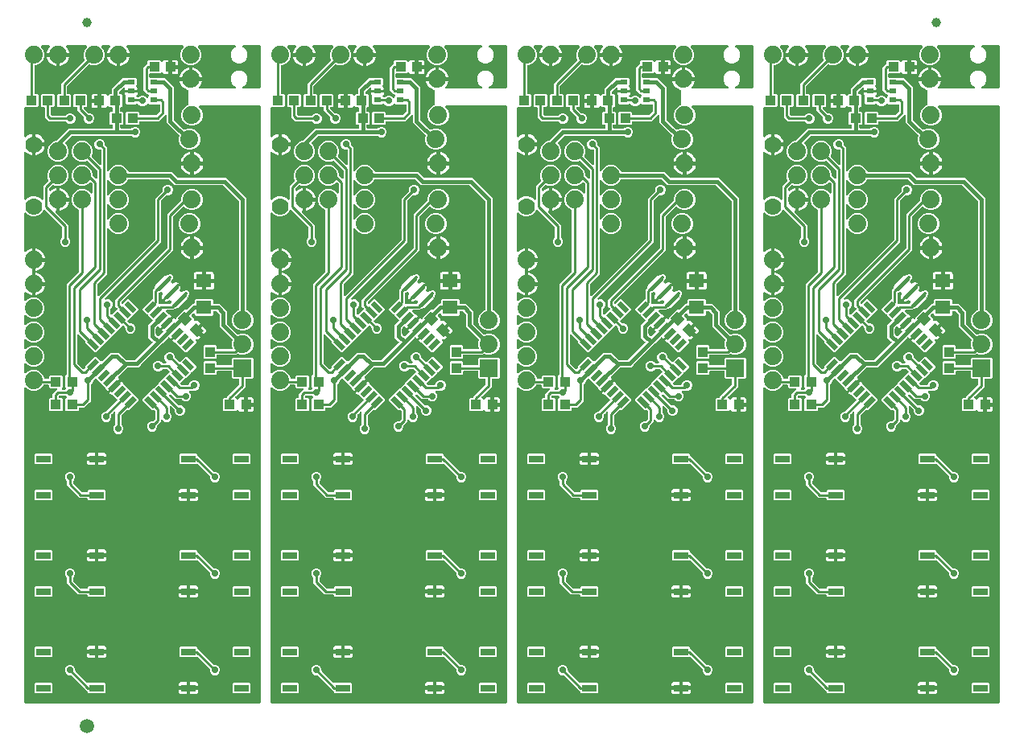
<source format=gtl>
G04 EAGLE Gerber RS-274X export*
G75*
%MOMM*%
%FSLAX34Y34*%
%LPD*%
%INTop Copper*%
%IPPOS*%
%AMOC8*
5,1,8,0,0,1.08239X$1,22.5*%
G01*
%ADD10R,1.100000X1.000000*%
%ADD11C,0.450000*%
%ADD12C,0.254000*%
%ADD13R,1.270000X0.558800*%
%ADD14R,0.558800X1.270000*%
%ADD15C,1.879600*%
%ADD16R,1.600000X1.400000*%
%ADD17R,1.524000X0.762000*%
%ADD18C,1.778000*%
%ADD19R,1.879600X1.879600*%
%ADD20R,1.000000X1.100000*%
%ADD21R,0.800000X0.550000*%
%ADD22C,1.000000*%
%ADD23C,1.500000*%
%ADD24C,0.736600*%
%ADD25C,0.406400*%

G36*
X509328Y2803D02*
X509328Y2803D01*
X509386Y2801D01*
X509468Y2823D01*
X509552Y2835D01*
X509605Y2858D01*
X509661Y2873D01*
X509734Y2916D01*
X509811Y2951D01*
X509856Y2989D01*
X509906Y3018D01*
X509964Y3080D01*
X510028Y3134D01*
X510060Y3183D01*
X510100Y3226D01*
X510139Y3301D01*
X510186Y3371D01*
X510203Y3427D01*
X510230Y3479D01*
X510241Y3547D01*
X510271Y3642D01*
X510274Y3742D01*
X510285Y3810D01*
X510285Y631190D01*
X510277Y631248D01*
X510279Y631306D01*
X510257Y631388D01*
X510245Y631472D01*
X510222Y631525D01*
X510207Y631581D01*
X510164Y631654D01*
X510129Y631731D01*
X510091Y631776D01*
X510062Y631826D01*
X510000Y631884D01*
X509946Y631948D01*
X509897Y631980D01*
X509854Y632020D01*
X509779Y632059D01*
X509709Y632106D01*
X509653Y632123D01*
X509601Y632150D01*
X509533Y632161D01*
X509438Y632191D01*
X509338Y632194D01*
X509270Y632205D01*
X446502Y632205D01*
X446473Y632201D01*
X446444Y632204D01*
X446333Y632181D01*
X446221Y632165D01*
X446194Y632153D01*
X446165Y632148D01*
X446064Y632095D01*
X445961Y632049D01*
X445939Y632030D01*
X445913Y632017D01*
X445831Y631939D01*
X445744Y631866D01*
X445728Y631841D01*
X445707Y631821D01*
X445649Y631723D01*
X445587Y631629D01*
X445578Y631601D01*
X445563Y631576D01*
X445535Y631466D01*
X445501Y631358D01*
X445500Y631328D01*
X445493Y631300D01*
X445496Y631187D01*
X445493Y631074D01*
X445501Y631045D01*
X445502Y631016D01*
X445537Y630908D01*
X445565Y630799D01*
X445580Y630773D01*
X445589Y630745D01*
X445635Y630682D01*
X445711Y630554D01*
X445756Y630511D01*
X445784Y630472D01*
X447625Y628631D01*
X449327Y624523D01*
X449327Y620077D01*
X447625Y615969D01*
X444481Y612825D01*
X440373Y611123D01*
X435927Y611123D01*
X431819Y612825D01*
X428675Y615969D01*
X426973Y620077D01*
X426973Y624523D01*
X428675Y628631D01*
X431819Y631775D01*
X433479Y632463D01*
X433579Y632521D01*
X433681Y632575D01*
X433701Y632594D01*
X433724Y632607D01*
X433803Y632691D01*
X433887Y632771D01*
X433901Y632794D01*
X433919Y632814D01*
X433972Y632917D01*
X434030Y633016D01*
X434037Y633043D01*
X434050Y633067D01*
X434072Y633180D01*
X434100Y633292D01*
X434099Y633319D01*
X434105Y633346D01*
X434095Y633460D01*
X434091Y633576D01*
X434085Y633593D01*
X434085Y648017D01*
X434079Y648059D01*
X434082Y648100D01*
X434060Y648199D01*
X434045Y648299D01*
X434028Y648337D01*
X434019Y648377D01*
X433971Y648466D01*
X433929Y648558D01*
X433902Y648590D01*
X433882Y648626D01*
X433811Y648698D01*
X433746Y648775D01*
X433711Y648798D01*
X433681Y648828D01*
X433613Y648863D01*
X433509Y648933D01*
X433435Y648956D01*
X433384Y648983D01*
X432297Y649336D01*
X430623Y650189D01*
X429102Y651294D01*
X427774Y652622D01*
X426669Y654143D01*
X425816Y655817D01*
X425235Y657604D01*
X425114Y658369D01*
X435864Y658369D01*
X435922Y658377D01*
X435980Y658375D01*
X436062Y658397D01*
X436145Y658409D01*
X436199Y658433D01*
X436255Y658447D01*
X436328Y658490D01*
X436405Y658525D01*
X436449Y658563D01*
X436500Y658593D01*
X436557Y658654D01*
X436622Y658709D01*
X436654Y658757D01*
X436694Y658800D01*
X436733Y658875D01*
X436779Y658945D01*
X436797Y659001D01*
X436824Y659053D01*
X436835Y659121D01*
X436865Y659216D01*
X436868Y659316D01*
X436879Y659384D01*
X436879Y660401D01*
X436881Y660401D01*
X436881Y659384D01*
X436889Y659326D01*
X436888Y659268D01*
X436909Y659186D01*
X436921Y659103D01*
X436945Y659049D01*
X436959Y658993D01*
X437002Y658920D01*
X437037Y658843D01*
X437075Y658798D01*
X437105Y658748D01*
X437166Y658690D01*
X437221Y658626D01*
X437269Y658594D01*
X437312Y658554D01*
X437387Y658515D01*
X437457Y658469D01*
X437513Y658451D01*
X437565Y658424D01*
X437633Y658413D01*
X437728Y658383D01*
X437828Y658380D01*
X437896Y658369D01*
X448646Y658369D01*
X448525Y657604D01*
X447944Y655817D01*
X447091Y654143D01*
X445986Y652622D01*
X445592Y652228D01*
X445583Y652217D01*
X445581Y652215D01*
X445575Y652205D01*
X445574Y652204D01*
X445552Y652185D01*
X445489Y652091D01*
X445421Y652001D01*
X445410Y651973D01*
X445394Y651949D01*
X445360Y651841D01*
X445320Y651735D01*
X445317Y651706D01*
X445308Y651678D01*
X445305Y651565D01*
X445296Y651452D01*
X445302Y651423D01*
X445301Y651394D01*
X445330Y651284D01*
X445352Y651173D01*
X445365Y651147D01*
X445373Y651119D01*
X445431Y651021D01*
X445483Y650921D01*
X445503Y650899D01*
X445518Y650874D01*
X445601Y650797D01*
X445679Y650715D01*
X445704Y650700D01*
X445725Y650680D01*
X445826Y650628D01*
X445924Y650571D01*
X445952Y650564D01*
X445979Y650550D01*
X446056Y650537D01*
X446200Y650501D01*
X446262Y650503D01*
X446310Y650495D01*
X483589Y650495D01*
X483674Y650507D01*
X483760Y650509D01*
X483814Y650527D01*
X483870Y650535D01*
X483949Y650570D01*
X484030Y650596D01*
X484078Y650628D01*
X484130Y650651D01*
X484195Y650706D01*
X484267Y650754D01*
X484303Y650798D01*
X484347Y650834D01*
X484394Y650906D01*
X484450Y650972D01*
X484473Y651024D01*
X484504Y651071D01*
X484530Y651153D01*
X484565Y651232D01*
X484573Y651288D01*
X484590Y651342D01*
X484592Y651428D01*
X484604Y651513D01*
X484596Y651569D01*
X484597Y651626D01*
X484576Y651709D01*
X484563Y651795D01*
X484540Y651846D01*
X484525Y651901D01*
X484482Y651975D01*
X484446Y652054D01*
X484409Y652097D01*
X484380Y652146D01*
X484318Y652205D01*
X484262Y652270D01*
X484220Y652296D01*
X484173Y652340D01*
X484044Y652406D01*
X483977Y652448D01*
X482716Y652970D01*
X480250Y655436D01*
X478916Y658657D01*
X478916Y662143D01*
X480250Y665364D01*
X482716Y667830D01*
X485937Y669164D01*
X489423Y669164D01*
X492644Y667830D01*
X495110Y665364D01*
X496444Y662143D01*
X496444Y658657D01*
X495110Y655436D01*
X492644Y652970D01*
X491383Y652448D01*
X491309Y652404D01*
X491230Y652369D01*
X491187Y652332D01*
X491138Y652303D01*
X491079Y652241D01*
X491013Y652185D01*
X490982Y652138D01*
X490943Y652097D01*
X490903Y652020D01*
X490856Y651949D01*
X490839Y651895D01*
X490813Y651844D01*
X490796Y651760D01*
X490770Y651678D01*
X490769Y651621D01*
X490758Y651565D01*
X490765Y651480D01*
X490763Y651394D01*
X490777Y651339D01*
X490782Y651282D01*
X490813Y651201D01*
X490835Y651119D01*
X490864Y651070D01*
X490884Y651017D01*
X490936Y650948D01*
X490980Y650874D01*
X491021Y650835D01*
X491056Y650790D01*
X491124Y650738D01*
X491187Y650680D01*
X491238Y650654D01*
X491283Y650620D01*
X491364Y650589D01*
X491440Y650550D01*
X491489Y650542D01*
X491549Y650519D01*
X491694Y650508D01*
X491771Y650495D01*
X509270Y650495D01*
X509328Y650503D01*
X509386Y650501D01*
X509468Y650523D01*
X509552Y650535D01*
X509605Y650558D01*
X509661Y650573D01*
X509734Y650616D01*
X509811Y650651D01*
X509856Y650689D01*
X509906Y650718D01*
X509964Y650780D01*
X510028Y650834D01*
X510060Y650883D01*
X510100Y650926D01*
X510139Y651001D01*
X510186Y651071D01*
X510203Y651127D01*
X510230Y651179D01*
X510241Y651247D01*
X510271Y651342D01*
X510274Y651442D01*
X510285Y651510D01*
X510285Y694690D01*
X510277Y694748D01*
X510279Y694806D01*
X510257Y694888D01*
X510245Y694972D01*
X510222Y695025D01*
X510207Y695081D01*
X510164Y695154D01*
X510129Y695231D01*
X510091Y695276D01*
X510062Y695326D01*
X510000Y695384D01*
X509946Y695448D01*
X509897Y695480D01*
X509854Y695520D01*
X509779Y695559D01*
X509709Y695606D01*
X509653Y695623D01*
X509601Y695650D01*
X509533Y695661D01*
X509438Y695691D01*
X509338Y695694D01*
X509270Y695705D01*
X491771Y695705D01*
X491686Y695693D01*
X491600Y695691D01*
X491546Y695673D01*
X491490Y695665D01*
X491411Y695630D01*
X491330Y695604D01*
X491282Y695572D01*
X491230Y695549D01*
X491165Y695494D01*
X491093Y695446D01*
X491057Y695402D01*
X491013Y695366D01*
X490966Y695294D01*
X490910Y695228D01*
X490887Y695176D01*
X490856Y695129D01*
X490830Y695047D01*
X490795Y694968D01*
X490787Y694912D01*
X490770Y694858D01*
X490768Y694772D01*
X490756Y694687D01*
X490764Y694631D01*
X490763Y694574D01*
X490784Y694491D01*
X490797Y694405D01*
X490820Y694354D01*
X490835Y694299D01*
X490878Y694225D01*
X490914Y694146D01*
X490951Y694103D01*
X490980Y694054D01*
X491042Y693995D01*
X491098Y693930D01*
X491140Y693904D01*
X491187Y693860D01*
X491316Y693794D01*
X491383Y693752D01*
X492644Y693230D01*
X495110Y690764D01*
X496444Y687543D01*
X496444Y684057D01*
X495110Y680836D01*
X492644Y678370D01*
X489423Y677036D01*
X485937Y677036D01*
X482716Y678370D01*
X480250Y680836D01*
X478916Y684057D01*
X478916Y687543D01*
X480250Y690764D01*
X482716Y693230D01*
X483977Y693752D01*
X484051Y693796D01*
X484130Y693831D01*
X484173Y693868D01*
X484222Y693897D01*
X484281Y693959D01*
X484347Y694015D01*
X484378Y694062D01*
X484417Y694103D01*
X484457Y694180D01*
X484504Y694251D01*
X484521Y694305D01*
X484547Y694356D01*
X484564Y694440D01*
X484590Y694522D01*
X484591Y694579D01*
X484602Y694635D01*
X484595Y694720D01*
X484597Y694806D01*
X484583Y694861D01*
X484578Y694918D01*
X484547Y694999D01*
X484525Y695081D01*
X484496Y695130D01*
X484476Y695183D01*
X484424Y695252D01*
X484380Y695326D01*
X484339Y695365D01*
X484304Y695410D01*
X484236Y695462D01*
X484173Y695520D01*
X484122Y695546D01*
X484077Y695580D01*
X483996Y695611D01*
X483920Y695650D01*
X483871Y695658D01*
X483811Y695681D01*
X483666Y695692D01*
X483589Y695705D01*
X445232Y695705D01*
X445203Y695701D01*
X445174Y695704D01*
X445063Y695681D01*
X444951Y695665D01*
X444924Y695653D01*
X444895Y695648D01*
X444794Y695595D01*
X444691Y695549D01*
X444669Y695530D01*
X444643Y695517D01*
X444561Y695439D01*
X444474Y695366D01*
X444458Y695341D01*
X444437Y695321D01*
X444379Y695223D01*
X444317Y695129D01*
X444308Y695101D01*
X444293Y695076D01*
X444265Y694966D01*
X444231Y694858D01*
X444230Y694828D01*
X444223Y694800D01*
X444226Y694687D01*
X444223Y694574D01*
X444231Y694545D01*
X444232Y694516D01*
X444267Y694408D01*
X444295Y694299D01*
X444310Y694273D01*
X444319Y694245D01*
X444365Y694182D01*
X444441Y694054D01*
X444486Y694011D01*
X444514Y693972D01*
X446355Y692131D01*
X448057Y688023D01*
X448057Y683577D01*
X446355Y679469D01*
X443211Y676325D01*
X439103Y674623D01*
X434657Y674623D01*
X430549Y676325D01*
X427405Y679469D01*
X425703Y683577D01*
X425703Y688023D01*
X427405Y692131D01*
X429246Y693972D01*
X429264Y693996D01*
X429286Y694015D01*
X429349Y694109D01*
X429417Y694199D01*
X429427Y694227D01*
X429443Y694251D01*
X429478Y694359D01*
X429518Y694465D01*
X429520Y694494D01*
X429529Y694522D01*
X429532Y694636D01*
X429542Y694748D01*
X429536Y694777D01*
X429537Y694806D01*
X429508Y694916D01*
X429486Y695027D01*
X429472Y695053D01*
X429465Y695081D01*
X429407Y695179D01*
X429355Y695279D01*
X429334Y695301D01*
X429319Y695326D01*
X429237Y695403D01*
X429159Y695485D01*
X429134Y695500D01*
X429112Y695520D01*
X429011Y695572D01*
X428914Y695629D01*
X428885Y695636D01*
X428859Y695650D01*
X428782Y695663D01*
X428638Y695699D01*
X428576Y695697D01*
X428528Y695705D01*
X370110Y695705D01*
X370081Y695701D01*
X370051Y695704D01*
X369940Y695681D01*
X369828Y695665D01*
X369801Y695653D01*
X369773Y695648D01*
X369672Y695596D01*
X369569Y695549D01*
X369546Y695530D01*
X369520Y695517D01*
X369438Y695439D01*
X369352Y695366D01*
X369335Y695341D01*
X369314Y695321D01*
X369257Y695223D01*
X369194Y695129D01*
X369185Y695101D01*
X369170Y695076D01*
X369143Y694966D01*
X369108Y694858D01*
X369108Y694829D01*
X369100Y694800D01*
X369104Y694687D01*
X369101Y694574D01*
X369108Y694545D01*
X369109Y694516D01*
X369144Y694408D01*
X369173Y694299D01*
X369188Y694273D01*
X369197Y694245D01*
X369243Y694181D01*
X369318Y694054D01*
X369364Y694011D01*
X369392Y693972D01*
X369786Y693578D01*
X370891Y692057D01*
X371744Y690383D01*
X372325Y688596D01*
X372446Y687831D01*
X361696Y687831D01*
X361638Y687823D01*
X361580Y687825D01*
X361498Y687803D01*
X361415Y687791D01*
X361361Y687767D01*
X361305Y687753D01*
X361232Y687710D01*
X361155Y687675D01*
X361111Y687637D01*
X361060Y687607D01*
X361003Y687546D01*
X360938Y687491D01*
X360906Y687443D01*
X360866Y687400D01*
X360827Y687325D01*
X360781Y687255D01*
X360763Y687199D01*
X360736Y687147D01*
X360725Y687079D01*
X360695Y686984D01*
X360692Y686884D01*
X360681Y686816D01*
X360681Y685799D01*
X360679Y685799D01*
X360679Y686816D01*
X360671Y686874D01*
X360672Y686932D01*
X360651Y687014D01*
X360639Y687097D01*
X360615Y687151D01*
X360601Y687207D01*
X360558Y687280D01*
X360523Y687357D01*
X360485Y687402D01*
X360455Y687452D01*
X360394Y687510D01*
X360339Y687574D01*
X360291Y687606D01*
X360248Y687646D01*
X360173Y687685D01*
X360103Y687731D01*
X360047Y687749D01*
X359995Y687776D01*
X359927Y687787D01*
X359832Y687817D01*
X359732Y687820D01*
X359664Y687831D01*
X348914Y687831D01*
X349035Y688596D01*
X349616Y690383D01*
X350469Y692057D01*
X351574Y693578D01*
X351968Y693972D01*
X351986Y693996D01*
X352008Y694015D01*
X352071Y694109D01*
X352139Y694199D01*
X352150Y694227D01*
X352166Y694251D01*
X352200Y694359D01*
X352240Y694465D01*
X352243Y694494D01*
X352252Y694522D01*
X352255Y694635D01*
X352264Y694748D01*
X352258Y694777D01*
X352259Y694806D01*
X352230Y694916D01*
X352208Y695027D01*
X352195Y695053D01*
X352187Y695081D01*
X352129Y695179D01*
X352077Y695279D01*
X352057Y695301D01*
X352042Y695326D01*
X351959Y695403D01*
X351881Y695485D01*
X351856Y695500D01*
X351835Y695520D01*
X351734Y695572D01*
X351636Y695629D01*
X351608Y695636D01*
X351581Y695650D01*
X351504Y695663D01*
X351360Y695699D01*
X351298Y695697D01*
X351250Y695705D01*
X343632Y695705D01*
X343603Y695701D01*
X343574Y695704D01*
X343463Y695681D01*
X343351Y695665D01*
X343324Y695653D01*
X343295Y695648D01*
X343194Y695595D01*
X343091Y695549D01*
X343069Y695530D01*
X343043Y695517D01*
X342961Y695439D01*
X342874Y695366D01*
X342858Y695341D01*
X342837Y695321D01*
X342779Y695223D01*
X342717Y695129D01*
X342708Y695101D01*
X342693Y695076D01*
X342665Y694966D01*
X342631Y694858D01*
X342630Y694828D01*
X342623Y694800D01*
X342626Y694687D01*
X342623Y694574D01*
X342631Y694545D01*
X342632Y694516D01*
X342667Y694408D01*
X342695Y694299D01*
X342710Y694273D01*
X342719Y694245D01*
X342765Y694182D01*
X342841Y694054D01*
X342886Y694011D01*
X342914Y693972D01*
X344755Y692131D01*
X346457Y688023D01*
X346457Y683577D01*
X344755Y679469D01*
X341611Y676325D01*
X337503Y674623D01*
X333057Y674623D01*
X330401Y675723D01*
X330400Y675724D01*
X330398Y675724D01*
X330264Y675759D01*
X330126Y675794D01*
X330124Y675794D01*
X330123Y675795D01*
X329982Y675790D01*
X329842Y675786D01*
X329840Y675786D01*
X329839Y675786D01*
X329706Y675743D01*
X329571Y675699D01*
X329570Y675699D01*
X329568Y675698D01*
X329556Y675689D01*
X329335Y675541D01*
X329315Y675518D01*
X329295Y675503D01*
X307012Y653221D01*
X306960Y653151D01*
X306900Y653087D01*
X306874Y653037D01*
X306841Y652993D01*
X306810Y652912D01*
X306770Y652834D01*
X306762Y652786D01*
X306740Y652728D01*
X306728Y652580D01*
X306715Y652503D01*
X306715Y645334D01*
X306723Y645276D01*
X306721Y645218D01*
X306743Y645136D01*
X306755Y645052D01*
X306778Y644999D01*
X306793Y644943D01*
X306836Y644870D01*
X306871Y644793D01*
X306909Y644748D01*
X306938Y644698D01*
X307000Y644640D01*
X307054Y644576D01*
X307103Y644544D01*
X307146Y644504D01*
X307221Y644465D01*
X307291Y644418D01*
X307347Y644401D01*
X307399Y644374D01*
X307467Y644363D01*
X307562Y644333D01*
X307662Y644330D01*
X307730Y644319D01*
X309903Y644319D01*
X310945Y643277D01*
X310945Y631803D01*
X309903Y630761D01*
X297429Y630761D01*
X296387Y631803D01*
X296387Y643277D01*
X297429Y644319D01*
X299602Y644319D01*
X299660Y644327D01*
X299718Y644325D01*
X299800Y644347D01*
X299884Y644359D01*
X299937Y644382D01*
X299993Y644397D01*
X300066Y644440D01*
X300143Y644475D01*
X300188Y644513D01*
X300238Y644542D01*
X300296Y644604D01*
X300360Y644658D01*
X300392Y644707D01*
X300432Y644750D01*
X300471Y644825D01*
X300518Y644895D01*
X300535Y644951D01*
X300562Y645003D01*
X300573Y645071D01*
X300603Y645166D01*
X300606Y645266D01*
X300617Y645334D01*
X300617Y655449D01*
X302700Y657532D01*
X302701Y657532D01*
X324983Y679815D01*
X324984Y679816D01*
X324985Y679817D01*
X325070Y679930D01*
X325154Y680042D01*
X325155Y680043D01*
X325156Y680045D01*
X325205Y680177D01*
X325255Y680308D01*
X325255Y680309D01*
X325256Y680311D01*
X325268Y680455D01*
X325279Y680591D01*
X325279Y680592D01*
X325279Y680594D01*
X325275Y680610D01*
X325223Y680870D01*
X325209Y680897D01*
X325203Y680921D01*
X324103Y683577D01*
X324103Y688023D01*
X325805Y692131D01*
X327646Y693972D01*
X327664Y693996D01*
X327686Y694015D01*
X327749Y694109D01*
X327817Y694199D01*
X327827Y694227D01*
X327843Y694251D01*
X327878Y694359D01*
X327918Y694465D01*
X327920Y694494D01*
X327929Y694522D01*
X327932Y694636D01*
X327942Y694748D01*
X327936Y694777D01*
X327937Y694806D01*
X327908Y694916D01*
X327886Y695027D01*
X327872Y695053D01*
X327865Y695081D01*
X327807Y695179D01*
X327755Y695279D01*
X327734Y695301D01*
X327719Y695326D01*
X327637Y695403D01*
X327559Y695485D01*
X327534Y695500D01*
X327512Y695520D01*
X327411Y695572D01*
X327314Y695629D01*
X327285Y695636D01*
X327259Y695650D01*
X327182Y695663D01*
X327038Y695699D01*
X326976Y695697D01*
X326928Y695705D01*
X306610Y695705D01*
X306581Y695701D01*
X306551Y695704D01*
X306440Y695681D01*
X306328Y695665D01*
X306301Y695653D01*
X306273Y695648D01*
X306172Y695596D01*
X306069Y695549D01*
X306046Y695530D01*
X306020Y695517D01*
X305938Y695439D01*
X305852Y695366D01*
X305835Y695341D01*
X305814Y695321D01*
X305757Y695223D01*
X305694Y695129D01*
X305685Y695101D01*
X305670Y695076D01*
X305643Y694966D01*
X305608Y694858D01*
X305608Y694829D01*
X305600Y694800D01*
X305604Y694687D01*
X305601Y694574D01*
X305608Y694545D01*
X305609Y694516D01*
X305644Y694408D01*
X305673Y694299D01*
X305688Y694273D01*
X305697Y694245D01*
X305743Y694181D01*
X305818Y694054D01*
X305864Y694011D01*
X305892Y693972D01*
X306286Y693578D01*
X307391Y692057D01*
X308244Y690383D01*
X308825Y688596D01*
X308946Y687831D01*
X298196Y687831D01*
X298138Y687823D01*
X298080Y687825D01*
X297998Y687803D01*
X297915Y687791D01*
X297861Y687767D01*
X297805Y687753D01*
X297732Y687710D01*
X297655Y687675D01*
X297611Y687637D01*
X297560Y687607D01*
X297503Y687546D01*
X297438Y687491D01*
X297406Y687443D01*
X297366Y687400D01*
X297327Y687325D01*
X297281Y687255D01*
X297263Y687199D01*
X297236Y687147D01*
X297225Y687079D01*
X297195Y686984D01*
X297192Y686884D01*
X297181Y686816D01*
X297181Y685799D01*
X297179Y685799D01*
X297179Y686816D01*
X297171Y686874D01*
X297172Y686932D01*
X297151Y687014D01*
X297139Y687097D01*
X297115Y687151D01*
X297101Y687207D01*
X297058Y687280D01*
X297023Y687357D01*
X296985Y687402D01*
X296955Y687452D01*
X296894Y687510D01*
X296839Y687574D01*
X296791Y687606D01*
X296748Y687646D01*
X296673Y687685D01*
X296603Y687731D01*
X296547Y687749D01*
X296495Y687776D01*
X296427Y687787D01*
X296332Y687817D01*
X296232Y687820D01*
X296164Y687831D01*
X285414Y687831D01*
X285535Y688596D01*
X286116Y690383D01*
X286969Y692057D01*
X288074Y693578D01*
X288468Y693972D01*
X288486Y693996D01*
X288508Y694015D01*
X288571Y694109D01*
X288639Y694199D01*
X288650Y694227D01*
X288666Y694251D01*
X288700Y694359D01*
X288740Y694465D01*
X288743Y694494D01*
X288752Y694522D01*
X288755Y694635D01*
X288764Y694748D01*
X288758Y694777D01*
X288759Y694806D01*
X288730Y694916D01*
X288708Y695027D01*
X288695Y695053D01*
X288687Y695081D01*
X288629Y695179D01*
X288577Y695279D01*
X288557Y695301D01*
X288542Y695326D01*
X288459Y695403D01*
X288381Y695485D01*
X288356Y695500D01*
X288335Y695520D01*
X288234Y695572D01*
X288136Y695629D01*
X288108Y695636D01*
X288081Y695650D01*
X288004Y695663D01*
X287860Y695699D01*
X287798Y695697D01*
X287750Y695705D01*
X280132Y695705D01*
X280103Y695701D01*
X280074Y695704D01*
X279963Y695681D01*
X279851Y695665D01*
X279824Y695653D01*
X279795Y695648D01*
X279694Y695595D01*
X279591Y695549D01*
X279569Y695530D01*
X279543Y695517D01*
X279461Y695439D01*
X279374Y695366D01*
X279358Y695341D01*
X279337Y695321D01*
X279279Y695223D01*
X279217Y695129D01*
X279208Y695101D01*
X279193Y695076D01*
X279165Y694966D01*
X279131Y694858D01*
X279130Y694828D01*
X279123Y694800D01*
X279126Y694687D01*
X279123Y694574D01*
X279131Y694545D01*
X279132Y694516D01*
X279167Y694408D01*
X279195Y694299D01*
X279210Y694273D01*
X279219Y694245D01*
X279265Y694182D01*
X279341Y694054D01*
X279386Y694011D01*
X279414Y693972D01*
X281255Y692131D01*
X282957Y688023D01*
X282957Y683577D01*
X281255Y679469D01*
X278111Y676325D01*
X274003Y674623D01*
X273338Y674623D01*
X273281Y674615D01*
X273222Y674617D01*
X273140Y674595D01*
X273057Y674583D01*
X273004Y674560D01*
X272947Y674545D01*
X272875Y674502D01*
X272797Y674467D01*
X272753Y674429D01*
X272703Y674400D01*
X272645Y674338D01*
X272580Y674284D01*
X272548Y674235D01*
X272508Y674192D01*
X272470Y674117D01*
X272423Y674047D01*
X272405Y673991D01*
X272379Y673939D01*
X272367Y673871D01*
X272337Y673776D01*
X272335Y673676D01*
X272323Y673608D01*
X272323Y645309D01*
X272331Y645251D01*
X272330Y645192D01*
X272351Y645111D01*
X272363Y645027D01*
X272387Y644974D01*
X272402Y644917D01*
X272445Y644845D01*
X272479Y644768D01*
X272517Y644723D01*
X272547Y644673D01*
X272608Y644615D01*
X272663Y644551D01*
X272712Y644518D01*
X272754Y644478D01*
X272829Y644440D01*
X272900Y644393D01*
X272955Y644375D01*
X273007Y644349D01*
X273075Y644337D01*
X273171Y644307D01*
X273270Y644305D01*
X273338Y644293D01*
X275511Y644293D01*
X276553Y643251D01*
X276553Y631778D01*
X275511Y630736D01*
X262890Y630736D01*
X262832Y630728D01*
X262774Y630729D01*
X262692Y630708D01*
X262608Y630696D01*
X262555Y630672D01*
X262499Y630657D01*
X262426Y630614D01*
X262349Y630580D01*
X262304Y630542D01*
X262254Y630512D01*
X262196Y630451D01*
X262132Y630396D01*
X262100Y630348D01*
X262060Y630305D01*
X262021Y630230D01*
X261974Y630160D01*
X261957Y630104D01*
X261930Y630052D01*
X261919Y629984D01*
X261889Y629888D01*
X261886Y629789D01*
X261875Y629721D01*
X261875Y600011D01*
X261879Y599982D01*
X261876Y599953D01*
X261899Y599842D01*
X261915Y599730D01*
X261927Y599703D01*
X261932Y599674D01*
X261985Y599574D01*
X262031Y599470D01*
X262050Y599448D01*
X262063Y599422D01*
X262141Y599340D01*
X262214Y599253D01*
X262239Y599237D01*
X262259Y599216D01*
X262357Y599159D01*
X262451Y599096D01*
X262479Y599087D01*
X262504Y599072D01*
X262614Y599044D01*
X262722Y599010D01*
X262752Y599009D01*
X262780Y599002D01*
X262893Y599006D01*
X263006Y599003D01*
X263035Y599010D01*
X263064Y599011D01*
X263172Y599046D01*
X263281Y599074D01*
X263307Y599089D01*
X263335Y599098D01*
X263399Y599144D01*
X263526Y599220D01*
X263569Y599265D01*
X263608Y599293D01*
X264333Y600019D01*
X265789Y601076D01*
X267392Y601893D01*
X269103Y602449D01*
X269749Y602552D01*
X269749Y592316D01*
X269757Y592258D01*
X269755Y592200D01*
X269777Y592118D01*
X269789Y592035D01*
X269813Y591981D01*
X269827Y591925D01*
X269870Y591852D01*
X269905Y591775D01*
X269943Y591731D01*
X269973Y591680D01*
X270034Y591623D01*
X270089Y591558D01*
X270137Y591526D01*
X270180Y591486D01*
X270255Y591447D01*
X270325Y591401D01*
X270381Y591383D01*
X270433Y591356D01*
X270501Y591345D01*
X270596Y591315D01*
X270696Y591312D01*
X270764Y591301D01*
X271781Y591301D01*
X271781Y591299D01*
X270764Y591299D01*
X270706Y591291D01*
X270648Y591292D01*
X270566Y591271D01*
X270483Y591259D01*
X270429Y591235D01*
X270373Y591221D01*
X270300Y591178D01*
X270223Y591143D01*
X270178Y591105D01*
X270128Y591075D01*
X270070Y591014D01*
X270006Y590959D01*
X269974Y590911D01*
X269934Y590868D01*
X269895Y590793D01*
X269849Y590723D01*
X269831Y590667D01*
X269804Y590615D01*
X269793Y590547D01*
X269763Y590452D01*
X269760Y590352D01*
X269749Y590284D01*
X269749Y580048D01*
X269103Y580151D01*
X267392Y580707D01*
X265789Y581524D01*
X264333Y582581D01*
X263608Y583307D01*
X263584Y583324D01*
X263565Y583347D01*
X263471Y583409D01*
X263381Y583478D01*
X263353Y583488D01*
X263329Y583504D01*
X263221Y583538D01*
X263115Y583579D01*
X263086Y583581D01*
X263058Y583590D01*
X262944Y583593D01*
X262832Y583602D01*
X262803Y583597D01*
X262774Y583597D01*
X262664Y583569D01*
X262553Y583546D01*
X262527Y583533D01*
X262499Y583526D01*
X262401Y583468D01*
X262301Y583415D01*
X262279Y583395D01*
X262254Y583380D01*
X262177Y583298D01*
X262095Y583220D01*
X262080Y583194D01*
X262060Y583173D01*
X262008Y583072D01*
X261951Y582974D01*
X261944Y582946D01*
X261930Y582920D01*
X261917Y582842D01*
X261881Y582699D01*
X261883Y582636D01*
X261875Y582589D01*
X261875Y533934D01*
X261879Y533905D01*
X261876Y533875D01*
X261899Y533764D01*
X261915Y533652D01*
X261927Y533625D01*
X261932Y533597D01*
X261985Y533496D01*
X262031Y533393D01*
X262050Y533370D01*
X262063Y533344D01*
X262141Y533262D01*
X262214Y533176D01*
X262239Y533159D01*
X262259Y533138D01*
X262357Y533081D01*
X262451Y533018D01*
X262479Y533009D01*
X262504Y532994D01*
X262614Y532967D01*
X262722Y532932D01*
X262752Y532932D01*
X262780Y532924D01*
X262893Y532928D01*
X263006Y532925D01*
X263035Y532932D01*
X263064Y532933D01*
X263172Y532968D01*
X263281Y532997D01*
X263307Y533012D01*
X263335Y533021D01*
X263398Y533066D01*
X263526Y533142D01*
X263569Y533188D01*
X263608Y533216D01*
X265737Y535345D01*
X269658Y536969D01*
X273902Y536969D01*
X277823Y535345D01*
X279952Y533216D01*
X279976Y533198D01*
X279995Y533176D01*
X280089Y533113D01*
X280179Y533045D01*
X280207Y533034D01*
X280231Y533018D01*
X280339Y532984D01*
X280445Y532944D01*
X280474Y532941D01*
X280502Y532932D01*
X280616Y532929D01*
X280728Y532920D01*
X280757Y532926D01*
X280786Y532925D01*
X280896Y532954D01*
X281007Y532976D01*
X281033Y532989D01*
X281061Y532997D01*
X281159Y533055D01*
X281259Y533107D01*
X281281Y533127D01*
X281306Y533142D01*
X281383Y533225D01*
X281465Y533303D01*
X281480Y533328D01*
X281500Y533349D01*
X281552Y533450D01*
X281609Y533548D01*
X281616Y533576D01*
X281630Y533603D01*
X281643Y533680D01*
X281679Y533823D01*
X281677Y533886D01*
X281685Y533934D01*
X281685Y547617D01*
X286883Y552815D01*
X286884Y552816D01*
X286885Y552817D01*
X286970Y552930D01*
X287054Y553042D01*
X287055Y553043D01*
X287056Y553045D01*
X287105Y553177D01*
X287155Y553308D01*
X287155Y553309D01*
X287156Y553311D01*
X287168Y553455D01*
X287179Y553591D01*
X287179Y553592D01*
X287179Y553594D01*
X287175Y553610D01*
X287123Y553870D01*
X287109Y553897D01*
X287103Y553921D01*
X286003Y556577D01*
X286003Y561023D01*
X287705Y565131D01*
X290849Y568275D01*
X294957Y569977D01*
X299403Y569977D01*
X303511Y568275D01*
X306655Y565131D01*
X308357Y561023D01*
X308357Y556577D01*
X306655Y552469D01*
X303511Y549325D01*
X299403Y547623D01*
X294957Y547623D01*
X292301Y548723D01*
X292300Y548724D01*
X292298Y548724D01*
X292164Y548759D01*
X292026Y548794D01*
X292024Y548794D01*
X292023Y548795D01*
X291882Y548790D01*
X291742Y548786D01*
X291740Y548786D01*
X291739Y548786D01*
X291606Y548743D01*
X291471Y548699D01*
X291470Y548699D01*
X291468Y548698D01*
X291456Y548689D01*
X291235Y548541D01*
X291215Y548518D01*
X291195Y548503D01*
X288080Y545389D01*
X288028Y545319D01*
X287968Y545255D01*
X287942Y545205D01*
X287909Y545161D01*
X287878Y545080D01*
X287838Y545002D01*
X287830Y544954D01*
X287808Y544896D01*
X287796Y544748D01*
X287783Y544671D01*
X287783Y543322D01*
X287796Y543231D01*
X287799Y543139D01*
X287815Y543091D01*
X287823Y543041D01*
X287860Y542956D01*
X287889Y542869D01*
X287918Y542828D01*
X287939Y542781D01*
X287998Y542711D01*
X288050Y542635D01*
X288090Y542603D01*
X288122Y542564D01*
X288199Y542513D01*
X288270Y542455D01*
X288317Y542435D01*
X288359Y542407D01*
X288447Y542379D01*
X288531Y542342D01*
X288582Y542336D01*
X288630Y542321D01*
X288722Y542318D01*
X288813Y542307D01*
X288864Y542315D01*
X288914Y542314D01*
X289003Y542337D01*
X289094Y542351D01*
X289134Y542371D01*
X289189Y542385D01*
X289326Y542466D01*
X289395Y542501D01*
X290923Y543611D01*
X292597Y544464D01*
X294384Y545045D01*
X295149Y545166D01*
X295149Y534416D01*
X295157Y534358D01*
X295155Y534300D01*
X295177Y534218D01*
X295189Y534135D01*
X295213Y534081D01*
X295227Y534025D01*
X295270Y533952D01*
X295305Y533875D01*
X295343Y533831D01*
X295373Y533780D01*
X295434Y533723D01*
X295489Y533658D01*
X295537Y533626D01*
X295580Y533586D01*
X295655Y533547D01*
X295725Y533501D01*
X295781Y533483D01*
X295833Y533456D01*
X295901Y533445D01*
X295996Y533415D01*
X296096Y533412D01*
X296164Y533401D01*
X297181Y533401D01*
X297181Y533399D01*
X296164Y533399D01*
X296106Y533391D01*
X296048Y533392D01*
X295966Y533371D01*
X295883Y533359D01*
X295829Y533335D01*
X295773Y533321D01*
X295700Y533278D01*
X295623Y533243D01*
X295578Y533205D01*
X295528Y533175D01*
X295470Y533114D01*
X295406Y533059D01*
X295374Y533011D01*
X295334Y532968D01*
X295295Y532893D01*
X295249Y532823D01*
X295231Y532767D01*
X295204Y532715D01*
X295193Y532647D01*
X295163Y532552D01*
X295160Y532452D01*
X295149Y532384D01*
X295149Y521524D01*
X295112Y521516D01*
X295081Y521501D01*
X295049Y521492D01*
X294956Y521436D01*
X294859Y521385D01*
X294835Y521362D01*
X294806Y521345D01*
X294732Y521264D01*
X294653Y521190D01*
X294636Y521160D01*
X294613Y521135D01*
X294564Y521038D01*
X294509Y520944D01*
X294501Y520912D01*
X294486Y520881D01*
X294466Y520774D01*
X294439Y520669D01*
X294440Y520635D01*
X294434Y520602D01*
X294445Y520493D01*
X294448Y520385D01*
X294459Y520353D01*
X294462Y520319D01*
X294502Y520218D01*
X294536Y520114D01*
X294553Y520090D01*
X294567Y520055D01*
X294701Y519882D01*
X294731Y519841D01*
X307849Y506723D01*
X307849Y494046D01*
X307861Y493959D01*
X307864Y493872D01*
X307881Y493819D01*
X307889Y493764D01*
X307924Y493685D01*
X307951Y493601D01*
X307979Y493562D01*
X308005Y493505D01*
X308101Y493392D01*
X308146Y493328D01*
X309430Y492044D01*
X310262Y490036D01*
X310262Y487864D01*
X309430Y485856D01*
X307894Y484320D01*
X305886Y483488D01*
X303714Y483488D01*
X301706Y484320D01*
X300170Y485856D01*
X299338Y487864D01*
X299338Y490036D01*
X300170Y492044D01*
X301454Y493328D01*
X301506Y493398D01*
X301566Y493462D01*
X301592Y493511D01*
X301625Y493555D01*
X301656Y493637D01*
X301696Y493715D01*
X301704Y493762D01*
X301726Y493821D01*
X301738Y493969D01*
X301751Y494046D01*
X301751Y503777D01*
X301739Y503863D01*
X301736Y503951D01*
X301719Y504003D01*
X301711Y504058D01*
X301676Y504138D01*
X301649Y504221D01*
X301621Y504260D01*
X301595Y504318D01*
X301499Y504431D01*
X301454Y504495D01*
X283324Y522624D01*
X283233Y522693D01*
X283145Y522767D01*
X283119Y522778D01*
X283097Y522795D01*
X282990Y522836D01*
X282885Y522882D01*
X282858Y522886D01*
X282832Y522896D01*
X282717Y522906D01*
X282603Y522921D01*
X282576Y522917D01*
X282548Y522920D01*
X282436Y522897D01*
X282322Y522881D01*
X282297Y522869D01*
X282270Y522864D01*
X282168Y522811D01*
X282063Y522764D01*
X282042Y522746D01*
X282017Y522733D01*
X281934Y522654D01*
X281847Y522579D01*
X281833Y522558D01*
X281811Y522537D01*
X281677Y522307D01*
X281669Y522295D01*
X280825Y520257D01*
X277823Y517256D01*
X273902Y515631D01*
X269658Y515631D01*
X265737Y517255D01*
X263608Y519384D01*
X263584Y519402D01*
X263565Y519424D01*
X263471Y519487D01*
X263381Y519555D01*
X263353Y519566D01*
X263329Y519582D01*
X263221Y519616D01*
X263115Y519656D01*
X263086Y519659D01*
X263058Y519668D01*
X262944Y519671D01*
X262832Y519680D01*
X262803Y519674D01*
X262774Y519675D01*
X262664Y519646D01*
X262553Y519624D01*
X262527Y519611D01*
X262499Y519603D01*
X262401Y519545D01*
X262301Y519493D01*
X262279Y519473D01*
X262254Y519458D01*
X262177Y519375D01*
X262095Y519297D01*
X262080Y519272D01*
X262060Y519251D01*
X262008Y519150D01*
X261951Y519052D01*
X261944Y519024D01*
X261930Y518997D01*
X261917Y518920D01*
X261881Y518777D01*
X261883Y518714D01*
X261875Y518666D01*
X261875Y479330D01*
X261879Y479301D01*
X261876Y479271D01*
X261899Y479160D01*
X261915Y479048D01*
X261927Y479021D01*
X261932Y478993D01*
X261984Y478892D01*
X262031Y478789D01*
X262050Y478766D01*
X262063Y478740D01*
X262141Y478658D01*
X262214Y478572D01*
X262239Y478555D01*
X262259Y478534D01*
X262357Y478477D01*
X262451Y478414D01*
X262479Y478405D01*
X262504Y478390D01*
X262614Y478363D01*
X262722Y478328D01*
X262751Y478328D01*
X262780Y478320D01*
X262893Y478324D01*
X263006Y478321D01*
X263035Y478328D01*
X263064Y478329D01*
X263172Y478364D01*
X263281Y478393D01*
X263307Y478408D01*
X263335Y478417D01*
X263399Y478463D01*
X263526Y478538D01*
X263569Y478584D01*
X263608Y478612D01*
X264002Y479006D01*
X265523Y480111D01*
X267197Y480964D01*
X268984Y481545D01*
X269749Y481666D01*
X269749Y470916D01*
X269757Y470858D01*
X269755Y470800D01*
X269777Y470718D01*
X269789Y470635D01*
X269813Y470581D01*
X269827Y470525D01*
X269870Y470452D01*
X269905Y470375D01*
X269943Y470331D01*
X269973Y470280D01*
X270034Y470223D01*
X270089Y470158D01*
X270137Y470126D01*
X270180Y470086D01*
X270255Y470047D01*
X270325Y470001D01*
X270381Y469983D01*
X270433Y469956D01*
X270501Y469945D01*
X270596Y469915D01*
X270696Y469912D01*
X270764Y469901D01*
X271781Y469901D01*
X271781Y469899D01*
X270764Y469899D01*
X270706Y469891D01*
X270648Y469892D01*
X270566Y469871D01*
X270483Y469859D01*
X270429Y469835D01*
X270373Y469821D01*
X270300Y469778D01*
X270223Y469743D01*
X270178Y469705D01*
X270128Y469675D01*
X270070Y469614D01*
X270006Y469559D01*
X269974Y469511D01*
X269934Y469468D01*
X269895Y469393D01*
X269849Y469323D01*
X269831Y469267D01*
X269804Y469215D01*
X269793Y469147D01*
X269763Y469052D01*
X269760Y468952D01*
X269749Y468884D01*
X269749Y445516D01*
X269757Y445458D01*
X269755Y445400D01*
X269777Y445318D01*
X269789Y445235D01*
X269813Y445181D01*
X269827Y445125D01*
X269870Y445052D01*
X269905Y444975D01*
X269943Y444931D01*
X269973Y444880D01*
X270034Y444823D01*
X270089Y444758D01*
X270137Y444726D01*
X270180Y444686D01*
X270255Y444647D01*
X270325Y444601D01*
X270381Y444583D01*
X270433Y444556D01*
X270501Y444545D01*
X270596Y444515D01*
X270696Y444512D01*
X270764Y444501D01*
X271781Y444501D01*
X271781Y444499D01*
X270764Y444499D01*
X270706Y444491D01*
X270648Y444492D01*
X270566Y444471D01*
X270483Y444459D01*
X270429Y444435D01*
X270373Y444421D01*
X270300Y444378D01*
X270223Y444343D01*
X270178Y444305D01*
X270128Y444275D01*
X270070Y444214D01*
X270006Y444159D01*
X269974Y444111D01*
X269934Y444068D01*
X269895Y443993D01*
X269849Y443923D01*
X269831Y443867D01*
X269804Y443815D01*
X269793Y443747D01*
X269763Y443652D01*
X269760Y443552D01*
X269749Y443484D01*
X269749Y432734D01*
X268984Y432855D01*
X267197Y433436D01*
X265523Y434289D01*
X264002Y435394D01*
X263608Y435788D01*
X263584Y435806D01*
X263565Y435828D01*
X263471Y435891D01*
X263381Y435959D01*
X263353Y435970D01*
X263329Y435986D01*
X263221Y436020D01*
X263115Y436060D01*
X263086Y436063D01*
X263058Y436072D01*
X262945Y436075D01*
X262832Y436084D01*
X262803Y436078D01*
X262774Y436079D01*
X262664Y436050D01*
X262553Y436028D01*
X262527Y436015D01*
X262499Y436007D01*
X262401Y435949D01*
X262301Y435897D01*
X262279Y435877D01*
X262254Y435862D01*
X262177Y435779D01*
X262095Y435701D01*
X262080Y435676D01*
X262060Y435655D01*
X262008Y435554D01*
X261951Y435456D01*
X261944Y435428D01*
X261930Y435401D01*
X261917Y435324D01*
X261881Y435180D01*
X261883Y435118D01*
X261875Y435070D01*
X261875Y427452D01*
X261879Y427423D01*
X261876Y427394D01*
X261899Y427283D01*
X261915Y427171D01*
X261927Y427144D01*
X261932Y427115D01*
X261985Y427014D01*
X262031Y426911D01*
X262050Y426889D01*
X262063Y426863D01*
X262141Y426781D01*
X262214Y426694D01*
X262239Y426678D01*
X262259Y426657D01*
X262357Y426599D01*
X262451Y426537D01*
X262479Y426528D01*
X262504Y426513D01*
X262614Y426485D01*
X262722Y426451D01*
X262752Y426450D01*
X262780Y426443D01*
X262893Y426446D01*
X263006Y426443D01*
X263035Y426451D01*
X263064Y426452D01*
X263172Y426487D01*
X263281Y426515D01*
X263307Y426530D01*
X263335Y426539D01*
X263398Y426585D01*
X263526Y426661D01*
X263569Y426706D01*
X263608Y426734D01*
X265449Y428575D01*
X269557Y430277D01*
X274003Y430277D01*
X278111Y428575D01*
X281255Y425431D01*
X282957Y421323D01*
X282957Y416877D01*
X281255Y412769D01*
X278111Y409625D01*
X274003Y407923D01*
X269557Y407923D01*
X265449Y409625D01*
X263608Y411466D01*
X263584Y411484D01*
X263565Y411506D01*
X263471Y411569D01*
X263381Y411637D01*
X263353Y411647D01*
X263329Y411663D01*
X263221Y411698D01*
X263115Y411738D01*
X263086Y411740D01*
X263058Y411749D01*
X262944Y411752D01*
X262832Y411762D01*
X262803Y411756D01*
X262774Y411757D01*
X262664Y411728D01*
X262553Y411706D01*
X262527Y411692D01*
X262499Y411685D01*
X262401Y411627D01*
X262301Y411575D01*
X262279Y411554D01*
X262254Y411539D01*
X262177Y411457D01*
X262095Y411379D01*
X262080Y411354D01*
X262060Y411332D01*
X262008Y411231D01*
X261951Y411134D01*
X261944Y411105D01*
X261930Y411079D01*
X261917Y411002D01*
X261881Y410858D01*
X261883Y410796D01*
X261875Y410748D01*
X261875Y402052D01*
X261879Y402023D01*
X261876Y401994D01*
X261899Y401883D01*
X261915Y401771D01*
X261927Y401744D01*
X261932Y401715D01*
X261985Y401614D01*
X262031Y401511D01*
X262050Y401489D01*
X262063Y401463D01*
X262141Y401381D01*
X262214Y401294D01*
X262239Y401278D01*
X262259Y401257D01*
X262357Y401199D01*
X262451Y401137D01*
X262479Y401128D01*
X262504Y401113D01*
X262614Y401085D01*
X262722Y401051D01*
X262752Y401050D01*
X262780Y401043D01*
X262893Y401046D01*
X263006Y401043D01*
X263035Y401051D01*
X263064Y401052D01*
X263172Y401087D01*
X263281Y401115D01*
X263307Y401130D01*
X263335Y401139D01*
X263398Y401185D01*
X263526Y401261D01*
X263569Y401306D01*
X263608Y401334D01*
X265449Y403175D01*
X269557Y404877D01*
X274003Y404877D01*
X278111Y403175D01*
X281255Y400031D01*
X282957Y395923D01*
X282957Y391477D01*
X281255Y387369D01*
X278111Y384225D01*
X274003Y382523D01*
X269557Y382523D01*
X265449Y384225D01*
X263608Y386066D01*
X263584Y386084D01*
X263565Y386106D01*
X263471Y386169D01*
X263381Y386237D01*
X263353Y386247D01*
X263329Y386263D01*
X263221Y386298D01*
X263115Y386338D01*
X263086Y386340D01*
X263058Y386349D01*
X262944Y386352D01*
X262832Y386362D01*
X262803Y386356D01*
X262774Y386357D01*
X262664Y386328D01*
X262553Y386306D01*
X262527Y386292D01*
X262499Y386285D01*
X262401Y386227D01*
X262301Y386175D01*
X262279Y386154D01*
X262254Y386139D01*
X262177Y386057D01*
X262095Y385979D01*
X262080Y385954D01*
X262060Y385932D01*
X262008Y385831D01*
X261951Y385734D01*
X261944Y385705D01*
X261930Y385679D01*
X261917Y385602D01*
X261881Y385458D01*
X261883Y385396D01*
X261875Y385348D01*
X261875Y376652D01*
X261879Y376623D01*
X261876Y376594D01*
X261899Y376483D01*
X261915Y376371D01*
X261927Y376344D01*
X261932Y376315D01*
X261985Y376214D01*
X262031Y376111D01*
X262050Y376089D01*
X262063Y376063D01*
X262141Y375981D01*
X262214Y375894D01*
X262239Y375878D01*
X262259Y375857D01*
X262357Y375799D01*
X262451Y375737D01*
X262479Y375728D01*
X262504Y375713D01*
X262614Y375685D01*
X262722Y375651D01*
X262752Y375650D01*
X262780Y375643D01*
X262893Y375646D01*
X263006Y375643D01*
X263035Y375651D01*
X263064Y375652D01*
X263172Y375687D01*
X263281Y375715D01*
X263307Y375730D01*
X263335Y375739D01*
X263398Y375785D01*
X263526Y375861D01*
X263569Y375906D01*
X263608Y375934D01*
X265449Y377775D01*
X269557Y379477D01*
X274003Y379477D01*
X278111Y377775D01*
X281255Y374631D01*
X282957Y370523D01*
X282957Y366077D01*
X281255Y361969D01*
X278111Y358825D01*
X274003Y357123D01*
X269557Y357123D01*
X265449Y358825D01*
X263608Y360666D01*
X263584Y360684D01*
X263565Y360706D01*
X263471Y360769D01*
X263381Y360837D01*
X263353Y360847D01*
X263329Y360863D01*
X263221Y360898D01*
X263115Y360938D01*
X263086Y360940D01*
X263058Y360949D01*
X262944Y360952D01*
X262832Y360962D01*
X262803Y360956D01*
X262774Y360957D01*
X262664Y360928D01*
X262553Y360906D01*
X262527Y360892D01*
X262499Y360885D01*
X262401Y360827D01*
X262301Y360775D01*
X262279Y360754D01*
X262254Y360739D01*
X262177Y360657D01*
X262095Y360579D01*
X262080Y360554D01*
X262060Y360532D01*
X262008Y360431D01*
X261951Y360334D01*
X261944Y360305D01*
X261930Y360279D01*
X261917Y360202D01*
X261881Y360058D01*
X261883Y359996D01*
X261875Y359948D01*
X261875Y351252D01*
X261879Y351223D01*
X261876Y351194D01*
X261899Y351083D01*
X261915Y350971D01*
X261927Y350944D01*
X261932Y350915D01*
X261985Y350814D01*
X262031Y350711D01*
X262050Y350689D01*
X262063Y350663D01*
X262141Y350581D01*
X262214Y350494D01*
X262239Y350478D01*
X262259Y350457D01*
X262357Y350399D01*
X262451Y350337D01*
X262479Y350328D01*
X262504Y350313D01*
X262614Y350285D01*
X262722Y350251D01*
X262752Y350250D01*
X262780Y350243D01*
X262893Y350246D01*
X263006Y350243D01*
X263035Y350251D01*
X263064Y350252D01*
X263172Y350287D01*
X263281Y350315D01*
X263307Y350330D01*
X263335Y350339D01*
X263398Y350385D01*
X263526Y350461D01*
X263569Y350506D01*
X263608Y350534D01*
X265449Y352375D01*
X269557Y354077D01*
X274003Y354077D01*
X278111Y352375D01*
X281255Y349231D01*
X282881Y345305D01*
X282882Y345304D01*
X282882Y345303D01*
X282953Y345184D01*
X283026Y345061D01*
X283027Y345060D01*
X283028Y345058D01*
X283132Y344961D01*
X283232Y344865D01*
X283234Y344865D01*
X283235Y344864D01*
X283361Y344799D01*
X283485Y344735D01*
X283487Y344735D01*
X283488Y344734D01*
X283503Y344732D01*
X283764Y344680D01*
X283795Y344683D01*
X283819Y344679D01*
X286736Y344679D01*
X286794Y344687D01*
X286852Y344685D01*
X286934Y344707D01*
X287018Y344719D01*
X287071Y344742D01*
X287127Y344757D01*
X287200Y344800D01*
X287277Y344835D01*
X287322Y344873D01*
X287372Y344902D01*
X287430Y344964D01*
X287494Y345018D01*
X287526Y345067D01*
X287566Y345110D01*
X287605Y345185D01*
X287652Y345255D01*
X287669Y345311D01*
X287696Y345363D01*
X287707Y345431D01*
X287737Y345526D01*
X287740Y345626D01*
X287751Y345694D01*
X287751Y347367D01*
X288793Y348409D01*
X301267Y348409D01*
X302309Y347367D01*
X302309Y335893D01*
X301397Y334982D01*
X301380Y334958D01*
X301357Y334939D01*
X301295Y334845D01*
X301226Y334755D01*
X301216Y334727D01*
X301200Y334703D01*
X301166Y334595D01*
X301125Y334489D01*
X301123Y334460D01*
X301114Y334432D01*
X301111Y334318D01*
X301102Y334206D01*
X301107Y334177D01*
X301107Y334148D01*
X301135Y334038D01*
X301158Y333927D01*
X301171Y333901D01*
X301179Y333873D01*
X301236Y333775D01*
X301289Y333675D01*
X301309Y333653D01*
X301324Y333628D01*
X301406Y333551D01*
X301484Y333469D01*
X301510Y333454D01*
X301531Y333434D01*
X301632Y333382D01*
X301730Y333325D01*
X301758Y333318D01*
X301784Y333304D01*
X301862Y333291D01*
X302005Y333255D01*
X302068Y333257D01*
X302115Y333249D01*
X304784Y333249D01*
X304871Y333261D01*
X304958Y333264D01*
X305011Y333281D01*
X305066Y333289D01*
X305145Y333324D01*
X305229Y333351D01*
X305268Y333379D01*
X305325Y333405D01*
X305438Y333500D01*
X305502Y333546D01*
X305582Y333626D01*
X305617Y333673D01*
X305660Y333713D01*
X305702Y333786D01*
X305753Y333853D01*
X305774Y333908D01*
X305804Y333959D01*
X305824Y334040D01*
X305854Y334119D01*
X305859Y334177D01*
X305874Y334234D01*
X305871Y334318D01*
X305878Y334402D01*
X305867Y334460D01*
X305865Y334518D01*
X305839Y334599D01*
X305822Y334681D01*
X305795Y334733D01*
X305777Y334789D01*
X305737Y334845D01*
X305691Y334933D01*
X305622Y335006D01*
X305582Y335062D01*
X304751Y335893D01*
X304751Y347367D01*
X306026Y348641D01*
X306078Y348711D01*
X306138Y348775D01*
X306164Y348825D01*
X306197Y348869D01*
X306228Y348950D01*
X306268Y349028D01*
X306276Y349076D01*
X306298Y349134D01*
X306310Y349282D01*
X306323Y349359D01*
X306323Y444493D01*
X319234Y457403D01*
X319286Y457473D01*
X319346Y457537D01*
X319372Y457587D01*
X319405Y457631D01*
X319436Y457712D01*
X319476Y457790D01*
X319484Y457838D01*
X319506Y457896D01*
X319518Y458044D01*
X319531Y458121D01*
X319531Y521887D01*
X319531Y521888D01*
X319531Y521890D01*
X319512Y522026D01*
X319491Y522168D01*
X319491Y522170D01*
X319491Y522171D01*
X319435Y522295D01*
X319375Y522428D01*
X319374Y522429D01*
X319373Y522430D01*
X319283Y522537D01*
X319192Y522645D01*
X319190Y522646D01*
X319189Y522647D01*
X319176Y522655D01*
X318955Y522802D01*
X318926Y522812D01*
X318905Y522825D01*
X316249Y523925D01*
X313105Y527069D01*
X311403Y531177D01*
X311403Y535623D01*
X313105Y539731D01*
X316249Y542875D01*
X320357Y544577D01*
X324803Y544577D01*
X328911Y542875D01*
X331768Y540018D01*
X331792Y540000D01*
X331811Y539978D01*
X331905Y539915D01*
X331995Y539847D01*
X332023Y539837D01*
X332047Y539821D01*
X332155Y539786D01*
X332261Y539746D01*
X332290Y539744D01*
X332318Y539735D01*
X332432Y539732D01*
X332544Y539722D01*
X332573Y539728D01*
X332602Y539727D01*
X332712Y539756D01*
X332823Y539778D01*
X332849Y539792D01*
X332877Y539799D01*
X332975Y539857D01*
X333075Y539909D01*
X333097Y539930D01*
X333122Y539945D01*
X333199Y540027D01*
X333281Y540105D01*
X333296Y540130D01*
X333316Y540152D01*
X333368Y540253D01*
X333425Y540350D01*
X333432Y540379D01*
X333446Y540405D01*
X333459Y540482D01*
X333495Y540626D01*
X333493Y540688D01*
X333501Y540736D01*
X333501Y549497D01*
X333489Y549583D01*
X333486Y549671D01*
X333469Y549723D01*
X333461Y549778D01*
X333426Y549858D01*
X333399Y549941D01*
X333371Y549980D01*
X333345Y550038D01*
X333249Y550151D01*
X333204Y550215D01*
X332220Y551198D01*
X332174Y551233D01*
X332133Y551276D01*
X332061Y551318D01*
X331993Y551369D01*
X331938Y551390D01*
X331888Y551419D01*
X331806Y551440D01*
X331727Y551470D01*
X331669Y551475D01*
X331612Y551490D01*
X331528Y551487D01*
X331444Y551494D01*
X331387Y551482D01*
X331328Y551481D01*
X331248Y551455D01*
X331165Y551438D01*
X331113Y551411D01*
X331058Y551393D01*
X331002Y551353D01*
X330913Y551307D01*
X330841Y551238D01*
X330784Y551198D01*
X328911Y549325D01*
X324803Y547623D01*
X320357Y547623D01*
X316249Y549325D01*
X313105Y552469D01*
X311403Y556577D01*
X311403Y561023D01*
X313105Y565131D01*
X316249Y568275D01*
X320357Y569977D01*
X324803Y569977D01*
X328911Y568275D01*
X332055Y565131D01*
X333757Y561023D01*
X333757Y558705D01*
X333769Y558619D01*
X333772Y558531D01*
X333789Y558479D01*
X333797Y558424D01*
X333832Y558344D01*
X333859Y558261D01*
X333887Y558222D01*
X333913Y558164D01*
X334009Y558051D01*
X334054Y557987D01*
X336594Y555447D01*
X336618Y555430D01*
X336637Y555407D01*
X336731Y555344D01*
X336821Y555277D01*
X336849Y555266D01*
X336873Y555250D01*
X336981Y555216D01*
X337087Y555175D01*
X337116Y555173D01*
X337144Y555164D01*
X337258Y555161D01*
X337370Y555152D01*
X337399Y555157D01*
X337428Y555157D01*
X337538Y555185D01*
X337649Y555208D01*
X337675Y555221D01*
X337703Y555229D01*
X337801Y555286D01*
X337901Y555339D01*
X337923Y555359D01*
X337948Y555374D01*
X338025Y555456D01*
X338107Y555534D01*
X338122Y555560D01*
X338142Y555581D01*
X338194Y555682D01*
X338251Y555780D01*
X338258Y555808D01*
X338272Y555834D01*
X338285Y555912D01*
X338321Y556055D01*
X338319Y556118D01*
X338327Y556165D01*
X338327Y563721D01*
X338315Y563807D01*
X338312Y563895D01*
X338295Y563947D01*
X338287Y564002D01*
X338252Y564082D01*
X338225Y564165D01*
X338197Y564204D01*
X338171Y564262D01*
X338075Y564375D01*
X338030Y564439D01*
X328565Y573903D01*
X328564Y573904D01*
X328563Y573905D01*
X328451Y573989D01*
X328338Y574074D01*
X328337Y574075D01*
X328335Y574076D01*
X328203Y574125D01*
X328072Y574175D01*
X328071Y574175D01*
X328069Y574176D01*
X327925Y574188D01*
X327789Y574199D01*
X327788Y574199D01*
X327786Y574199D01*
X327770Y574195D01*
X327510Y574143D01*
X327483Y574129D01*
X327459Y574123D01*
X324803Y573023D01*
X320357Y573023D01*
X316249Y574725D01*
X313105Y577869D01*
X311403Y581977D01*
X311403Y586423D01*
X313105Y590531D01*
X316249Y593675D01*
X320357Y595377D01*
X324803Y595377D01*
X328911Y593675D01*
X332055Y590531D01*
X333757Y586423D01*
X333757Y581977D01*
X332657Y579321D01*
X332656Y579320D01*
X332656Y579318D01*
X332621Y579184D01*
X332586Y579046D01*
X332586Y579044D01*
X332585Y579043D01*
X332590Y578902D01*
X332594Y578762D01*
X332594Y578760D01*
X332594Y578759D01*
X332637Y578626D01*
X332681Y578491D01*
X332681Y578490D01*
X332682Y578488D01*
X332690Y578476D01*
X332839Y578255D01*
X332862Y578235D01*
X332877Y578215D01*
X340912Y570179D01*
X340936Y570162D01*
X340955Y570139D01*
X341049Y570076D01*
X341139Y570009D01*
X341167Y569998D01*
X341191Y569982D01*
X341299Y569948D01*
X341405Y569907D01*
X341434Y569905D01*
X341462Y569896D01*
X341576Y569893D01*
X341688Y569884D01*
X341717Y569889D01*
X341746Y569889D01*
X341856Y569917D01*
X341967Y569940D01*
X341993Y569953D01*
X342021Y569961D01*
X342119Y570018D01*
X342219Y570071D01*
X342241Y570091D01*
X342266Y570106D01*
X342343Y570188D01*
X342425Y570266D01*
X342440Y570292D01*
X342460Y570313D01*
X342512Y570414D01*
X342569Y570512D01*
X342576Y570540D01*
X342590Y570566D01*
X342603Y570644D01*
X342639Y570787D01*
X342637Y570850D01*
X342645Y570897D01*
X342645Y585089D01*
X342637Y585147D01*
X342639Y585205D01*
X342617Y585287D01*
X342605Y585371D01*
X342582Y585424D01*
X342567Y585480D01*
X342524Y585553D01*
X342489Y585630D01*
X342451Y585675D01*
X342422Y585725D01*
X342360Y585783D01*
X342306Y585847D01*
X342257Y585879D01*
X342214Y585919D01*
X342139Y585958D01*
X342069Y586005D01*
X342013Y586022D01*
X341961Y586049D01*
X341893Y586060D01*
X341798Y586090D01*
X341698Y586093D01*
X341630Y586104D01*
X340036Y586104D01*
X338028Y586936D01*
X336492Y588472D01*
X335660Y590480D01*
X335660Y592652D01*
X336492Y594660D01*
X338028Y596196D01*
X340036Y597028D01*
X342208Y597028D01*
X344216Y596196D01*
X345752Y594660D01*
X346584Y592652D01*
X346584Y590836D01*
X346596Y590750D01*
X346599Y590662D01*
X346616Y590610D01*
X346624Y590555D01*
X346659Y590475D01*
X346686Y590392D01*
X346714Y590353D01*
X346740Y590295D01*
X346836Y590182D01*
X346881Y590118D01*
X348743Y588257D01*
X348743Y564291D01*
X348755Y564206D01*
X348757Y564120D01*
X348775Y564066D01*
X348783Y564010D01*
X348818Y563931D01*
X348844Y563849D01*
X348876Y563802D01*
X348899Y563750D01*
X348954Y563685D01*
X349002Y563613D01*
X349046Y563577D01*
X349082Y563533D01*
X349154Y563486D01*
X349220Y563430D01*
X349272Y563407D01*
X349319Y563376D01*
X349401Y563350D01*
X349480Y563315D01*
X349536Y563307D01*
X349590Y563290D01*
X349676Y563288D01*
X349761Y563276D01*
X349817Y563284D01*
X349874Y563282D01*
X349957Y563304D01*
X350043Y563316D01*
X350094Y563340D01*
X350149Y563354D01*
X350223Y563398D01*
X350302Y563434D01*
X350345Y563470D01*
X350394Y563500D01*
X350453Y563562D01*
X350518Y563618D01*
X350544Y563660D01*
X350588Y563707D01*
X350654Y563836D01*
X350696Y563903D01*
X351205Y565131D01*
X354349Y568275D01*
X358457Y569977D01*
X362903Y569977D01*
X367011Y568275D01*
X370155Y565131D01*
X370940Y563237D01*
X370940Y563236D01*
X370941Y563235D01*
X371011Y563116D01*
X371084Y562993D01*
X371085Y562992D01*
X371086Y562990D01*
X371190Y562893D01*
X371291Y562797D01*
X371292Y562797D01*
X371293Y562796D01*
X371419Y562731D01*
X371543Y562667D01*
X371545Y562667D01*
X371546Y562666D01*
X371561Y562664D01*
X371822Y562612D01*
X371853Y562615D01*
X371878Y562611D01*
X416868Y562611D01*
X422921Y556558D01*
X422991Y556506D01*
X423055Y556446D01*
X423104Y556420D01*
X423148Y556387D01*
X423230Y556356D01*
X423308Y556316D01*
X423355Y556308D01*
X423414Y556286D01*
X423562Y556274D01*
X423639Y556261D01*
X474018Y556261D01*
X495301Y534978D01*
X495301Y417598D01*
X495301Y417596D01*
X495301Y417594D01*
X495321Y417454D01*
X495341Y417316D01*
X495341Y417315D01*
X495341Y417313D01*
X495399Y417185D01*
X495457Y417057D01*
X495458Y417055D01*
X495459Y417054D01*
X495554Y416942D01*
X495640Y416840D01*
X495642Y416839D01*
X495643Y416838D01*
X495656Y416829D01*
X495877Y416682D01*
X495906Y416673D01*
X495927Y416660D01*
X497821Y415875D01*
X500965Y412731D01*
X502667Y408623D01*
X502667Y404177D01*
X500965Y400069D01*
X497821Y396925D01*
X493713Y395223D01*
X489267Y395223D01*
X485159Y396925D01*
X482015Y400069D01*
X480313Y404177D01*
X480313Y408623D01*
X482015Y412731D01*
X485159Y415875D01*
X487053Y416660D01*
X487054Y416660D01*
X487055Y416661D01*
X487174Y416731D01*
X487297Y416804D01*
X487298Y416805D01*
X487300Y416806D01*
X487397Y416910D01*
X487493Y417011D01*
X487493Y417012D01*
X487494Y417013D01*
X487559Y417139D01*
X487623Y417263D01*
X487623Y417265D01*
X487624Y417266D01*
X487626Y417281D01*
X487678Y417542D01*
X487675Y417573D01*
X487679Y417598D01*
X487679Y531401D01*
X487667Y531488D01*
X487664Y531575D01*
X487647Y531628D01*
X487639Y531683D01*
X487604Y531762D01*
X487577Y531846D01*
X487549Y531885D01*
X487523Y531942D01*
X487427Y532055D01*
X487382Y532119D01*
X471159Y548342D01*
X471089Y548394D01*
X471025Y548454D01*
X470976Y548480D01*
X470932Y548513D01*
X470850Y548544D01*
X470772Y548584D01*
X470725Y548592D01*
X470666Y548614D01*
X470518Y548626D01*
X470441Y548639D01*
X420062Y548639D01*
X414009Y554692D01*
X413939Y554744D01*
X413875Y554804D01*
X413826Y554830D01*
X413782Y554863D01*
X413700Y554894D01*
X413622Y554934D01*
X413575Y554942D01*
X413516Y554964D01*
X413368Y554976D01*
X413291Y554989D01*
X371878Y554989D01*
X371876Y554989D01*
X371874Y554989D01*
X371735Y554969D01*
X371596Y554949D01*
X371595Y554949D01*
X371593Y554949D01*
X371467Y554892D01*
X371337Y554833D01*
X371335Y554832D01*
X371334Y554831D01*
X371227Y554740D01*
X371120Y554650D01*
X371119Y554648D01*
X371118Y554647D01*
X371109Y554634D01*
X370962Y554413D01*
X370953Y554384D01*
X370940Y554363D01*
X370155Y552469D01*
X367011Y549325D01*
X362903Y547623D01*
X358457Y547623D01*
X354349Y549325D01*
X351205Y552469D01*
X350696Y553697D01*
X350652Y553771D01*
X350617Y553850D01*
X350580Y553893D01*
X350551Y553942D01*
X350489Y554001D01*
X350433Y554067D01*
X350386Y554098D01*
X350345Y554137D01*
X350268Y554177D01*
X350197Y554224D01*
X350143Y554242D01*
X350092Y554268D01*
X350008Y554284D01*
X349926Y554310D01*
X349869Y554312D01*
X349813Y554323D01*
X349728Y554315D01*
X349642Y554318D01*
X349587Y554303D01*
X349530Y554298D01*
X349450Y554267D01*
X349367Y554246D01*
X349318Y554217D01*
X349265Y554196D01*
X349196Y554144D01*
X349122Y554100D01*
X349083Y554059D01*
X349038Y554025D01*
X348986Y553956D01*
X348928Y553893D01*
X348902Y553842D01*
X348868Y553797D01*
X348837Y553717D01*
X348798Y553640D01*
X348790Y553591D01*
X348767Y553531D01*
X348756Y553386D01*
X348743Y553309D01*
X348743Y538891D01*
X348755Y538806D01*
X348757Y538720D01*
X348775Y538666D01*
X348783Y538610D01*
X348818Y538531D01*
X348844Y538449D01*
X348876Y538402D01*
X348899Y538350D01*
X348954Y538285D01*
X349002Y538213D01*
X349046Y538177D01*
X349082Y538133D01*
X349154Y538086D01*
X349220Y538030D01*
X349272Y538007D01*
X349319Y537976D01*
X349401Y537950D01*
X349480Y537915D01*
X349536Y537907D01*
X349590Y537890D01*
X349676Y537888D01*
X349761Y537876D01*
X349817Y537884D01*
X349874Y537882D01*
X349957Y537904D01*
X350043Y537916D01*
X350094Y537940D01*
X350149Y537954D01*
X350223Y537998D01*
X350302Y538034D01*
X350345Y538070D01*
X350394Y538100D01*
X350453Y538162D01*
X350518Y538218D01*
X350544Y538260D01*
X350588Y538307D01*
X350654Y538436D01*
X350696Y538503D01*
X351205Y539731D01*
X354349Y542875D01*
X358457Y544577D01*
X362903Y544577D01*
X367011Y542875D01*
X370155Y539731D01*
X371857Y535623D01*
X371857Y531177D01*
X370155Y527069D01*
X367011Y523925D01*
X362903Y522223D01*
X358457Y522223D01*
X354349Y523925D01*
X351205Y527069D01*
X350696Y528297D01*
X350652Y528371D01*
X350617Y528450D01*
X350580Y528493D01*
X350551Y528542D01*
X350489Y528601D01*
X350433Y528667D01*
X350386Y528698D01*
X350345Y528737D01*
X350268Y528777D01*
X350197Y528824D01*
X350143Y528842D01*
X350092Y528868D01*
X350008Y528884D01*
X349926Y528910D01*
X349869Y528912D01*
X349813Y528923D01*
X349728Y528915D01*
X349642Y528918D01*
X349587Y528903D01*
X349530Y528898D01*
X349450Y528867D01*
X349367Y528846D01*
X349318Y528817D01*
X349265Y528796D01*
X349196Y528744D01*
X349122Y528700D01*
X349083Y528659D01*
X349038Y528625D01*
X348986Y528556D01*
X348928Y528493D01*
X348902Y528442D01*
X348868Y528397D01*
X348837Y528317D01*
X348798Y528240D01*
X348790Y528191D01*
X348767Y528131D01*
X348756Y527986D01*
X348743Y527909D01*
X348743Y513491D01*
X348755Y513406D01*
X348757Y513320D01*
X348775Y513266D01*
X348783Y513210D01*
X348818Y513131D01*
X348844Y513049D01*
X348876Y513002D01*
X348899Y512950D01*
X348954Y512885D01*
X349002Y512813D01*
X349046Y512777D01*
X349082Y512733D01*
X349154Y512686D01*
X349220Y512630D01*
X349272Y512607D01*
X349319Y512576D01*
X349401Y512550D01*
X349480Y512515D01*
X349536Y512507D01*
X349590Y512490D01*
X349676Y512488D01*
X349761Y512476D01*
X349817Y512484D01*
X349874Y512482D01*
X349957Y512504D01*
X350043Y512516D01*
X350094Y512540D01*
X350149Y512554D01*
X350223Y512598D01*
X350302Y512634D01*
X350345Y512670D01*
X350394Y512700D01*
X350453Y512762D01*
X350518Y512818D01*
X350544Y512860D01*
X350588Y512907D01*
X350654Y513036D01*
X350696Y513103D01*
X351205Y514331D01*
X354349Y517475D01*
X358457Y519177D01*
X362903Y519177D01*
X367011Y517475D01*
X370155Y514331D01*
X371857Y510223D01*
X371857Y505777D01*
X370155Y501669D01*
X367011Y498525D01*
X362903Y496823D01*
X358457Y496823D01*
X354349Y498525D01*
X351205Y501669D01*
X350696Y502897D01*
X350652Y502971D01*
X350617Y503050D01*
X350580Y503093D01*
X350551Y503142D01*
X350489Y503201D01*
X350433Y503267D01*
X350386Y503298D01*
X350345Y503337D01*
X350268Y503377D01*
X350197Y503424D01*
X350143Y503442D01*
X350092Y503468D01*
X350008Y503484D01*
X349926Y503510D01*
X349869Y503512D01*
X349813Y503523D01*
X349728Y503515D01*
X349642Y503518D01*
X349587Y503503D01*
X349530Y503498D01*
X349450Y503467D01*
X349367Y503446D01*
X349318Y503417D01*
X349265Y503396D01*
X349196Y503344D01*
X349122Y503300D01*
X349083Y503259D01*
X349038Y503225D01*
X348986Y503156D01*
X348928Y503093D01*
X348902Y503042D01*
X348868Y502997D01*
X348837Y502917D01*
X348798Y502840D01*
X348790Y502791D01*
X348767Y502731D01*
X348756Y502586D01*
X348743Y502509D01*
X348743Y454921D01*
X338626Y444805D01*
X338574Y444735D01*
X338514Y444671D01*
X338488Y444621D01*
X338455Y444577D01*
X338424Y444496D01*
X338384Y444418D01*
X338376Y444370D01*
X338354Y444312D01*
X338342Y444164D01*
X338329Y444087D01*
X338329Y432721D01*
X338333Y432692D01*
X338330Y432663D01*
X338353Y432552D01*
X338369Y432440D01*
X338381Y432413D01*
X338386Y432384D01*
X338438Y432284D01*
X338485Y432180D01*
X338504Y432158D01*
X338517Y432132D01*
X338595Y432050D01*
X338668Y431963D01*
X338693Y431947D01*
X338713Y431926D01*
X338811Y431869D01*
X338905Y431806D01*
X338933Y431797D01*
X338958Y431782D01*
X339068Y431754D01*
X339176Y431720D01*
X339206Y431719D01*
X339234Y431712D01*
X339347Y431716D01*
X339460Y431713D01*
X339489Y431720D01*
X339518Y431721D01*
X339626Y431756D01*
X339735Y431785D01*
X339761Y431800D01*
X339789Y431809D01*
X339852Y431854D01*
X339980Y431930D01*
X340023Y431975D01*
X340062Y432003D01*
X399244Y491185D01*
X399296Y491255D01*
X399356Y491319D01*
X399382Y491369D01*
X399415Y491413D01*
X399446Y491494D01*
X399486Y491572D01*
X399494Y491620D01*
X399516Y491678D01*
X399528Y491826D01*
X399541Y491903D01*
X399541Y534663D01*
X406991Y542112D01*
X407043Y542182D01*
X407103Y542246D01*
X407129Y542296D01*
X407162Y542340D01*
X407193Y542421D01*
X407233Y542499D01*
X407241Y542547D01*
X407263Y542605D01*
X407274Y542740D01*
X407274Y542741D01*
X407275Y542753D01*
X407288Y542830D01*
X407288Y544646D01*
X408120Y546654D01*
X409656Y548190D01*
X411664Y549022D01*
X413836Y549022D01*
X415844Y548190D01*
X417380Y546654D01*
X418212Y544646D01*
X418212Y542474D01*
X417380Y540466D01*
X415844Y538930D01*
X413836Y538098D01*
X412020Y538098D01*
X411934Y538086D01*
X411846Y538083D01*
X411794Y538066D01*
X411739Y538058D01*
X411659Y538023D01*
X411576Y537996D01*
X411537Y537968D01*
X411479Y537942D01*
X411366Y537846D01*
X411302Y537801D01*
X405936Y532435D01*
X405926Y532421D01*
X405919Y532415D01*
X405901Y532388D01*
X405884Y532365D01*
X405824Y532301D01*
X405798Y532251D01*
X405765Y532207D01*
X405734Y532126D01*
X405694Y532048D01*
X405686Y532000D01*
X405664Y531942D01*
X405652Y531794D01*
X405639Y531717D01*
X405639Y488957D01*
X403556Y486874D01*
X403555Y486874D01*
X346463Y429781D01*
X346411Y429713D01*
X346352Y429650D01*
X346326Y429600D01*
X346292Y429554D01*
X346262Y429474D01*
X346222Y429398D01*
X346211Y429342D01*
X346191Y429289D01*
X346184Y429203D01*
X346167Y429119D01*
X346172Y429062D01*
X346167Y429005D01*
X346184Y428921D01*
X346192Y428835D01*
X346212Y428782D01*
X346223Y428727D01*
X346263Y428650D01*
X346294Y428570D01*
X346328Y428525D01*
X346354Y428474D01*
X346413Y428412D01*
X346465Y428343D01*
X346511Y428309D01*
X346550Y428268D01*
X346624Y428225D01*
X346693Y428173D01*
X346746Y428153D01*
X346795Y428124D01*
X346878Y428103D01*
X346959Y428073D01*
X347016Y428068D01*
X347071Y428054D01*
X347157Y428057D01*
X347242Y428050D01*
X347290Y428061D01*
X347355Y428063D01*
X347493Y428108D01*
X347569Y428126D01*
X348164Y428372D01*
X350336Y428372D01*
X352344Y427540D01*
X353880Y426004D01*
X354712Y423996D01*
X354712Y421824D01*
X353880Y419816D01*
X352596Y418532D01*
X352544Y418462D01*
X352484Y418398D01*
X352458Y418349D01*
X352425Y418305D01*
X352394Y418223D01*
X352354Y418145D01*
X352346Y418098D01*
X352324Y418039D01*
X352312Y417891D01*
X352299Y417814D01*
X352299Y413200D01*
X352303Y413171D01*
X352300Y413142D01*
X352323Y413031D01*
X352339Y412918D01*
X352351Y412892D01*
X352356Y412863D01*
X352408Y412762D01*
X352455Y412659D01*
X352474Y412637D01*
X352487Y412611D01*
X352565Y412528D01*
X352638Y412442D01*
X352663Y412426D01*
X352683Y412404D01*
X352781Y412347D01*
X352875Y412284D01*
X352903Y412276D01*
X352928Y412261D01*
X353038Y412233D01*
X353146Y412199D01*
X353176Y412198D01*
X353204Y412191D01*
X353317Y412194D01*
X353430Y412191D01*
X353459Y412199D01*
X353488Y412200D01*
X353596Y412235D01*
X353705Y412263D01*
X353731Y412278D01*
X353759Y412287D01*
X353822Y412333D01*
X353950Y412408D01*
X353993Y412454D01*
X354032Y412482D01*
X359233Y417684D01*
X359268Y417730D01*
X359311Y417771D01*
X359354Y417843D01*
X359404Y417911D01*
X359425Y417965D01*
X359455Y418016D01*
X359475Y418097D01*
X359505Y418176D01*
X359510Y418235D01*
X359525Y418291D01*
X359522Y418376D01*
X359529Y418460D01*
X359518Y418517D01*
X359516Y418575D01*
X359490Y418656D01*
X359473Y418738D01*
X359446Y418790D01*
X359428Y418846D01*
X359388Y418902D01*
X359342Y418991D01*
X359273Y419063D01*
X359233Y419119D01*
X357631Y420721D01*
X357631Y427983D01*
X359714Y430066D01*
X359715Y430066D01*
X411944Y482295D01*
X411960Y482317D01*
X411979Y482332D01*
X412010Y482380D01*
X412056Y482429D01*
X412082Y482479D01*
X412115Y482523D01*
X412128Y482556D01*
X412136Y482569D01*
X412150Y482612D01*
X412186Y482682D01*
X412194Y482730D01*
X412216Y482788D01*
X412220Y482833D01*
X412222Y482840D01*
X412223Y482868D01*
X412228Y482936D01*
X412241Y483013D01*
X412241Y518153D01*
X426676Y532587D01*
X426728Y532657D01*
X426788Y532721D01*
X426814Y532771D01*
X426847Y532815D01*
X426878Y532896D01*
X426918Y532974D01*
X426926Y533022D01*
X426948Y533080D01*
X426960Y533228D01*
X426973Y533305D01*
X426973Y535623D01*
X428675Y539731D01*
X431819Y542875D01*
X435927Y544577D01*
X440373Y544577D01*
X444481Y542875D01*
X447625Y539731D01*
X449327Y535623D01*
X449327Y531177D01*
X447625Y527069D01*
X444481Y523925D01*
X440373Y522223D01*
X435927Y522223D01*
X431819Y523925D01*
X429946Y525798D01*
X429899Y525833D01*
X429859Y525876D01*
X429786Y525918D01*
X429718Y525969D01*
X429664Y525990D01*
X429613Y526019D01*
X429532Y526040D01*
X429453Y526070D01*
X429394Y526075D01*
X429338Y526090D01*
X429253Y526087D01*
X429169Y526094D01*
X429112Y526082D01*
X429054Y526081D01*
X428973Y526055D01*
X428891Y526038D01*
X428839Y526011D01*
X428783Y525993D01*
X428727Y525953D01*
X428638Y525907D01*
X428566Y525838D01*
X428510Y525798D01*
X418636Y515925D01*
X418584Y515855D01*
X418524Y515791D01*
X418498Y515741D01*
X418465Y515697D01*
X418434Y515616D01*
X418394Y515538D01*
X418386Y515490D01*
X418364Y515432D01*
X418352Y515284D01*
X418339Y515207D01*
X418339Y480067D01*
X364026Y425755D01*
X363974Y425685D01*
X363914Y425621D01*
X363888Y425571D01*
X363855Y425527D01*
X363824Y425446D01*
X363784Y425368D01*
X363776Y425320D01*
X363754Y425262D01*
X363742Y425114D01*
X363729Y425037D01*
X363729Y424630D01*
X363733Y424601D01*
X363730Y424572D01*
X363753Y424461D01*
X363769Y424348D01*
X363781Y424322D01*
X363786Y424293D01*
X363838Y424192D01*
X363885Y424089D01*
X363904Y424067D01*
X363917Y424041D01*
X363995Y423959D01*
X364068Y423872D01*
X364093Y423856D01*
X364113Y423834D01*
X364211Y423777D01*
X364305Y423714D01*
X364333Y423706D01*
X364358Y423691D01*
X364468Y423663D01*
X364576Y423629D01*
X364606Y423628D01*
X364634Y423621D01*
X364747Y423624D01*
X364860Y423621D01*
X364889Y423629D01*
X364918Y423630D01*
X365026Y423665D01*
X365135Y423693D01*
X365161Y423708D01*
X365189Y423717D01*
X365252Y423763D01*
X365380Y423838D01*
X365423Y423884D01*
X365462Y423912D01*
X370261Y428711D01*
X371734Y428711D01*
X381756Y418689D01*
X381756Y417215D01*
X376634Y412093D01*
X376574Y412066D01*
X376529Y412028D01*
X376479Y411998D01*
X376421Y411936D01*
X376357Y411882D01*
X376324Y411833D01*
X376284Y411791D01*
X376246Y411716D01*
X376224Y411683D01*
X370977Y406436D01*
X370917Y406409D01*
X370872Y406371D01*
X370822Y406341D01*
X370764Y406280D01*
X370700Y406225D01*
X370668Y406176D01*
X370627Y406134D01*
X370589Y406059D01*
X370545Y405993D01*
X370512Y405961D01*
X370469Y405888D01*
X370418Y405821D01*
X370398Y405766D01*
X370368Y405716D01*
X370347Y405634D01*
X370317Y405555D01*
X370312Y405497D01*
X370298Y405440D01*
X370301Y405356D01*
X370294Y405272D01*
X370305Y405214D01*
X370307Y405156D01*
X370333Y405076D01*
X370350Y404993D01*
X370376Y404941D01*
X370394Y404886D01*
X370435Y404829D01*
X370480Y404741D01*
X370549Y404668D01*
X370589Y404612D01*
X371932Y403269D01*
X372002Y403217D01*
X372066Y403157D01*
X372116Y403131D01*
X372160Y403098D01*
X372241Y403067D01*
X372319Y403027D01*
X372367Y403019D01*
X372425Y402997D01*
X372573Y402985D01*
X372650Y402972D01*
X374466Y402972D01*
X376474Y402140D01*
X378010Y400604D01*
X378842Y398596D01*
X378842Y396424D01*
X378010Y394416D01*
X376474Y392880D01*
X374466Y392048D01*
X372294Y392048D01*
X370286Y392880D01*
X368750Y394416D01*
X367918Y396424D01*
X367918Y398240D01*
X367906Y398326D01*
X367903Y398414D01*
X367886Y398466D01*
X367878Y398521D01*
X367843Y398601D01*
X367816Y398684D01*
X367788Y398723D01*
X367762Y398781D01*
X367666Y398894D01*
X367621Y398958D01*
X366278Y400301D01*
X366231Y400336D01*
X366191Y400378D01*
X366118Y400421D01*
X366051Y400472D01*
X365996Y400492D01*
X365946Y400522D01*
X365864Y400543D01*
X365785Y400573D01*
X365727Y400578D01*
X365670Y400592D01*
X365586Y400589D01*
X365502Y400596D01*
X365444Y400585D01*
X365386Y400583D01*
X365306Y400557D01*
X365223Y400540D01*
X365171Y400514D01*
X365115Y400496D01*
X365059Y400455D01*
X364971Y400409D01*
X364898Y400341D01*
X364842Y400301D01*
X359663Y395122D01*
X359603Y395095D01*
X359559Y395057D01*
X359508Y395027D01*
X359451Y394966D01*
X359386Y394911D01*
X359354Y394863D01*
X359314Y394820D01*
X359275Y394745D01*
X359253Y394712D01*
X354007Y389465D01*
X353946Y389438D01*
X353902Y389400D01*
X353851Y389370D01*
X353794Y389309D01*
X353729Y389254D01*
X353697Y389206D01*
X353657Y389163D01*
X353619Y389088D01*
X353597Y389055D01*
X348350Y383808D01*
X348290Y383781D01*
X348245Y383744D01*
X348195Y383714D01*
X348137Y383652D01*
X348073Y383598D01*
X348040Y383549D01*
X348000Y383506D01*
X347962Y383431D01*
X347940Y383398D01*
X342693Y378151D01*
X342633Y378124D01*
X342588Y378087D01*
X342538Y378057D01*
X342480Y377995D01*
X342416Y377941D01*
X342383Y377892D01*
X342343Y377849D01*
X342305Y377774D01*
X342283Y377742D01*
X337165Y372624D01*
X335691Y372624D01*
X325669Y382646D01*
X325669Y384381D01*
X325657Y384467D01*
X325654Y384555D01*
X325637Y384607D01*
X325629Y384662D01*
X325594Y384742D01*
X325567Y384825D01*
X325539Y384864D01*
X325513Y384922D01*
X325417Y385035D01*
X325372Y385098D01*
X319234Y391237D01*
X319210Y391254D01*
X319191Y391277D01*
X319097Y391339D01*
X319007Y391407D01*
X318979Y391418D01*
X318955Y391434D01*
X318847Y391468D01*
X318741Y391509D01*
X318712Y391511D01*
X318684Y391520D01*
X318570Y391523D01*
X318458Y391532D01*
X318429Y391526D01*
X318400Y391527D01*
X318290Y391499D01*
X318179Y391476D01*
X318153Y391463D01*
X318125Y391455D01*
X318027Y391398D01*
X317927Y391345D01*
X317905Y391325D01*
X317880Y391310D01*
X317803Y391228D01*
X317721Y391150D01*
X317706Y391124D01*
X317686Y391103D01*
X317634Y391002D01*
X317577Y390904D01*
X317570Y390876D01*
X317556Y390850D01*
X317543Y390772D01*
X317507Y390629D01*
X317509Y390566D01*
X317501Y390519D01*
X317501Y361601D01*
X317513Y361515D01*
X317516Y361427D01*
X317533Y361375D01*
X317541Y361320D01*
X317576Y361240D01*
X317603Y361157D01*
X317631Y361118D01*
X317657Y361060D01*
X317753Y360947D01*
X317798Y360883D01*
X323544Y355137D01*
X323591Y355102D01*
X323631Y355060D01*
X323704Y355017D01*
X323771Y354966D01*
X323826Y354946D01*
X323876Y354916D01*
X323958Y354895D01*
X324037Y354865D01*
X324095Y354860D01*
X324152Y354846D01*
X324236Y354849D01*
X324320Y354842D01*
X324378Y354853D01*
X324436Y354855D01*
X324516Y354881D01*
X324599Y354898D01*
X324651Y354924D01*
X324707Y354942D01*
X324763Y354983D01*
X324851Y355029D01*
X324924Y355097D01*
X324980Y355137D01*
X325372Y355529D01*
X325425Y355599D01*
X325484Y355663D01*
X325510Y355712D01*
X325543Y355756D01*
X325574Y355838D01*
X325614Y355916D01*
X325622Y355964D01*
X325644Y356022D01*
X325656Y356170D01*
X325669Y356247D01*
X325669Y357982D01*
X335691Y368004D01*
X337165Y368004D01*
X341906Y363263D01*
X341953Y363228D01*
X341993Y363186D01*
X342066Y363143D01*
X342133Y363092D01*
X342188Y363071D01*
X342238Y363042D01*
X342320Y363021D01*
X342399Y362991D01*
X342457Y362986D01*
X342514Y362972D01*
X342598Y362974D01*
X342682Y362967D01*
X342740Y362979D01*
X342798Y362981D01*
X342878Y363007D01*
X342961Y363023D01*
X343013Y363050D01*
X343068Y363068D01*
X343125Y363108D01*
X343213Y363154D01*
X343286Y363223D01*
X343342Y363263D01*
X349660Y369581D01*
X352189Y372111D01*
X360988Y372111D01*
X368311Y364788D01*
X368381Y364736D01*
X368445Y364676D01*
X368494Y364650D01*
X368538Y364617D01*
X368620Y364586D01*
X368698Y364546D01*
X368745Y364538D01*
X368804Y364516D01*
X368952Y364504D01*
X369029Y364491D01*
X378090Y364491D01*
X378177Y364503D01*
X378264Y364506D01*
X378317Y364523D01*
X378372Y364531D01*
X378451Y364566D01*
X378535Y364593D01*
X378574Y364621D01*
X378631Y364647D01*
X378744Y364743D01*
X378808Y364788D01*
X396662Y382643D01*
X396698Y382689D01*
X396740Y382730D01*
X396783Y382802D01*
X396833Y382870D01*
X396854Y382924D01*
X396884Y382975D01*
X396904Y383057D01*
X396935Y383135D01*
X396939Y383194D01*
X396954Y383250D01*
X396951Y383335D01*
X396958Y383419D01*
X396947Y383476D01*
X396945Y383535D01*
X396919Y383615D01*
X396902Y383698D01*
X396875Y383749D01*
X396857Y383805D01*
X396817Y383861D01*
X396771Y383950D01*
X396703Y384022D01*
X396662Y384078D01*
X394959Y385782D01*
X392429Y388312D01*
X392429Y401037D01*
X394959Y403566D01*
X394959Y403567D01*
X396774Y405381D01*
X396809Y405428D01*
X396851Y405468D01*
X396894Y405541D01*
X396945Y405608D01*
X396965Y405663D01*
X396995Y405714D01*
X397016Y405795D01*
X397046Y405874D01*
X397051Y405932D01*
X397065Y405989D01*
X397062Y406073D01*
X397069Y406157D01*
X397058Y406215D01*
X397056Y406273D01*
X397030Y406353D01*
X397013Y406436D01*
X396987Y406488D01*
X396969Y406544D01*
X396928Y406600D01*
X396882Y406688D01*
X396814Y406761D01*
X396774Y406817D01*
X391904Y411687D01*
X391877Y411747D01*
X391839Y411792D01*
X391809Y411842D01*
X391747Y411900D01*
X391693Y411964D01*
X391644Y411997D01*
X391602Y412037D01*
X391527Y412075D01*
X391494Y412097D01*
X386376Y417215D01*
X386376Y418689D01*
X396622Y428934D01*
X396624Y428936D01*
X396695Y429008D01*
X396698Y429012D01*
X396744Y429050D01*
X396776Y429099D01*
X396816Y429142D01*
X396855Y429217D01*
X396902Y429287D01*
X396919Y429343D01*
X396946Y429395D01*
X396957Y429463D01*
X396987Y429558D01*
X396990Y429658D01*
X397001Y429726D01*
X397001Y438224D01*
X398325Y439548D01*
X398377Y439617D01*
X398437Y439681D01*
X398462Y439731D01*
X398496Y439775D01*
X398527Y439857D01*
X398566Y439934D01*
X398574Y439982D01*
X398597Y440041D01*
X398609Y440188D01*
X398622Y440266D01*
X398622Y441231D01*
X399199Y441808D01*
X399234Y441854D01*
X399276Y441895D01*
X399319Y441968D01*
X399370Y442035D01*
X399391Y442090D01*
X399420Y442140D01*
X399441Y442222D01*
X399471Y442301D01*
X399476Y442359D01*
X399490Y442416D01*
X399488Y442500D01*
X399495Y442584D01*
X399483Y442641D01*
X399481Y442700D01*
X399455Y442780D01*
X399439Y442863D01*
X399412Y442915D01*
X399394Y442970D01*
X399354Y443026D01*
X399308Y443115D01*
X399239Y443187D01*
X399217Y443218D01*
X399217Y443226D01*
X409275Y453284D01*
X409282Y453284D01*
X409304Y453267D01*
X409345Y453225D01*
X409418Y453182D01*
X409485Y453132D01*
X409539Y453111D01*
X409590Y453081D01*
X409672Y453060D01*
X409751Y453030D01*
X409809Y453025D01*
X409866Y453011D01*
X409950Y453014D01*
X410034Y453007D01*
X410091Y453018D01*
X410150Y453020D01*
X410230Y453046D01*
X410313Y453063D01*
X410364Y453090D01*
X410420Y453108D01*
X410476Y453148D01*
X410565Y453194D01*
X410637Y453262D01*
X410694Y453302D01*
X411270Y453879D01*
X412236Y453879D01*
X412322Y453892D01*
X412410Y453894D01*
X412462Y453911D01*
X412517Y453919D01*
X412597Y453955D01*
X412680Y453982D01*
X412720Y454010D01*
X412777Y454035D01*
X412890Y454131D01*
X412954Y454177D01*
X413716Y454939D01*
X416242Y454939D01*
X418028Y453153D01*
X418028Y450628D01*
X417265Y449865D01*
X417213Y449795D01*
X417153Y449731D01*
X417128Y449682D01*
X417094Y449638D01*
X417063Y449556D01*
X417023Y449478D01*
X417015Y449431D01*
X416993Y449372D01*
X416981Y449224D01*
X416968Y449147D01*
X416968Y448182D01*
X416391Y447605D01*
X416356Y447558D01*
X416313Y447518D01*
X416271Y447445D01*
X416220Y447378D01*
X416199Y447323D01*
X416170Y447273D01*
X416149Y447191D01*
X416119Y447112D01*
X416114Y447054D01*
X416100Y446997D01*
X416102Y446913D01*
X416095Y446829D01*
X416107Y446772D01*
X416109Y446713D01*
X416135Y446633D01*
X416151Y446550D01*
X416178Y446498D01*
X416196Y446443D01*
X416236Y446386D01*
X416282Y446298D01*
X416351Y446225D01*
X416391Y446169D01*
X417244Y445316D01*
X417325Y445256D01*
X417400Y445188D01*
X417438Y445170D01*
X417471Y445146D01*
X417565Y445110D01*
X417657Y445066D01*
X417698Y445059D01*
X417737Y445044D01*
X417837Y445036D01*
X417937Y445019D01*
X417979Y445024D01*
X418020Y445021D01*
X418119Y445041D01*
X418220Y445052D01*
X418253Y445068D01*
X418299Y445077D01*
X418463Y445162D01*
X418526Y445190D01*
X419155Y445611D01*
X420027Y445972D01*
X420953Y446156D01*
X421896Y446156D01*
X422822Y445972D01*
X423694Y445611D01*
X423925Y445456D01*
X415562Y437093D01*
X415527Y437047D01*
X415485Y437006D01*
X415475Y436989D01*
X415464Y436979D01*
X415408Y436939D01*
X407045Y428576D01*
X406890Y428808D01*
X406529Y429679D01*
X406345Y430605D01*
X406345Y431549D01*
X406529Y432474D01*
X406891Y433346D01*
X407311Y433976D01*
X407355Y434067D01*
X407406Y434154D01*
X407416Y434194D01*
X407434Y434232D01*
X407451Y434331D01*
X407476Y434430D01*
X407475Y434471D01*
X407482Y434512D01*
X407470Y434613D01*
X407467Y434714D01*
X407454Y434753D01*
X407450Y434795D01*
X407411Y434888D01*
X407380Y434984D01*
X407358Y435014D01*
X407341Y435057D01*
X407225Y435201D01*
X407185Y435258D01*
X406332Y436110D01*
X406285Y436145D01*
X406245Y436188D01*
X406172Y436231D01*
X406105Y436281D01*
X406050Y436302D01*
X406000Y436332D01*
X405918Y436352D01*
X405839Y436382D01*
X405781Y436387D01*
X405724Y436402D01*
X405640Y436399D01*
X405556Y436406D01*
X405499Y436394D01*
X405440Y436393D01*
X405360Y436367D01*
X405277Y436350D01*
X405225Y436323D01*
X405170Y436305D01*
X405113Y436265D01*
X405025Y436219D01*
X404953Y436150D01*
X404896Y436110D01*
X404319Y435533D01*
X404114Y435533D01*
X404056Y435525D01*
X403998Y435527D01*
X403916Y435505D01*
X403832Y435494D01*
X403779Y435470D01*
X403723Y435455D01*
X403650Y435412D01*
X403573Y435377D01*
X403528Y435340D01*
X403478Y435310D01*
X403420Y435248D01*
X403356Y435194D01*
X403324Y435145D01*
X403284Y435102D01*
X403245Y435027D01*
X403198Y434957D01*
X403181Y434901D01*
X403154Y434849D01*
X403143Y434781D01*
X403113Y434686D01*
X403110Y434586D01*
X403099Y434518D01*
X403099Y424393D01*
X403103Y424364D01*
X403100Y424335D01*
X403123Y424224D01*
X403139Y424112D01*
X403151Y424085D01*
X403156Y424056D01*
X403209Y423956D01*
X403255Y423853D01*
X403274Y423830D01*
X403288Y423804D01*
X403366Y423722D01*
X403438Y423636D01*
X403463Y423619D01*
X403483Y423598D01*
X403581Y423541D01*
X403675Y423478D01*
X403703Y423469D01*
X403729Y423454D01*
X403838Y423426D01*
X403946Y423392D01*
X403976Y423391D01*
X404004Y423384D01*
X404117Y423388D01*
X404230Y423385D01*
X404259Y423392D01*
X404288Y423393D01*
X404367Y423419D01*
X414577Y423419D01*
X414635Y423427D01*
X414694Y423425D01*
X414775Y423447D01*
X414859Y423459D01*
X414912Y423482D01*
X414969Y423497D01*
X415041Y423540D01*
X415118Y423575D01*
X415163Y423613D01*
X415213Y423642D01*
X415271Y423704D01*
X415335Y423758D01*
X415368Y423807D01*
X415408Y423850D01*
X415446Y423925D01*
X415493Y423995D01*
X415510Y424051D01*
X415537Y424103D01*
X415548Y424171D01*
X415569Y424237D01*
X416300Y424968D01*
X416318Y424992D01*
X416340Y425011D01*
X416403Y425105D01*
X416471Y425195D01*
X416482Y425223D01*
X416498Y425247D01*
X416532Y425355D01*
X416573Y425461D01*
X416575Y425490D01*
X416584Y425518D01*
X416587Y425632D01*
X416596Y425744D01*
X416590Y425773D01*
X416591Y425802D01*
X416562Y425912D01*
X416540Y426023D01*
X416527Y426049D01*
X416519Y426077D01*
X416462Y426175D01*
X416409Y426275D01*
X416389Y426297D01*
X416374Y426322D01*
X416291Y426399D01*
X416213Y426481D01*
X416188Y426496D01*
X416167Y426516D01*
X416066Y426568D01*
X415968Y426625D01*
X415940Y426632D01*
X415914Y426646D01*
X415836Y426659D01*
X415766Y426677D01*
X415317Y427126D01*
X415236Y427187D01*
X415160Y427254D01*
X415123Y427272D01*
X415090Y427297D01*
X414995Y427333D01*
X414904Y427376D01*
X414863Y427383D01*
X414824Y427398D01*
X414723Y427406D01*
X414623Y427423D01*
X414582Y427418D01*
X414541Y427421D01*
X414442Y427402D01*
X414341Y427390D01*
X414307Y427375D01*
X414262Y427366D01*
X414097Y427280D01*
X414035Y427252D01*
X413405Y426831D01*
X412534Y426470D01*
X411608Y426286D01*
X410664Y426286D01*
X409739Y426470D01*
X408867Y426831D01*
X408635Y426986D01*
X416998Y435349D01*
X417033Y435395D01*
X417076Y435436D01*
X417086Y435453D01*
X417096Y435463D01*
X417152Y435503D01*
X425515Y443866D01*
X425670Y443634D01*
X426031Y442763D01*
X426215Y441837D01*
X426215Y440893D01*
X426031Y439968D01*
X425670Y439096D01*
X425249Y438467D01*
X425205Y438375D01*
X425154Y438288D01*
X425144Y438248D01*
X425126Y438210D01*
X425109Y438111D01*
X425084Y438013D01*
X425085Y437971D01*
X425079Y437930D01*
X425090Y437829D01*
X425093Y437728D01*
X425106Y437689D01*
X425111Y437648D01*
X425150Y437554D01*
X425181Y437458D01*
X425202Y437428D01*
X425220Y437385D01*
X425336Y437240D01*
X425376Y437185D01*
X425826Y436734D01*
X425840Y436637D01*
X425852Y436611D01*
X425858Y436582D01*
X425910Y436481D01*
X425956Y436378D01*
X425975Y436355D01*
X425989Y436329D01*
X426067Y436247D01*
X426140Y436161D01*
X426164Y436145D01*
X426184Y436123D01*
X426282Y436066D01*
X426376Y436003D01*
X426404Y435994D01*
X426430Y435980D01*
X426539Y435952D01*
X426647Y435917D01*
X426677Y435917D01*
X426705Y435910D01*
X426818Y435913D01*
X426932Y435910D01*
X426960Y435918D01*
X426989Y435919D01*
X427097Y435953D01*
X427207Y435982D01*
X427232Y435997D01*
X427260Y436006D01*
X427324Y436052D01*
X427451Y436127D01*
X427494Y436173D01*
X427533Y436201D01*
X428241Y436909D01*
X429206Y436909D01*
X429293Y436921D01*
X429380Y436924D01*
X429433Y436941D01*
X429488Y436949D01*
X429568Y436984D01*
X429651Y437011D01*
X429690Y437039D01*
X429747Y437065D01*
X429860Y437161D01*
X429924Y437206D01*
X430687Y437969D01*
X433213Y437969D01*
X434998Y436183D01*
X434998Y433657D01*
X434236Y432895D01*
X434183Y432825D01*
X434123Y432761D01*
X434098Y432711D01*
X434065Y432667D01*
X434034Y432586D01*
X433994Y432508D01*
X433986Y432460D01*
X433964Y432402D01*
X433951Y432254D01*
X433938Y432177D01*
X433938Y431211D01*
X433362Y430634D01*
X433326Y430588D01*
X433284Y430547D01*
X433241Y430475D01*
X433191Y430407D01*
X433170Y430353D01*
X433140Y430302D01*
X433120Y430221D01*
X433089Y430142D01*
X433085Y430083D01*
X433070Y430027D01*
X433073Y429942D01*
X433066Y429858D01*
X433077Y429801D01*
X433079Y429742D01*
X433105Y429662D01*
X433122Y429579D01*
X433149Y429528D01*
X433167Y429472D01*
X433207Y429416D01*
X433253Y429327D01*
X433322Y429255D01*
X433343Y429224D01*
X433343Y429216D01*
X423285Y419158D01*
X423278Y419158D01*
X423256Y419175D01*
X423216Y419217D01*
X423143Y419260D01*
X423075Y419311D01*
X423021Y419331D01*
X422970Y419361D01*
X422889Y419382D01*
X422810Y419412D01*
X422752Y419417D01*
X422695Y419431D01*
X422611Y419428D01*
X422527Y419435D01*
X422469Y419424D01*
X422411Y419422D01*
X422330Y419396D01*
X422248Y419380D01*
X422196Y419353D01*
X422140Y419335D01*
X422084Y419294D01*
X421995Y419249D01*
X421923Y419180D01*
X421867Y419140D01*
X421290Y418563D01*
X420325Y418563D01*
X420238Y418551D01*
X420151Y418548D01*
X420098Y418531D01*
X420043Y418523D01*
X419963Y418487D01*
X419880Y418460D01*
X419841Y418432D01*
X419784Y418407D01*
X419671Y418311D01*
X419607Y418265D01*
X418663Y417321D01*
X411712Y417321D01*
X411683Y417317D01*
X411654Y417320D01*
X411543Y417297D01*
X411431Y417281D01*
X411404Y417269D01*
X411375Y417264D01*
X411274Y417211D01*
X411171Y417165D01*
X411149Y417146D01*
X411123Y417133D01*
X411041Y417055D01*
X410954Y416982D01*
X410938Y416957D01*
X410917Y416937D01*
X410859Y416839D01*
X410797Y416745D01*
X410788Y416717D01*
X410773Y416692D01*
X410745Y416582D01*
X410711Y416474D01*
X410710Y416444D01*
X410703Y416416D01*
X410706Y416303D01*
X410703Y416190D01*
X410711Y416161D01*
X410712Y416132D01*
X410747Y416024D01*
X410775Y415915D01*
X410790Y415889D01*
X410799Y415861D01*
X410845Y415798D01*
X410921Y415670D01*
X410966Y415627D01*
X410994Y415588D01*
X413783Y412799D01*
X413853Y412747D01*
X413916Y412687D01*
X413966Y412662D01*
X414010Y412629D01*
X414092Y412597D01*
X414170Y412558D01*
X414217Y412550D01*
X414276Y412527D01*
X414377Y412519D01*
X415086Y412329D01*
X415665Y411995D01*
X416890Y410770D01*
X410873Y404753D01*
X410838Y404706D01*
X410796Y404666D01*
X410753Y404593D01*
X410702Y404525D01*
X410681Y404471D01*
X410654Y404423D01*
X410607Y404408D01*
X410551Y404368D01*
X410463Y404322D01*
X410390Y404253D01*
X410334Y404213D01*
X404317Y398196D01*
X403060Y399453D01*
X403013Y399488D01*
X402973Y399531D01*
X402900Y399574D01*
X402833Y399624D01*
X402778Y399645D01*
X402728Y399675D01*
X402646Y399695D01*
X402567Y399725D01*
X402509Y399730D01*
X402452Y399745D01*
X402368Y399742D01*
X402284Y399749D01*
X402226Y399737D01*
X402168Y399736D01*
X402088Y399710D01*
X402005Y399693D01*
X401953Y399666D01*
X401897Y399648D01*
X401841Y399608D01*
X401753Y399562D01*
X401680Y399493D01*
X401624Y399453D01*
X400348Y398177D01*
X400296Y398108D01*
X400236Y398044D01*
X400210Y397994D01*
X400177Y397950D01*
X400146Y397868D01*
X400106Y397791D01*
X400098Y397743D01*
X400076Y397685D01*
X400064Y397537D01*
X400051Y397459D01*
X400051Y391889D01*
X400063Y391802D01*
X400066Y391715D01*
X400083Y391662D01*
X400091Y391607D01*
X400126Y391528D01*
X400153Y391444D01*
X400181Y391405D01*
X400207Y391348D01*
X400303Y391235D01*
X400348Y391171D01*
X402052Y389468D01*
X402098Y389432D01*
X402139Y389390D01*
X402211Y389347D01*
X402279Y389297D01*
X402333Y389276D01*
X402384Y389246D01*
X402465Y389226D01*
X402544Y389195D01*
X402603Y389191D01*
X402659Y389176D01*
X402744Y389179D01*
X402828Y389172D01*
X402885Y389183D01*
X402944Y389185D01*
X403024Y389211D01*
X403106Y389228D01*
X403158Y389255D01*
X403214Y389273D01*
X403270Y389313D01*
X403359Y389359D01*
X403431Y389428D01*
X403487Y389468D01*
X407549Y393529D01*
X407584Y393575D01*
X407626Y393616D01*
X407669Y393689D01*
X407719Y393756D01*
X407740Y393811D01*
X407770Y393861D01*
X407791Y393943D01*
X407821Y394022D01*
X407826Y394080D01*
X407840Y394137D01*
X407837Y394221D01*
X407844Y394305D01*
X407833Y394362D01*
X407831Y394421D01*
X407805Y394501D01*
X407788Y394584D01*
X407761Y394636D01*
X407743Y394691D01*
X407703Y394748D01*
X407657Y394836D01*
X407589Y394908D01*
X407549Y394965D01*
X406291Y396222D01*
X412309Y402239D01*
X412344Y402285D01*
X412386Y402326D01*
X412429Y402399D01*
X412480Y402466D01*
X412500Y402521D01*
X412528Y402568D01*
X412574Y402583D01*
X412631Y402623D01*
X412719Y402669D01*
X412792Y402738D01*
X412848Y402778D01*
X418865Y408795D01*
X419933Y407727D01*
X419957Y407709D01*
X419975Y407687D01*
X420070Y407624D01*
X420160Y407556D01*
X420188Y407545D01*
X420212Y407529D01*
X420320Y407495D01*
X420426Y407455D01*
X420455Y407452D01*
X420483Y407443D01*
X420597Y407440D01*
X420709Y407431D01*
X420738Y407437D01*
X420767Y407436D01*
X420877Y407465D01*
X420988Y407487D01*
X421014Y407501D01*
X421042Y407508D01*
X421140Y407566D01*
X421240Y407618D01*
X421262Y407638D01*
X421287Y407653D01*
X421364Y407736D01*
X421446Y407814D01*
X421461Y407839D01*
X421481Y407860D01*
X421533Y407962D01*
X421590Y408059D01*
X421597Y408087D01*
X421611Y408114D01*
X421624Y408191D01*
X421660Y408335D01*
X421658Y408397D01*
X421666Y408445D01*
X421666Y409165D01*
X429779Y417278D01*
X431419Y417278D01*
X431427Y417276D01*
X431506Y417246D01*
X431564Y417241D01*
X431621Y417226D01*
X431705Y417229D01*
X431789Y417222D01*
X431846Y417234D01*
X431905Y417235D01*
X431985Y417261D01*
X432068Y417278D01*
X432120Y417305D01*
X432175Y417323D01*
X432231Y417363D01*
X432320Y417409D01*
X432392Y417478D01*
X432449Y417518D01*
X438574Y423643D01*
X439802Y423643D01*
X439860Y423651D01*
X439918Y423649D01*
X440000Y423671D01*
X440084Y423683D01*
X440137Y423706D01*
X440193Y423721D01*
X440266Y423764D01*
X440343Y423799D01*
X440388Y423837D01*
X440438Y423866D01*
X440496Y423928D01*
X440560Y423982D01*
X440592Y424031D01*
X440632Y424074D01*
X440671Y424149D01*
X440718Y424219D01*
X440735Y424275D01*
X440762Y424327D01*
X440773Y424395D01*
X440803Y424490D01*
X440806Y424590D01*
X440817Y424658D01*
X440817Y427569D01*
X441859Y428611D01*
X459333Y428611D01*
X460375Y427569D01*
X460375Y424658D01*
X460383Y424600D01*
X460381Y424542D01*
X460403Y424460D01*
X460415Y424376D01*
X460438Y424323D01*
X460453Y424267D01*
X460496Y424194D01*
X460531Y424117D01*
X460569Y424072D01*
X460598Y424022D01*
X460660Y423964D01*
X460714Y423900D01*
X460763Y423868D01*
X460806Y423828D01*
X460881Y423789D01*
X460951Y423742D01*
X461007Y423725D01*
X461059Y423698D01*
X461127Y423687D01*
X461222Y423657D01*
X461322Y423654D01*
X461390Y423643D01*
X466936Y423643D01*
X474981Y415598D01*
X474981Y403319D01*
X474993Y403232D01*
X474996Y403145D01*
X475013Y403092D01*
X475021Y403037D01*
X475056Y402958D01*
X475083Y402874D01*
X475111Y402835D01*
X475137Y402778D01*
X475233Y402665D01*
X475278Y402601D01*
X486267Y391612D01*
X486268Y391611D01*
X486269Y391610D01*
X486382Y391525D01*
X486494Y391442D01*
X486495Y391441D01*
X486497Y391440D01*
X486629Y391390D01*
X486760Y391340D01*
X486761Y391340D01*
X486763Y391340D01*
X486902Y391328D01*
X487043Y391317D01*
X487044Y391317D01*
X487046Y391317D01*
X487061Y391320D01*
X487322Y391373D01*
X487349Y391387D01*
X487373Y391392D01*
X489267Y392177D01*
X493713Y392177D01*
X497821Y390475D01*
X500965Y387331D01*
X502667Y383223D01*
X502667Y378777D01*
X500965Y374669D01*
X497821Y371525D01*
X493713Y369823D01*
X489267Y369823D01*
X486611Y370923D01*
X486610Y370924D01*
X486608Y370925D01*
X486470Y370960D01*
X486336Y370994D01*
X486334Y370994D01*
X486333Y370995D01*
X486192Y370990D01*
X486052Y370986D01*
X486050Y370986D01*
X486049Y370986D01*
X485913Y370942D01*
X485781Y370899D01*
X485780Y370899D01*
X485778Y370898D01*
X485766Y370889D01*
X485545Y370741D01*
X485525Y370718D01*
X485505Y370703D01*
X484743Y369941D01*
X464994Y369941D01*
X464936Y369933D01*
X464878Y369935D01*
X464796Y369913D01*
X464712Y369901D01*
X464659Y369878D01*
X464603Y369863D01*
X464530Y369820D01*
X464453Y369785D01*
X464408Y369747D01*
X464358Y369718D01*
X464300Y369656D01*
X464236Y369602D01*
X464204Y369553D01*
X464164Y369510D01*
X464125Y369435D01*
X464078Y369365D01*
X464061Y369309D01*
X464034Y369257D01*
X464023Y369189D01*
X463993Y369094D01*
X463990Y368994D01*
X463979Y368926D01*
X463979Y366753D01*
X462937Y365711D01*
X451463Y365711D01*
X450421Y366753D01*
X450421Y379227D01*
X451463Y380269D01*
X462937Y380269D01*
X463979Y379227D01*
X463979Y377054D01*
X463987Y376996D01*
X463985Y376938D01*
X464007Y376856D01*
X464019Y376772D01*
X464042Y376719D01*
X464057Y376663D01*
X464100Y376590D01*
X464135Y376513D01*
X464173Y376468D01*
X464202Y376418D01*
X464264Y376360D01*
X464318Y376296D01*
X464367Y376264D01*
X464410Y376224D01*
X464485Y376185D01*
X464555Y376138D01*
X464611Y376121D01*
X464663Y376094D01*
X464731Y376083D01*
X464826Y376053D01*
X464926Y376050D01*
X464994Y376039D01*
X479928Y376039D01*
X480042Y376055D01*
X480156Y376065D01*
X480182Y376075D01*
X480209Y376079D01*
X480314Y376126D01*
X480421Y376167D01*
X480443Y376183D01*
X480469Y376195D01*
X480557Y376269D01*
X480648Y376338D01*
X480665Y376361D01*
X480686Y376378D01*
X480750Y376474D01*
X480818Y376566D01*
X480828Y376592D01*
X480843Y376615D01*
X480878Y376725D01*
X480919Y376832D01*
X480921Y376860D01*
X480929Y376886D01*
X480932Y377001D01*
X480941Y377115D01*
X480936Y377140D01*
X480937Y377170D01*
X480869Y377427D01*
X480866Y377443D01*
X480313Y378777D01*
X480313Y383223D01*
X481098Y385117D01*
X481098Y385118D01*
X481099Y385120D01*
X481133Y385253D01*
X481169Y385392D01*
X481169Y385394D01*
X481169Y385395D01*
X481164Y385536D01*
X481160Y385676D01*
X481160Y385678D01*
X481160Y385679D01*
X481116Y385814D01*
X481074Y385947D01*
X481073Y385948D01*
X481072Y385950D01*
X481064Y385962D01*
X480916Y386183D01*
X480892Y386203D01*
X480878Y386223D01*
X469889Y397212D01*
X467359Y399742D01*
X467359Y412021D01*
X467347Y412108D01*
X467344Y412195D01*
X467327Y412248D01*
X467319Y412303D01*
X467284Y412382D01*
X467257Y412466D01*
X467229Y412505D01*
X467203Y412562D01*
X467107Y412675D01*
X467062Y412739D01*
X464077Y415724D01*
X464007Y415776D01*
X463943Y415836D01*
X463894Y415862D01*
X463850Y415895D01*
X463768Y415926D01*
X463690Y415966D01*
X463643Y415974D01*
X463584Y415996D01*
X463436Y416008D01*
X463359Y416021D01*
X461390Y416021D01*
X461332Y416013D01*
X461274Y416015D01*
X461192Y415993D01*
X461108Y415981D01*
X461055Y415958D01*
X460999Y415943D01*
X460926Y415900D01*
X460849Y415865D01*
X460804Y415827D01*
X460754Y415798D01*
X460696Y415736D01*
X460632Y415682D01*
X460600Y415633D01*
X460560Y415590D01*
X460521Y415515D01*
X460474Y415445D01*
X460457Y415389D01*
X460430Y415337D01*
X460419Y415269D01*
X460389Y415174D01*
X460386Y415074D01*
X460375Y415006D01*
X460375Y412095D01*
X459333Y411053D01*
X441859Y411053D01*
X440817Y412095D01*
X440817Y412657D01*
X440813Y412686D01*
X440816Y412715D01*
X440793Y412826D01*
X440777Y412939D01*
X440765Y412965D01*
X440760Y412994D01*
X440708Y413095D01*
X440661Y413198D01*
X440642Y413220D01*
X440629Y413246D01*
X440551Y413329D01*
X440478Y413415D01*
X440453Y413431D01*
X440433Y413453D01*
X440335Y413510D01*
X440241Y413573D01*
X440213Y413581D01*
X440188Y413596D01*
X440078Y413624D01*
X439970Y413658D01*
X439940Y413659D01*
X439912Y413666D01*
X439799Y413663D01*
X439686Y413666D01*
X439657Y413658D01*
X439628Y413657D01*
X439520Y413622D01*
X439411Y413594D01*
X439385Y413579D01*
X439357Y413570D01*
X439294Y413524D01*
X439166Y413449D01*
X439123Y413403D01*
X439084Y413375D01*
X437838Y412129D01*
X437803Y412082D01*
X437760Y412042D01*
X437717Y411969D01*
X437667Y411901D01*
X437646Y411847D01*
X437616Y411796D01*
X437596Y411715D01*
X437566Y411636D01*
X437561Y411577D01*
X437546Y411521D01*
X437549Y411436D01*
X437542Y411352D01*
X437554Y411295D01*
X437555Y411237D01*
X437581Y411156D01*
X437598Y411074D01*
X437625Y411022D01*
X437643Y410966D01*
X437683Y410910D01*
X437729Y410821D01*
X437798Y410749D01*
X437838Y410693D01*
X440073Y408458D01*
X440073Y406748D01*
X440078Y406709D01*
X440076Y406670D01*
X440098Y406569D01*
X440113Y406466D01*
X440129Y406430D01*
X440137Y406392D01*
X440187Y406301D01*
X440229Y406207D01*
X440254Y406177D01*
X440273Y406142D01*
X440346Y406069D01*
X440413Y405990D01*
X440445Y405968D01*
X440473Y405940D01*
X440563Y405890D01*
X440649Y405832D01*
X440687Y405820D01*
X440721Y405801D01*
X440822Y405778D01*
X440920Y405746D01*
X440959Y405745D01*
X440998Y405737D01*
X441101Y405742D01*
X441204Y405739D01*
X441242Y405749D01*
X441282Y405751D01*
X441354Y405778D01*
X441480Y405811D01*
X441523Y405837D01*
X442202Y406019D01*
X442871Y406019D01*
X443518Y405846D01*
X444097Y405511D01*
X446786Y402822D01*
X442173Y398208D01*
X442138Y398162D01*
X442095Y398121D01*
X442052Y398048D01*
X442002Y397981D01*
X441981Y397926D01*
X441951Y397876D01*
X441931Y397794D01*
X441901Y397715D01*
X441896Y397657D01*
X441881Y397600D01*
X441884Y397516D01*
X441877Y397432D01*
X441888Y397375D01*
X441890Y397316D01*
X441916Y397236D01*
X441933Y397153D01*
X441960Y397101D01*
X441978Y397046D01*
X442018Y396990D01*
X442064Y396901D01*
X442133Y396829D01*
X442173Y396773D01*
X442892Y396054D01*
X442173Y395334D01*
X442138Y395288D01*
X442095Y395247D01*
X442052Y395175D01*
X442002Y395107D01*
X441981Y395053D01*
X441951Y395002D01*
X441931Y394921D01*
X441900Y394842D01*
X441896Y394783D01*
X441881Y394727D01*
X441884Y394642D01*
X441877Y394558D01*
X441888Y394501D01*
X441890Y394443D01*
X441916Y394362D01*
X441933Y394280D01*
X441960Y394228D01*
X441978Y394172D01*
X442018Y394116D01*
X442064Y394027D01*
X442133Y393955D01*
X442173Y393899D01*
X447140Y388932D01*
X444804Y386596D01*
X444225Y386261D01*
X443578Y386088D01*
X442945Y386088D01*
X442916Y386084D01*
X442887Y386086D01*
X442776Y386064D01*
X442664Y386048D01*
X442637Y386036D01*
X442608Y386031D01*
X442507Y385978D01*
X442404Y385932D01*
X442382Y385913D01*
X442356Y385900D01*
X442274Y385822D01*
X442187Y385748D01*
X442171Y385724D01*
X442150Y385704D01*
X442092Y385606D01*
X442030Y385512D01*
X442021Y385484D01*
X442006Y385459D01*
X441978Y385349D01*
X441944Y385241D01*
X441943Y385211D01*
X441936Y385183D01*
X441939Y385070D01*
X441937Y384957D01*
X441944Y384928D01*
X441945Y384899D01*
X441980Y384791D01*
X442008Y384682D01*
X442023Y384656D01*
X442032Y384628D01*
X442078Y384564D01*
X442154Y384437D01*
X442199Y384394D01*
X442227Y384355D01*
X442463Y384119D01*
X442463Y382646D01*
X432441Y372624D01*
X430967Y372624D01*
X425845Y377746D01*
X425818Y377806D01*
X425780Y377851D01*
X425750Y377901D01*
X425689Y377959D01*
X425634Y378023D01*
X425585Y378056D01*
X425543Y378096D01*
X425468Y378134D01*
X425435Y378156D01*
X420713Y382878D01*
X420643Y382931D01*
X420579Y382990D01*
X420530Y383016D01*
X420486Y383049D01*
X420404Y383080D01*
X420326Y383120D01*
X420278Y383128D01*
X420220Y383150D01*
X420118Y383159D01*
X419409Y383349D01*
X418830Y383683D01*
X417605Y384908D01*
X423622Y390925D01*
X423638Y390945D01*
X423655Y390960D01*
X423672Y390985D01*
X423700Y391012D01*
X423743Y391085D01*
X423793Y391152D01*
X423807Y391188D01*
X423813Y391197D01*
X423818Y391213D01*
X423844Y391257D01*
X423864Y391339D01*
X423894Y391418D01*
X423899Y391476D01*
X423914Y391533D01*
X423911Y391617D01*
X423918Y391701D01*
X423907Y391758D01*
X423905Y391817D01*
X423879Y391897D01*
X423862Y391980D01*
X423835Y392032D01*
X423817Y392087D01*
X423777Y392144D01*
X423731Y392232D01*
X423662Y392305D01*
X423622Y392361D01*
X423083Y392900D01*
X423037Y392935D01*
X422996Y392977D01*
X422924Y393020D01*
X422856Y393071D01*
X422802Y393091D01*
X422751Y393121D01*
X422670Y393142D01*
X422591Y393172D01*
X422532Y393177D01*
X422476Y393191D01*
X422391Y393188D01*
X422307Y393195D01*
X422250Y393184D01*
X422192Y393182D01*
X422111Y393156D01*
X422029Y393139D01*
X421977Y393113D01*
X421921Y393095D01*
X421865Y393054D01*
X421776Y393008D01*
X421704Y392940D01*
X421648Y392900D01*
X415631Y386883D01*
X414374Y388140D01*
X414327Y388175D01*
X414287Y388217D01*
X414214Y388260D01*
X414146Y388310D01*
X414092Y388331D01*
X414041Y388361D01*
X413960Y388382D01*
X413881Y388412D01*
X413822Y388417D01*
X413766Y388431D01*
X413681Y388428D01*
X413597Y388435D01*
X413540Y388424D01*
X413482Y388422D01*
X413401Y388396D01*
X413319Y388379D01*
X413267Y388352D01*
X413211Y388334D01*
X413155Y388294D01*
X413066Y388248D01*
X412994Y388180D01*
X412938Y388140D01*
X381667Y356869D01*
X370774Y356869D01*
X370688Y356857D01*
X370600Y356854D01*
X370548Y356837D01*
X370493Y356829D01*
X370413Y356794D01*
X370330Y356767D01*
X370290Y356739D01*
X370233Y356713D01*
X370120Y356617D01*
X370056Y356572D01*
X360584Y347099D01*
X360548Y347052D01*
X360506Y347012D01*
X360463Y346939D01*
X360413Y346872D01*
X360392Y346817D01*
X360362Y346767D01*
X360341Y346685D01*
X360311Y346606D01*
X360307Y346548D01*
X360292Y346491D01*
X360295Y346407D01*
X360288Y346323D01*
X360299Y346266D01*
X360301Y346207D01*
X360327Y346127D01*
X360344Y346044D01*
X360371Y345992D01*
X360389Y345937D01*
X360429Y345880D01*
X360475Y345792D01*
X360543Y345720D01*
X360583Y345663D01*
X361841Y344406D01*
X355823Y338389D01*
X355788Y338342D01*
X355746Y338302D01*
X355703Y338229D01*
X355653Y338162D01*
X355632Y338107D01*
X355604Y338060D01*
X355558Y338045D01*
X355501Y338005D01*
X355413Y337959D01*
X355341Y337890D01*
X355284Y337850D01*
X349267Y331833D01*
X348042Y333058D01*
X347708Y333637D01*
X347522Y334332D01*
X347520Y334396D01*
X347503Y334449D01*
X347495Y334504D01*
X347459Y334584D01*
X347432Y334667D01*
X347404Y334706D01*
X347379Y334763D01*
X347283Y334877D01*
X347237Y334940D01*
X342511Y339667D01*
X342484Y339727D01*
X342446Y339772D01*
X342416Y339822D01*
X342355Y339880D01*
X342300Y339944D01*
X342251Y339976D01*
X342209Y340017D01*
X342134Y340055D01*
X342101Y340077D01*
X337516Y344661D01*
X337470Y344697D01*
X337429Y344739D01*
X337357Y344782D01*
X337289Y344832D01*
X337234Y344853D01*
X337184Y344883D01*
X337102Y344903D01*
X337023Y344933D01*
X336965Y344938D01*
X336909Y344953D01*
X336824Y344950D01*
X336740Y344957D01*
X336683Y344946D01*
X336624Y344944D01*
X336544Y344918D01*
X336461Y344901D01*
X336410Y344874D01*
X336354Y344856D01*
X336298Y344816D01*
X336209Y344770D01*
X336137Y344701D01*
X336081Y344661D01*
X334689Y343270D01*
X334637Y343200D01*
X334577Y343136D01*
X334551Y343087D01*
X334518Y343043D01*
X334487Y342961D01*
X334447Y342883D01*
X334439Y342836D01*
X334417Y342777D01*
X334405Y342629D01*
X334392Y342552D01*
X334392Y341814D01*
X333560Y339806D01*
X332276Y338522D01*
X332266Y338508D01*
X332259Y338503D01*
X332240Y338475D01*
X332224Y338452D01*
X332164Y338388D01*
X332138Y338339D01*
X332105Y338295D01*
X332074Y338213D01*
X332034Y338135D01*
X332026Y338088D01*
X332004Y338029D01*
X331992Y337881D01*
X331979Y337804D01*
X331979Y321317D01*
X325113Y314451D01*
X320324Y314451D01*
X320266Y314443D01*
X320208Y314445D01*
X320126Y314423D01*
X320042Y314411D01*
X319989Y314388D01*
X319933Y314373D01*
X319860Y314330D01*
X319783Y314295D01*
X319738Y314257D01*
X319688Y314228D01*
X319630Y314166D01*
X319566Y314112D01*
X319534Y314063D01*
X319494Y314020D01*
X319455Y313945D01*
X319408Y313875D01*
X319391Y313819D01*
X319364Y313767D01*
X319353Y313699D01*
X319323Y313604D01*
X319320Y313504D01*
X319309Y313436D01*
X319309Y311763D01*
X318267Y310721D01*
X305793Y310721D01*
X304751Y311763D01*
X304751Y323237D01*
X305821Y324306D01*
X305908Y324319D01*
X305934Y324331D01*
X305963Y324336D01*
X306064Y324389D01*
X306167Y324435D01*
X306189Y324454D01*
X306216Y324467D01*
X306298Y324545D01*
X306384Y324618D01*
X306400Y324643D01*
X306422Y324663D01*
X306479Y324761D01*
X306542Y324855D01*
X306551Y324883D01*
X306565Y324908D01*
X306593Y325018D01*
X306627Y325126D01*
X306628Y325156D01*
X306635Y325184D01*
X306632Y325297D01*
X306635Y325410D01*
X306627Y325439D01*
X306626Y325468D01*
X306592Y325576D01*
X306563Y325685D01*
X306548Y325711D01*
X306539Y325739D01*
X306493Y325803D01*
X306418Y325930D01*
X306372Y325973D01*
X306344Y326012D01*
X305502Y326854D01*
X305432Y326906D01*
X305368Y326966D01*
X305319Y326992D01*
X305275Y327025D01*
X305193Y327056D01*
X305115Y327096D01*
X305068Y327104D01*
X305009Y327126D01*
X304861Y327138D01*
X304784Y327151D01*
X298863Y327151D01*
X298777Y327139D01*
X298689Y327136D01*
X298637Y327119D01*
X298582Y327111D01*
X298502Y327076D01*
X298419Y327049D01*
X298380Y327021D01*
X298322Y326995D01*
X298209Y326899D01*
X298145Y326854D01*
X297986Y326695D01*
X297934Y326625D01*
X297874Y326561D01*
X297848Y326511D01*
X297815Y326467D01*
X297784Y326386D01*
X297744Y326308D01*
X297736Y326260D01*
X297714Y326202D01*
X297702Y326054D01*
X297689Y325977D01*
X297689Y325294D01*
X297697Y325236D01*
X297695Y325178D01*
X297717Y325096D01*
X297729Y325012D01*
X297752Y324959D01*
X297767Y324903D01*
X297810Y324830D01*
X297845Y324753D01*
X297883Y324708D01*
X297912Y324658D01*
X297974Y324600D01*
X298028Y324536D01*
X298077Y324504D01*
X298120Y324464D01*
X298195Y324425D01*
X298265Y324378D01*
X298321Y324361D01*
X298373Y324334D01*
X298441Y324323D01*
X298536Y324293D01*
X298636Y324290D01*
X298704Y324279D01*
X301267Y324279D01*
X302309Y323237D01*
X302309Y311763D01*
X301267Y310721D01*
X288793Y310721D01*
X287751Y311763D01*
X287751Y323237D01*
X288793Y324279D01*
X290576Y324279D01*
X290634Y324287D01*
X290692Y324285D01*
X290774Y324307D01*
X290858Y324319D01*
X290911Y324342D01*
X290967Y324357D01*
X291040Y324400D01*
X291117Y324435D01*
X291162Y324473D01*
X291212Y324502D01*
X291270Y324564D01*
X291334Y324618D01*
X291366Y324667D01*
X291406Y324710D01*
X291445Y324785D01*
X291492Y324855D01*
X291509Y324911D01*
X291536Y324963D01*
X291547Y325031D01*
X291577Y325126D01*
X291580Y325226D01*
X291591Y325294D01*
X291591Y328923D01*
X293834Y331165D01*
X295787Y333118D01*
X295804Y333142D01*
X295827Y333161D01*
X295889Y333255D01*
X295957Y333345D01*
X295968Y333373D01*
X295984Y333397D01*
X296018Y333505D01*
X296059Y333611D01*
X296061Y333640D01*
X296070Y333668D01*
X296073Y333782D01*
X296082Y333894D01*
X296077Y333923D01*
X296077Y333952D01*
X296049Y334062D01*
X296026Y334173D01*
X296013Y334199D01*
X296005Y334227D01*
X295948Y334325D01*
X295895Y334425D01*
X295875Y334447D01*
X295860Y334472D01*
X295778Y334549D01*
X295700Y334631D01*
X295674Y334646D01*
X295653Y334666D01*
X295552Y334718D01*
X295454Y334775D01*
X295426Y334782D01*
X295400Y334796D01*
X295322Y334809D01*
X295179Y334845D01*
X295116Y334843D01*
X295069Y334851D01*
X288793Y334851D01*
X287751Y335893D01*
X287751Y337566D01*
X287743Y337624D01*
X287745Y337682D01*
X287723Y337764D01*
X287711Y337848D01*
X287688Y337901D01*
X287673Y337957D01*
X287630Y338030D01*
X287595Y338107D01*
X287557Y338152D01*
X287528Y338202D01*
X287466Y338260D01*
X287412Y338324D01*
X287363Y338356D01*
X287320Y338396D01*
X287245Y338435D01*
X287175Y338482D01*
X287119Y338499D01*
X287067Y338526D01*
X286999Y338537D01*
X286904Y338567D01*
X286804Y338570D01*
X286736Y338581D01*
X282767Y338581D01*
X282766Y338581D01*
X282764Y338581D01*
X282624Y338561D01*
X282486Y338541D01*
X282484Y338541D01*
X282483Y338541D01*
X282357Y338484D01*
X282226Y338425D01*
X282225Y338424D01*
X282224Y338423D01*
X282116Y338332D01*
X282009Y338242D01*
X282008Y338240D01*
X282007Y338239D01*
X281999Y338226D01*
X281852Y338005D01*
X281842Y337976D01*
X281829Y337955D01*
X281255Y336569D01*
X278111Y333425D01*
X274003Y331723D01*
X269557Y331723D01*
X265449Y333425D01*
X263608Y335266D01*
X263584Y335284D01*
X263565Y335306D01*
X263471Y335369D01*
X263381Y335437D01*
X263353Y335447D01*
X263329Y335463D01*
X263221Y335498D01*
X263115Y335538D01*
X263086Y335540D01*
X263058Y335549D01*
X262944Y335552D01*
X262832Y335562D01*
X262803Y335556D01*
X262774Y335557D01*
X262664Y335528D01*
X262553Y335506D01*
X262527Y335492D01*
X262499Y335485D01*
X262401Y335427D01*
X262301Y335375D01*
X262279Y335354D01*
X262254Y335339D01*
X262177Y335257D01*
X262095Y335179D01*
X262080Y335154D01*
X262060Y335132D01*
X262008Y335031D01*
X261951Y334934D01*
X261944Y334905D01*
X261930Y334879D01*
X261917Y334802D01*
X261881Y334658D01*
X261883Y334596D01*
X261875Y334548D01*
X261875Y3810D01*
X261883Y3752D01*
X261881Y3694D01*
X261903Y3612D01*
X261915Y3528D01*
X261938Y3475D01*
X261953Y3419D01*
X261996Y3346D01*
X262031Y3269D01*
X262069Y3224D01*
X262098Y3174D01*
X262160Y3116D01*
X262214Y3052D01*
X262263Y3020D01*
X262306Y2980D01*
X262381Y2941D01*
X262451Y2894D01*
X262507Y2877D01*
X262559Y2850D01*
X262627Y2839D01*
X262722Y2809D01*
X262822Y2806D01*
X262890Y2795D01*
X509270Y2795D01*
X509328Y2803D01*
G37*
G36*
X250248Y2803D02*
X250248Y2803D01*
X250306Y2801D01*
X250388Y2823D01*
X250472Y2835D01*
X250525Y2858D01*
X250581Y2873D01*
X250654Y2916D01*
X250731Y2951D01*
X250776Y2989D01*
X250826Y3018D01*
X250884Y3080D01*
X250948Y3134D01*
X250980Y3183D01*
X251020Y3226D01*
X251059Y3301D01*
X251106Y3371D01*
X251123Y3427D01*
X251150Y3479D01*
X251161Y3547D01*
X251191Y3642D01*
X251194Y3742D01*
X251205Y3810D01*
X251205Y631190D01*
X251197Y631248D01*
X251199Y631306D01*
X251177Y631388D01*
X251165Y631472D01*
X251142Y631525D01*
X251127Y631581D01*
X251084Y631654D01*
X251049Y631731D01*
X251011Y631776D01*
X250982Y631826D01*
X250920Y631884D01*
X250866Y631948D01*
X250817Y631980D01*
X250774Y632020D01*
X250699Y632059D01*
X250629Y632106D01*
X250573Y632123D01*
X250521Y632150D01*
X250453Y632161D01*
X250358Y632191D01*
X250258Y632194D01*
X250190Y632205D01*
X187422Y632205D01*
X187393Y632201D01*
X187364Y632204D01*
X187253Y632181D01*
X187141Y632165D01*
X187114Y632153D01*
X187085Y632148D01*
X186984Y632095D01*
X186881Y632049D01*
X186859Y632030D01*
X186833Y632017D01*
X186751Y631939D01*
X186664Y631866D01*
X186648Y631841D01*
X186627Y631821D01*
X186569Y631723D01*
X186507Y631629D01*
X186498Y631601D01*
X186483Y631576D01*
X186455Y631466D01*
X186421Y631358D01*
X186420Y631328D01*
X186413Y631300D01*
X186416Y631187D01*
X186413Y631074D01*
X186421Y631045D01*
X186422Y631016D01*
X186457Y630908D01*
X186485Y630799D01*
X186500Y630773D01*
X186509Y630745D01*
X186555Y630682D01*
X186631Y630554D01*
X186676Y630511D01*
X186704Y630472D01*
X188545Y628631D01*
X190247Y624523D01*
X190247Y620077D01*
X188545Y615969D01*
X185401Y612825D01*
X181293Y611123D01*
X176847Y611123D01*
X172739Y612825D01*
X169595Y615969D01*
X167893Y620077D01*
X167893Y624523D01*
X169595Y628631D01*
X172739Y631775D01*
X174399Y632463D01*
X174499Y632521D01*
X174601Y632575D01*
X174621Y632594D01*
X174644Y632607D01*
X174723Y632691D01*
X174807Y632771D01*
X174821Y632794D01*
X174839Y632814D01*
X174892Y632917D01*
X174950Y633016D01*
X174957Y633043D01*
X174970Y633067D01*
X174992Y633180D01*
X175020Y633292D01*
X175019Y633319D01*
X175025Y633346D01*
X175015Y633460D01*
X175011Y633576D01*
X175005Y633593D01*
X175005Y648017D01*
X174999Y648059D01*
X175002Y648100D01*
X174980Y648199D01*
X174965Y648299D01*
X174948Y648337D01*
X174939Y648377D01*
X174891Y648466D01*
X174849Y648558D01*
X174822Y648590D01*
X174802Y648626D01*
X174731Y648698D01*
X174666Y648775D01*
X174631Y648798D01*
X174601Y648828D01*
X174533Y648863D01*
X174429Y648933D01*
X174355Y648956D01*
X174304Y648983D01*
X173217Y649336D01*
X171543Y650189D01*
X170022Y651294D01*
X168694Y652622D01*
X167589Y654143D01*
X166736Y655817D01*
X166155Y657604D01*
X166034Y658369D01*
X176784Y658369D01*
X176842Y658377D01*
X176900Y658375D01*
X176982Y658397D01*
X177065Y658409D01*
X177119Y658433D01*
X177175Y658447D01*
X177248Y658490D01*
X177325Y658525D01*
X177369Y658563D01*
X177420Y658593D01*
X177477Y658654D01*
X177542Y658709D01*
X177574Y658757D01*
X177614Y658800D01*
X177653Y658875D01*
X177699Y658945D01*
X177717Y659001D01*
X177744Y659053D01*
X177755Y659121D01*
X177785Y659216D01*
X177788Y659316D01*
X177799Y659384D01*
X177799Y660401D01*
X177801Y660401D01*
X177801Y659384D01*
X177809Y659326D01*
X177808Y659268D01*
X177829Y659186D01*
X177841Y659103D01*
X177865Y659049D01*
X177879Y658993D01*
X177922Y658920D01*
X177957Y658843D01*
X177995Y658798D01*
X178025Y658748D01*
X178086Y658690D01*
X178141Y658626D01*
X178189Y658594D01*
X178232Y658554D01*
X178307Y658515D01*
X178377Y658469D01*
X178433Y658451D01*
X178485Y658424D01*
X178553Y658413D01*
X178648Y658383D01*
X178748Y658380D01*
X178816Y658369D01*
X189566Y658369D01*
X189445Y657604D01*
X188864Y655817D01*
X188011Y654143D01*
X186906Y652622D01*
X186512Y652228D01*
X186503Y652217D01*
X186501Y652215D01*
X186495Y652205D01*
X186494Y652204D01*
X186472Y652185D01*
X186409Y652091D01*
X186341Y652001D01*
X186330Y651973D01*
X186314Y651949D01*
X186280Y651841D01*
X186240Y651735D01*
X186237Y651706D01*
X186228Y651678D01*
X186225Y651565D01*
X186216Y651452D01*
X186222Y651423D01*
X186221Y651394D01*
X186250Y651284D01*
X186272Y651173D01*
X186285Y651147D01*
X186293Y651119D01*
X186351Y651021D01*
X186403Y650921D01*
X186423Y650899D01*
X186438Y650874D01*
X186521Y650797D01*
X186599Y650715D01*
X186624Y650700D01*
X186645Y650680D01*
X186746Y650628D01*
X186844Y650571D01*
X186872Y650564D01*
X186899Y650550D01*
X186976Y650537D01*
X187120Y650501D01*
X187182Y650503D01*
X187230Y650495D01*
X224509Y650495D01*
X224594Y650507D01*
X224680Y650509D01*
X224734Y650527D01*
X224790Y650535D01*
X224869Y650570D01*
X224950Y650596D01*
X224998Y650628D01*
X225050Y650651D01*
X225115Y650706D01*
X225187Y650754D01*
X225223Y650798D01*
X225267Y650834D01*
X225314Y650906D01*
X225370Y650972D01*
X225393Y651024D01*
X225424Y651071D01*
X225450Y651153D01*
X225485Y651232D01*
X225493Y651288D01*
X225510Y651342D01*
X225512Y651428D01*
X225524Y651513D01*
X225516Y651569D01*
X225517Y651626D01*
X225496Y651709D01*
X225483Y651795D01*
X225460Y651846D01*
X225445Y651901D01*
X225402Y651975D01*
X225366Y652054D01*
X225329Y652097D01*
X225300Y652146D01*
X225238Y652205D01*
X225182Y652270D01*
X225140Y652296D01*
X225093Y652340D01*
X224964Y652406D01*
X224897Y652448D01*
X223636Y652970D01*
X221170Y655436D01*
X219836Y658657D01*
X219836Y662143D01*
X221170Y665364D01*
X223636Y667830D01*
X226857Y669164D01*
X230343Y669164D01*
X233564Y667830D01*
X236030Y665364D01*
X237364Y662143D01*
X237364Y658657D01*
X236030Y655436D01*
X233564Y652970D01*
X232303Y652448D01*
X232229Y652404D01*
X232150Y652369D01*
X232107Y652332D01*
X232058Y652303D01*
X231999Y652241D01*
X231933Y652185D01*
X231902Y652138D01*
X231863Y652097D01*
X231823Y652020D01*
X231776Y651949D01*
X231759Y651895D01*
X231733Y651844D01*
X231716Y651760D01*
X231690Y651678D01*
X231689Y651621D01*
X231678Y651565D01*
X231685Y651480D01*
X231683Y651394D01*
X231697Y651339D01*
X231702Y651282D01*
X231733Y651201D01*
X231755Y651119D01*
X231784Y651070D01*
X231804Y651017D01*
X231856Y650948D01*
X231900Y650874D01*
X231941Y650835D01*
X231976Y650790D01*
X232044Y650738D01*
X232107Y650680D01*
X232158Y650654D01*
X232203Y650620D01*
X232284Y650589D01*
X232360Y650550D01*
X232409Y650542D01*
X232469Y650519D01*
X232614Y650508D01*
X232691Y650495D01*
X250190Y650495D01*
X250248Y650503D01*
X250306Y650501D01*
X250388Y650523D01*
X250472Y650535D01*
X250525Y650558D01*
X250581Y650573D01*
X250654Y650616D01*
X250731Y650651D01*
X250776Y650689D01*
X250826Y650718D01*
X250884Y650780D01*
X250948Y650834D01*
X250980Y650883D01*
X251020Y650926D01*
X251059Y651001D01*
X251106Y651071D01*
X251123Y651127D01*
X251150Y651179D01*
X251161Y651247D01*
X251191Y651342D01*
X251194Y651442D01*
X251205Y651510D01*
X251205Y694690D01*
X251197Y694748D01*
X251199Y694806D01*
X251177Y694888D01*
X251165Y694972D01*
X251142Y695025D01*
X251127Y695081D01*
X251084Y695154D01*
X251049Y695231D01*
X251011Y695276D01*
X250982Y695326D01*
X250920Y695384D01*
X250866Y695448D01*
X250817Y695480D01*
X250774Y695520D01*
X250699Y695559D01*
X250629Y695606D01*
X250573Y695623D01*
X250521Y695650D01*
X250453Y695661D01*
X250358Y695691D01*
X250258Y695694D01*
X250190Y695705D01*
X232691Y695705D01*
X232606Y695693D01*
X232520Y695691D01*
X232466Y695673D01*
X232410Y695665D01*
X232331Y695630D01*
X232250Y695604D01*
X232202Y695572D01*
X232150Y695549D01*
X232085Y695494D01*
X232013Y695446D01*
X231977Y695402D01*
X231933Y695366D01*
X231886Y695294D01*
X231830Y695228D01*
X231807Y695176D01*
X231776Y695129D01*
X231750Y695047D01*
X231715Y694968D01*
X231707Y694912D01*
X231690Y694858D01*
X231688Y694772D01*
X231676Y694687D01*
X231684Y694631D01*
X231683Y694574D01*
X231704Y694491D01*
X231717Y694405D01*
X231740Y694354D01*
X231755Y694299D01*
X231798Y694225D01*
X231834Y694146D01*
X231871Y694103D01*
X231900Y694054D01*
X231962Y693995D01*
X232018Y693930D01*
X232060Y693904D01*
X232107Y693860D01*
X232236Y693794D01*
X232303Y693752D01*
X233564Y693230D01*
X236030Y690764D01*
X237364Y687543D01*
X237364Y684057D01*
X236030Y680836D01*
X233564Y678370D01*
X230343Y677036D01*
X226857Y677036D01*
X223636Y678370D01*
X221170Y680836D01*
X219836Y684057D01*
X219836Y687543D01*
X221170Y690764D01*
X223636Y693230D01*
X224897Y693752D01*
X224971Y693796D01*
X225050Y693831D01*
X225093Y693868D01*
X225142Y693897D01*
X225201Y693959D01*
X225267Y694015D01*
X225298Y694062D01*
X225337Y694103D01*
X225377Y694180D01*
X225424Y694251D01*
X225441Y694305D01*
X225467Y694356D01*
X225484Y694440D01*
X225510Y694522D01*
X225511Y694579D01*
X225522Y694635D01*
X225515Y694720D01*
X225517Y694806D01*
X225503Y694861D01*
X225498Y694918D01*
X225467Y694999D01*
X225445Y695081D01*
X225416Y695130D01*
X225396Y695183D01*
X225344Y695252D01*
X225300Y695326D01*
X225259Y695365D01*
X225224Y695410D01*
X225156Y695462D01*
X225093Y695520D01*
X225042Y695546D01*
X224997Y695580D01*
X224916Y695611D01*
X224840Y695650D01*
X224791Y695658D01*
X224731Y695681D01*
X224586Y695692D01*
X224509Y695705D01*
X186152Y695705D01*
X186123Y695701D01*
X186094Y695704D01*
X185983Y695681D01*
X185871Y695665D01*
X185844Y695653D01*
X185815Y695648D01*
X185714Y695595D01*
X185611Y695549D01*
X185589Y695530D01*
X185563Y695517D01*
X185481Y695439D01*
X185394Y695366D01*
X185378Y695341D01*
X185357Y695321D01*
X185299Y695223D01*
X185237Y695129D01*
X185228Y695101D01*
X185213Y695076D01*
X185185Y694966D01*
X185151Y694858D01*
X185150Y694828D01*
X185143Y694800D01*
X185146Y694687D01*
X185143Y694574D01*
X185151Y694545D01*
X185152Y694516D01*
X185187Y694408D01*
X185215Y694299D01*
X185230Y694273D01*
X185239Y694245D01*
X185285Y694182D01*
X185361Y694054D01*
X185406Y694011D01*
X185434Y693972D01*
X187275Y692131D01*
X188977Y688023D01*
X188977Y683577D01*
X187275Y679469D01*
X184131Y676325D01*
X180023Y674623D01*
X175577Y674623D01*
X171469Y676325D01*
X168325Y679469D01*
X166623Y683577D01*
X166623Y688023D01*
X168325Y692131D01*
X170166Y693972D01*
X170184Y693996D01*
X170206Y694015D01*
X170269Y694109D01*
X170337Y694199D01*
X170347Y694227D01*
X170363Y694251D01*
X170398Y694359D01*
X170438Y694465D01*
X170440Y694494D01*
X170449Y694522D01*
X170452Y694636D01*
X170462Y694748D01*
X170456Y694777D01*
X170457Y694806D01*
X170428Y694916D01*
X170406Y695027D01*
X170392Y695053D01*
X170385Y695081D01*
X170327Y695179D01*
X170275Y695279D01*
X170254Y695301D01*
X170239Y695326D01*
X170157Y695403D01*
X170079Y695485D01*
X170054Y695500D01*
X170032Y695520D01*
X169931Y695572D01*
X169834Y695629D01*
X169805Y695636D01*
X169779Y695650D01*
X169702Y695663D01*
X169558Y695699D01*
X169496Y695697D01*
X169448Y695705D01*
X111030Y695705D01*
X111001Y695701D01*
X110971Y695704D01*
X110860Y695681D01*
X110748Y695665D01*
X110721Y695653D01*
X110693Y695648D01*
X110592Y695596D01*
X110489Y695549D01*
X110466Y695530D01*
X110440Y695517D01*
X110358Y695439D01*
X110272Y695366D01*
X110255Y695341D01*
X110234Y695321D01*
X110177Y695223D01*
X110114Y695129D01*
X110105Y695101D01*
X110090Y695076D01*
X110063Y694966D01*
X110028Y694858D01*
X110028Y694829D01*
X110020Y694800D01*
X110024Y694687D01*
X110021Y694574D01*
X110028Y694545D01*
X110029Y694516D01*
X110064Y694408D01*
X110093Y694299D01*
X110108Y694273D01*
X110117Y694245D01*
X110163Y694181D01*
X110238Y694054D01*
X110284Y694011D01*
X110312Y693972D01*
X110706Y693578D01*
X111811Y692057D01*
X112664Y690383D01*
X113245Y688596D01*
X113366Y687831D01*
X102616Y687831D01*
X102558Y687823D01*
X102500Y687825D01*
X102418Y687803D01*
X102335Y687791D01*
X102281Y687767D01*
X102225Y687753D01*
X102152Y687710D01*
X102075Y687675D01*
X102031Y687637D01*
X101980Y687607D01*
X101923Y687546D01*
X101858Y687491D01*
X101826Y687443D01*
X101786Y687400D01*
X101747Y687325D01*
X101701Y687255D01*
X101683Y687199D01*
X101656Y687147D01*
X101645Y687079D01*
X101615Y686984D01*
X101612Y686884D01*
X101601Y686816D01*
X101601Y685799D01*
X101599Y685799D01*
X101599Y686816D01*
X101591Y686874D01*
X101592Y686932D01*
X101571Y687014D01*
X101559Y687097D01*
X101535Y687151D01*
X101521Y687207D01*
X101478Y687280D01*
X101443Y687357D01*
X101405Y687402D01*
X101375Y687452D01*
X101314Y687510D01*
X101259Y687574D01*
X101211Y687606D01*
X101168Y687646D01*
X101093Y687685D01*
X101023Y687731D01*
X100967Y687749D01*
X100915Y687776D01*
X100847Y687787D01*
X100752Y687817D01*
X100652Y687820D01*
X100584Y687831D01*
X89834Y687831D01*
X89955Y688596D01*
X90536Y690383D01*
X91389Y692057D01*
X92494Y693578D01*
X92888Y693972D01*
X92906Y693996D01*
X92928Y694015D01*
X92991Y694109D01*
X93059Y694199D01*
X93070Y694227D01*
X93086Y694251D01*
X93120Y694359D01*
X93160Y694465D01*
X93163Y694494D01*
X93172Y694522D01*
X93175Y694635D01*
X93184Y694748D01*
X93178Y694777D01*
X93179Y694806D01*
X93150Y694916D01*
X93128Y695027D01*
X93115Y695053D01*
X93107Y695081D01*
X93049Y695179D01*
X92997Y695279D01*
X92977Y695301D01*
X92962Y695326D01*
X92879Y695403D01*
X92801Y695485D01*
X92776Y695500D01*
X92755Y695520D01*
X92654Y695572D01*
X92556Y695629D01*
X92528Y695636D01*
X92501Y695650D01*
X92424Y695663D01*
X92280Y695699D01*
X92218Y695697D01*
X92170Y695705D01*
X84552Y695705D01*
X84523Y695701D01*
X84494Y695704D01*
X84383Y695681D01*
X84271Y695665D01*
X84244Y695653D01*
X84215Y695648D01*
X84114Y695595D01*
X84011Y695549D01*
X83989Y695530D01*
X83963Y695517D01*
X83881Y695439D01*
X83794Y695366D01*
X83778Y695341D01*
X83757Y695321D01*
X83699Y695223D01*
X83637Y695129D01*
X83628Y695101D01*
X83613Y695076D01*
X83585Y694966D01*
X83551Y694858D01*
X83550Y694828D01*
X83543Y694800D01*
X83546Y694687D01*
X83543Y694574D01*
X83551Y694545D01*
X83552Y694516D01*
X83587Y694408D01*
X83615Y694299D01*
X83630Y694273D01*
X83639Y694245D01*
X83685Y694182D01*
X83761Y694054D01*
X83806Y694011D01*
X83834Y693972D01*
X85675Y692131D01*
X87377Y688023D01*
X87377Y683577D01*
X85675Y679469D01*
X82531Y676325D01*
X78423Y674623D01*
X73977Y674623D01*
X71321Y675723D01*
X71320Y675724D01*
X71318Y675724D01*
X71184Y675759D01*
X71046Y675794D01*
X71044Y675794D01*
X71043Y675795D01*
X70902Y675790D01*
X70762Y675786D01*
X70760Y675786D01*
X70759Y675786D01*
X70626Y675743D01*
X70491Y675699D01*
X70490Y675699D01*
X70488Y675698D01*
X70476Y675689D01*
X70255Y675541D01*
X70235Y675518D01*
X70215Y675503D01*
X47932Y653221D01*
X47880Y653151D01*
X47820Y653087D01*
X47794Y653037D01*
X47761Y652993D01*
X47730Y652912D01*
X47690Y652834D01*
X47682Y652786D01*
X47660Y652728D01*
X47648Y652580D01*
X47635Y652503D01*
X47635Y645334D01*
X47643Y645276D01*
X47641Y645218D01*
X47663Y645136D01*
X47675Y645052D01*
X47698Y644999D01*
X47713Y644943D01*
X47756Y644870D01*
X47791Y644793D01*
X47829Y644748D01*
X47858Y644698D01*
X47920Y644640D01*
X47974Y644576D01*
X48023Y644544D01*
X48066Y644504D01*
X48141Y644465D01*
X48211Y644418D01*
X48267Y644401D01*
X48319Y644374D01*
X48387Y644363D01*
X48482Y644333D01*
X48582Y644330D01*
X48650Y644319D01*
X50823Y644319D01*
X51865Y643277D01*
X51865Y631803D01*
X50823Y630761D01*
X38349Y630761D01*
X37307Y631803D01*
X37307Y643277D01*
X38349Y644319D01*
X40522Y644319D01*
X40580Y644327D01*
X40638Y644325D01*
X40720Y644347D01*
X40804Y644359D01*
X40857Y644382D01*
X40913Y644397D01*
X40986Y644440D01*
X41063Y644475D01*
X41108Y644513D01*
X41158Y644542D01*
X41216Y644604D01*
X41280Y644658D01*
X41312Y644707D01*
X41352Y644750D01*
X41391Y644825D01*
X41438Y644895D01*
X41455Y644951D01*
X41482Y645003D01*
X41493Y645071D01*
X41523Y645166D01*
X41526Y645266D01*
X41537Y645334D01*
X41537Y655449D01*
X43620Y657532D01*
X43621Y657532D01*
X65903Y679815D01*
X65904Y679816D01*
X65905Y679817D01*
X65990Y679930D01*
X66074Y680042D01*
X66075Y680043D01*
X66076Y680045D01*
X66125Y680177D01*
X66175Y680308D01*
X66175Y680309D01*
X66176Y680311D01*
X66188Y680455D01*
X66199Y680591D01*
X66199Y680592D01*
X66199Y680594D01*
X66195Y680610D01*
X66143Y680870D01*
X66129Y680897D01*
X66123Y680921D01*
X65023Y683577D01*
X65023Y688023D01*
X66725Y692131D01*
X68566Y693972D01*
X68584Y693996D01*
X68606Y694015D01*
X68669Y694109D01*
X68737Y694199D01*
X68747Y694227D01*
X68763Y694251D01*
X68798Y694359D01*
X68838Y694465D01*
X68840Y694494D01*
X68849Y694522D01*
X68852Y694636D01*
X68862Y694748D01*
X68856Y694777D01*
X68857Y694806D01*
X68828Y694916D01*
X68806Y695027D01*
X68792Y695053D01*
X68785Y695081D01*
X68727Y695179D01*
X68675Y695279D01*
X68654Y695301D01*
X68639Y695326D01*
X68557Y695403D01*
X68479Y695485D01*
X68454Y695500D01*
X68432Y695520D01*
X68331Y695572D01*
X68234Y695629D01*
X68205Y695636D01*
X68179Y695650D01*
X68102Y695663D01*
X67958Y695699D01*
X67896Y695697D01*
X67848Y695705D01*
X47530Y695705D01*
X47501Y695701D01*
X47471Y695704D01*
X47360Y695681D01*
X47248Y695665D01*
X47221Y695653D01*
X47193Y695648D01*
X47092Y695596D01*
X46989Y695549D01*
X46966Y695530D01*
X46940Y695517D01*
X46858Y695439D01*
X46772Y695366D01*
X46755Y695341D01*
X46734Y695321D01*
X46677Y695223D01*
X46614Y695129D01*
X46605Y695101D01*
X46590Y695076D01*
X46563Y694966D01*
X46528Y694858D01*
X46528Y694829D01*
X46520Y694800D01*
X46524Y694687D01*
X46521Y694574D01*
X46528Y694545D01*
X46529Y694516D01*
X46564Y694408D01*
X46593Y694299D01*
X46608Y694273D01*
X46617Y694245D01*
X46663Y694181D01*
X46738Y694054D01*
X46784Y694011D01*
X46812Y693972D01*
X47206Y693578D01*
X48311Y692057D01*
X49164Y690383D01*
X49745Y688596D01*
X49866Y687831D01*
X39116Y687831D01*
X39058Y687823D01*
X39000Y687825D01*
X38918Y687803D01*
X38835Y687791D01*
X38781Y687767D01*
X38725Y687753D01*
X38652Y687710D01*
X38575Y687675D01*
X38531Y687637D01*
X38480Y687607D01*
X38423Y687546D01*
X38358Y687491D01*
X38326Y687443D01*
X38286Y687400D01*
X38247Y687325D01*
X38201Y687255D01*
X38183Y687199D01*
X38156Y687147D01*
X38145Y687079D01*
X38115Y686984D01*
X38112Y686884D01*
X38101Y686816D01*
X38101Y685799D01*
X38099Y685799D01*
X38099Y686816D01*
X38091Y686874D01*
X38092Y686932D01*
X38071Y687014D01*
X38059Y687097D01*
X38035Y687151D01*
X38021Y687207D01*
X37978Y687280D01*
X37943Y687357D01*
X37905Y687402D01*
X37875Y687452D01*
X37814Y687510D01*
X37759Y687574D01*
X37711Y687606D01*
X37668Y687646D01*
X37593Y687685D01*
X37523Y687731D01*
X37467Y687749D01*
X37415Y687776D01*
X37347Y687787D01*
X37252Y687817D01*
X37152Y687820D01*
X37084Y687831D01*
X26334Y687831D01*
X26455Y688596D01*
X27036Y690383D01*
X27889Y692057D01*
X28994Y693578D01*
X29388Y693972D01*
X29406Y693996D01*
X29428Y694015D01*
X29491Y694109D01*
X29559Y694199D01*
X29570Y694227D01*
X29586Y694251D01*
X29620Y694359D01*
X29660Y694465D01*
X29663Y694494D01*
X29672Y694522D01*
X29675Y694635D01*
X29684Y694748D01*
X29678Y694777D01*
X29679Y694806D01*
X29650Y694916D01*
X29628Y695027D01*
X29615Y695053D01*
X29607Y695081D01*
X29549Y695179D01*
X29497Y695279D01*
X29477Y695301D01*
X29462Y695326D01*
X29379Y695403D01*
X29301Y695485D01*
X29276Y695500D01*
X29255Y695520D01*
X29154Y695572D01*
X29056Y695629D01*
X29028Y695636D01*
X29001Y695650D01*
X28924Y695663D01*
X28780Y695699D01*
X28718Y695697D01*
X28670Y695705D01*
X21052Y695705D01*
X21023Y695701D01*
X20994Y695704D01*
X20883Y695681D01*
X20771Y695665D01*
X20744Y695653D01*
X20715Y695648D01*
X20614Y695595D01*
X20511Y695549D01*
X20489Y695530D01*
X20463Y695517D01*
X20381Y695439D01*
X20294Y695366D01*
X20278Y695341D01*
X20257Y695321D01*
X20199Y695223D01*
X20137Y695129D01*
X20128Y695101D01*
X20113Y695076D01*
X20085Y694966D01*
X20051Y694858D01*
X20050Y694828D01*
X20043Y694800D01*
X20046Y694687D01*
X20043Y694574D01*
X20051Y694545D01*
X20052Y694516D01*
X20087Y694408D01*
X20115Y694299D01*
X20130Y694273D01*
X20139Y694245D01*
X20185Y694182D01*
X20261Y694054D01*
X20306Y694011D01*
X20334Y693972D01*
X22175Y692131D01*
X23877Y688023D01*
X23877Y683577D01*
X22175Y679469D01*
X19031Y676325D01*
X14923Y674623D01*
X14258Y674623D01*
X14201Y674615D01*
X14142Y674617D01*
X14060Y674595D01*
X13977Y674583D01*
X13924Y674560D01*
X13867Y674545D01*
X13795Y674502D01*
X13717Y674467D01*
X13673Y674429D01*
X13623Y674400D01*
X13565Y674338D01*
X13500Y674284D01*
X13468Y674235D01*
X13428Y674192D01*
X13390Y674117D01*
X13343Y674047D01*
X13325Y673991D01*
X13299Y673939D01*
X13287Y673871D01*
X13257Y673776D01*
X13255Y673676D01*
X13243Y673608D01*
X13243Y645309D01*
X13251Y645251D01*
X13250Y645192D01*
X13271Y645111D01*
X13283Y645027D01*
X13307Y644974D01*
X13322Y644917D01*
X13365Y644845D01*
X13399Y644768D01*
X13437Y644723D01*
X13467Y644673D01*
X13528Y644615D01*
X13583Y644551D01*
X13632Y644518D01*
X13674Y644478D01*
X13749Y644440D01*
X13820Y644393D01*
X13875Y644375D01*
X13927Y644349D01*
X13995Y644337D01*
X14091Y644307D01*
X14190Y644305D01*
X14258Y644293D01*
X16431Y644293D01*
X17473Y643251D01*
X17473Y631778D01*
X16431Y630736D01*
X3810Y630736D01*
X3752Y630728D01*
X3694Y630729D01*
X3612Y630708D01*
X3528Y630696D01*
X3475Y630672D01*
X3419Y630657D01*
X3346Y630614D01*
X3269Y630580D01*
X3224Y630542D01*
X3174Y630512D01*
X3116Y630451D01*
X3052Y630396D01*
X3020Y630348D01*
X2980Y630305D01*
X2941Y630230D01*
X2894Y630160D01*
X2877Y630104D01*
X2850Y630052D01*
X2839Y629984D01*
X2809Y629888D01*
X2806Y629789D01*
X2795Y629721D01*
X2795Y600011D01*
X2799Y599982D01*
X2796Y599953D01*
X2819Y599842D01*
X2835Y599730D01*
X2847Y599703D01*
X2852Y599674D01*
X2905Y599574D01*
X2951Y599470D01*
X2970Y599448D01*
X2983Y599422D01*
X3061Y599340D01*
X3134Y599253D01*
X3159Y599237D01*
X3179Y599216D01*
X3277Y599159D01*
X3371Y599096D01*
X3399Y599087D01*
X3424Y599072D01*
X3534Y599044D01*
X3642Y599010D01*
X3672Y599009D01*
X3700Y599002D01*
X3813Y599006D01*
X3926Y599003D01*
X3955Y599010D01*
X3984Y599011D01*
X4092Y599046D01*
X4201Y599074D01*
X4227Y599089D01*
X4255Y599098D01*
X4319Y599144D01*
X4446Y599220D01*
X4489Y599265D01*
X4528Y599293D01*
X5253Y600019D01*
X6709Y601076D01*
X8312Y601893D01*
X10023Y602449D01*
X10669Y602552D01*
X10669Y592316D01*
X10677Y592258D01*
X10675Y592200D01*
X10697Y592118D01*
X10709Y592035D01*
X10733Y591981D01*
X10747Y591925D01*
X10790Y591852D01*
X10825Y591775D01*
X10863Y591731D01*
X10893Y591680D01*
X10954Y591623D01*
X11009Y591558D01*
X11057Y591526D01*
X11100Y591486D01*
X11175Y591447D01*
X11245Y591401D01*
X11301Y591383D01*
X11353Y591356D01*
X11421Y591345D01*
X11516Y591315D01*
X11616Y591312D01*
X11684Y591301D01*
X12701Y591301D01*
X12701Y591299D01*
X11684Y591299D01*
X11626Y591291D01*
X11568Y591292D01*
X11486Y591271D01*
X11403Y591259D01*
X11349Y591235D01*
X11293Y591221D01*
X11220Y591178D01*
X11143Y591143D01*
X11098Y591105D01*
X11048Y591075D01*
X10990Y591014D01*
X10926Y590959D01*
X10894Y590911D01*
X10854Y590868D01*
X10815Y590793D01*
X10769Y590723D01*
X10751Y590667D01*
X10724Y590615D01*
X10713Y590547D01*
X10683Y590452D01*
X10680Y590352D01*
X10669Y590284D01*
X10669Y580048D01*
X10023Y580151D01*
X8312Y580707D01*
X6709Y581524D01*
X5253Y582581D01*
X4528Y583307D01*
X4504Y583324D01*
X4485Y583347D01*
X4391Y583409D01*
X4301Y583478D01*
X4273Y583488D01*
X4249Y583504D01*
X4141Y583538D01*
X4035Y583579D01*
X4006Y583581D01*
X3978Y583590D01*
X3864Y583593D01*
X3752Y583602D01*
X3723Y583597D01*
X3694Y583597D01*
X3584Y583569D01*
X3473Y583546D01*
X3447Y583533D01*
X3419Y583526D01*
X3321Y583468D01*
X3221Y583415D01*
X3199Y583395D01*
X3174Y583380D01*
X3097Y583298D01*
X3015Y583220D01*
X3000Y583194D01*
X2980Y583173D01*
X2928Y583072D01*
X2871Y582974D01*
X2864Y582946D01*
X2850Y582920D01*
X2837Y582842D01*
X2801Y582699D01*
X2803Y582636D01*
X2795Y582589D01*
X2795Y533934D01*
X2799Y533905D01*
X2796Y533875D01*
X2819Y533764D01*
X2835Y533652D01*
X2847Y533625D01*
X2852Y533597D01*
X2905Y533496D01*
X2951Y533393D01*
X2970Y533370D01*
X2983Y533344D01*
X3061Y533262D01*
X3134Y533176D01*
X3159Y533159D01*
X3179Y533138D01*
X3277Y533081D01*
X3371Y533018D01*
X3399Y533009D01*
X3424Y532994D01*
X3534Y532967D01*
X3642Y532932D01*
X3672Y532932D01*
X3700Y532924D01*
X3813Y532928D01*
X3926Y532925D01*
X3955Y532932D01*
X3984Y532933D01*
X4092Y532968D01*
X4201Y532997D01*
X4227Y533012D01*
X4255Y533021D01*
X4318Y533066D01*
X4446Y533142D01*
X4489Y533188D01*
X4528Y533216D01*
X6657Y535345D01*
X10578Y536969D01*
X14822Y536969D01*
X18743Y535345D01*
X20872Y533216D01*
X20896Y533198D01*
X20915Y533176D01*
X21009Y533113D01*
X21099Y533045D01*
X21127Y533034D01*
X21151Y533018D01*
X21259Y532984D01*
X21365Y532944D01*
X21394Y532941D01*
X21422Y532932D01*
X21536Y532929D01*
X21648Y532920D01*
X21677Y532926D01*
X21706Y532925D01*
X21816Y532954D01*
X21927Y532976D01*
X21953Y532989D01*
X21981Y532997D01*
X22079Y533055D01*
X22179Y533107D01*
X22201Y533127D01*
X22226Y533142D01*
X22303Y533225D01*
X22385Y533303D01*
X22400Y533328D01*
X22420Y533349D01*
X22472Y533450D01*
X22529Y533548D01*
X22536Y533576D01*
X22550Y533603D01*
X22563Y533680D01*
X22599Y533823D01*
X22597Y533886D01*
X22605Y533934D01*
X22605Y547617D01*
X27803Y552815D01*
X27804Y552816D01*
X27805Y552817D01*
X27890Y552930D01*
X27974Y553042D01*
X27975Y553043D01*
X27976Y553045D01*
X28025Y553177D01*
X28075Y553308D01*
X28075Y553309D01*
X28076Y553311D01*
X28088Y553455D01*
X28099Y553591D01*
X28099Y553592D01*
X28099Y553594D01*
X28095Y553610D01*
X28043Y553870D01*
X28029Y553897D01*
X28023Y553921D01*
X26923Y556577D01*
X26923Y561023D01*
X28625Y565131D01*
X31769Y568275D01*
X35877Y569977D01*
X40323Y569977D01*
X44431Y568275D01*
X47575Y565131D01*
X49277Y561023D01*
X49277Y556577D01*
X47575Y552469D01*
X44431Y549325D01*
X40323Y547623D01*
X35877Y547623D01*
X33221Y548723D01*
X33220Y548724D01*
X33218Y548724D01*
X33084Y548759D01*
X32946Y548794D01*
X32944Y548794D01*
X32943Y548795D01*
X32802Y548790D01*
X32662Y548786D01*
X32660Y548786D01*
X32659Y548786D01*
X32526Y548743D01*
X32391Y548699D01*
X32390Y548699D01*
X32388Y548698D01*
X32376Y548689D01*
X32155Y548541D01*
X32135Y548518D01*
X32115Y548503D01*
X29000Y545389D01*
X28948Y545319D01*
X28888Y545255D01*
X28862Y545205D01*
X28829Y545161D01*
X28798Y545080D01*
X28758Y545002D01*
X28750Y544954D01*
X28728Y544896D01*
X28716Y544748D01*
X28703Y544671D01*
X28703Y543322D01*
X28716Y543231D01*
X28719Y543139D01*
X28735Y543091D01*
X28743Y543041D01*
X28780Y542956D01*
X28809Y542869D01*
X28838Y542828D01*
X28859Y542781D01*
X28918Y542711D01*
X28970Y542635D01*
X29010Y542603D01*
X29042Y542564D01*
X29119Y542513D01*
X29190Y542455D01*
X29237Y542435D01*
X29279Y542407D01*
X29367Y542379D01*
X29451Y542342D01*
X29502Y542336D01*
X29550Y542321D01*
X29642Y542318D01*
X29733Y542307D01*
X29784Y542315D01*
X29834Y542314D01*
X29923Y542337D01*
X30014Y542351D01*
X30054Y542371D01*
X30109Y542385D01*
X30246Y542466D01*
X30315Y542501D01*
X31843Y543611D01*
X33517Y544464D01*
X35304Y545045D01*
X36069Y545166D01*
X36069Y534416D01*
X36077Y534358D01*
X36075Y534300D01*
X36097Y534218D01*
X36109Y534135D01*
X36133Y534081D01*
X36147Y534025D01*
X36190Y533952D01*
X36225Y533875D01*
X36263Y533831D01*
X36293Y533780D01*
X36354Y533723D01*
X36409Y533658D01*
X36457Y533626D01*
X36500Y533586D01*
X36575Y533547D01*
X36645Y533501D01*
X36701Y533483D01*
X36753Y533456D01*
X36821Y533445D01*
X36916Y533415D01*
X37016Y533412D01*
X37084Y533401D01*
X38101Y533401D01*
X38101Y533399D01*
X37084Y533399D01*
X37026Y533391D01*
X36968Y533392D01*
X36886Y533371D01*
X36803Y533359D01*
X36749Y533335D01*
X36693Y533321D01*
X36620Y533278D01*
X36543Y533243D01*
X36498Y533205D01*
X36448Y533175D01*
X36390Y533114D01*
X36326Y533059D01*
X36294Y533011D01*
X36254Y532968D01*
X36215Y532893D01*
X36169Y532823D01*
X36151Y532767D01*
X36124Y532715D01*
X36113Y532647D01*
X36083Y532552D01*
X36080Y532452D01*
X36069Y532384D01*
X36069Y521524D01*
X36032Y521516D01*
X36001Y521501D01*
X35969Y521492D01*
X35876Y521436D01*
X35779Y521385D01*
X35755Y521362D01*
X35726Y521345D01*
X35652Y521265D01*
X35573Y521190D01*
X35556Y521160D01*
X35533Y521136D01*
X35484Y521038D01*
X35429Y520944D01*
X35421Y520912D01*
X35406Y520881D01*
X35386Y520774D01*
X35359Y520669D01*
X35360Y520635D01*
X35354Y520602D01*
X35365Y520493D01*
X35368Y520385D01*
X35379Y520353D01*
X35382Y520319D01*
X35422Y520217D01*
X35456Y520114D01*
X35473Y520090D01*
X35487Y520055D01*
X35621Y519882D01*
X35651Y519841D01*
X48769Y506723D01*
X48769Y494046D01*
X48781Y493959D01*
X48784Y493872D01*
X48801Y493819D01*
X48809Y493764D01*
X48844Y493685D01*
X48871Y493601D01*
X48899Y493562D01*
X48925Y493505D01*
X49021Y493392D01*
X49066Y493328D01*
X50350Y492044D01*
X51182Y490036D01*
X51182Y487864D01*
X50350Y485856D01*
X48814Y484320D01*
X46806Y483488D01*
X44634Y483488D01*
X42626Y484320D01*
X41090Y485856D01*
X40258Y487864D01*
X40258Y490036D01*
X41090Y492044D01*
X42374Y493328D01*
X42426Y493398D01*
X42486Y493462D01*
X42512Y493511D01*
X42545Y493555D01*
X42576Y493637D01*
X42616Y493715D01*
X42624Y493762D01*
X42646Y493821D01*
X42658Y493969D01*
X42671Y494046D01*
X42671Y503777D01*
X42659Y503863D01*
X42656Y503951D01*
X42639Y504003D01*
X42631Y504058D01*
X42596Y504138D01*
X42569Y504221D01*
X42541Y504260D01*
X42515Y504318D01*
X42419Y504431D01*
X42374Y504495D01*
X24245Y522624D01*
X24153Y522693D01*
X24065Y522767D01*
X24039Y522778D01*
X24017Y522795D01*
X23910Y522836D01*
X23805Y522882D01*
X23778Y522886D01*
X23752Y522896D01*
X23637Y522906D01*
X23523Y522921D01*
X23496Y522917D01*
X23468Y522920D01*
X23356Y522897D01*
X23242Y522881D01*
X23217Y522869D01*
X23190Y522864D01*
X23088Y522811D01*
X22983Y522764D01*
X22962Y522746D01*
X22937Y522733D01*
X22854Y522654D01*
X22767Y522579D01*
X22753Y522558D01*
X22731Y522537D01*
X22597Y522307D01*
X22589Y522295D01*
X21745Y520257D01*
X18743Y517256D01*
X14822Y515631D01*
X10578Y515631D01*
X6657Y517255D01*
X4528Y519384D01*
X4504Y519402D01*
X4485Y519424D01*
X4391Y519487D01*
X4301Y519555D01*
X4273Y519566D01*
X4249Y519582D01*
X4141Y519616D01*
X4035Y519656D01*
X4006Y519659D01*
X3978Y519668D01*
X3864Y519671D01*
X3752Y519680D01*
X3723Y519674D01*
X3694Y519675D01*
X3584Y519646D01*
X3473Y519624D01*
X3447Y519611D01*
X3419Y519603D01*
X3321Y519545D01*
X3221Y519493D01*
X3199Y519473D01*
X3174Y519458D01*
X3097Y519375D01*
X3015Y519297D01*
X3000Y519272D01*
X2980Y519251D01*
X2928Y519150D01*
X2871Y519052D01*
X2864Y519024D01*
X2850Y518997D01*
X2837Y518920D01*
X2801Y518777D01*
X2803Y518714D01*
X2795Y518666D01*
X2795Y479330D01*
X2799Y479301D01*
X2796Y479271D01*
X2819Y479160D01*
X2835Y479048D01*
X2847Y479021D01*
X2852Y478993D01*
X2904Y478892D01*
X2951Y478789D01*
X2970Y478766D01*
X2983Y478740D01*
X3061Y478658D01*
X3134Y478572D01*
X3159Y478555D01*
X3179Y478534D01*
X3277Y478477D01*
X3371Y478414D01*
X3399Y478405D01*
X3424Y478390D01*
X3534Y478363D01*
X3642Y478328D01*
X3671Y478328D01*
X3700Y478320D01*
X3813Y478324D01*
X3926Y478321D01*
X3955Y478328D01*
X3984Y478329D01*
X4092Y478364D01*
X4201Y478393D01*
X4227Y478408D01*
X4255Y478417D01*
X4319Y478463D01*
X4446Y478538D01*
X4489Y478584D01*
X4528Y478612D01*
X4922Y479006D01*
X6443Y480111D01*
X8117Y480964D01*
X9904Y481545D01*
X10669Y481666D01*
X10669Y470916D01*
X10677Y470858D01*
X10675Y470800D01*
X10697Y470718D01*
X10709Y470635D01*
X10733Y470581D01*
X10747Y470525D01*
X10790Y470452D01*
X10825Y470375D01*
X10863Y470331D01*
X10893Y470280D01*
X10954Y470223D01*
X11009Y470158D01*
X11057Y470126D01*
X11100Y470086D01*
X11175Y470047D01*
X11245Y470001D01*
X11301Y469983D01*
X11353Y469956D01*
X11421Y469945D01*
X11516Y469915D01*
X11616Y469912D01*
X11684Y469901D01*
X12701Y469901D01*
X12701Y469899D01*
X11684Y469899D01*
X11626Y469891D01*
X11568Y469892D01*
X11486Y469871D01*
X11403Y469859D01*
X11349Y469835D01*
X11293Y469821D01*
X11220Y469778D01*
X11143Y469743D01*
X11098Y469705D01*
X11048Y469675D01*
X10990Y469614D01*
X10926Y469559D01*
X10894Y469511D01*
X10854Y469468D01*
X10815Y469393D01*
X10769Y469323D01*
X10751Y469267D01*
X10724Y469215D01*
X10713Y469147D01*
X10683Y469052D01*
X10680Y468952D01*
X10669Y468884D01*
X10669Y445516D01*
X10677Y445458D01*
X10675Y445400D01*
X10697Y445318D01*
X10709Y445235D01*
X10733Y445181D01*
X10747Y445125D01*
X10790Y445052D01*
X10825Y444975D01*
X10863Y444931D01*
X10893Y444880D01*
X10954Y444823D01*
X11009Y444758D01*
X11057Y444726D01*
X11100Y444686D01*
X11175Y444647D01*
X11245Y444601D01*
X11301Y444583D01*
X11353Y444556D01*
X11421Y444545D01*
X11516Y444515D01*
X11616Y444512D01*
X11684Y444501D01*
X12701Y444501D01*
X12701Y444499D01*
X11684Y444499D01*
X11626Y444491D01*
X11568Y444492D01*
X11486Y444471D01*
X11403Y444459D01*
X11349Y444435D01*
X11293Y444421D01*
X11220Y444378D01*
X11143Y444343D01*
X11098Y444305D01*
X11048Y444275D01*
X10990Y444214D01*
X10926Y444159D01*
X10894Y444111D01*
X10854Y444068D01*
X10815Y443993D01*
X10769Y443923D01*
X10751Y443867D01*
X10724Y443815D01*
X10713Y443747D01*
X10683Y443652D01*
X10680Y443552D01*
X10669Y443484D01*
X10669Y432734D01*
X9904Y432855D01*
X8117Y433436D01*
X6443Y434289D01*
X4922Y435394D01*
X4528Y435788D01*
X4504Y435806D01*
X4485Y435828D01*
X4391Y435891D01*
X4301Y435959D01*
X4273Y435970D01*
X4249Y435986D01*
X4141Y436020D01*
X4035Y436060D01*
X4006Y436063D01*
X3978Y436072D01*
X3865Y436075D01*
X3752Y436084D01*
X3723Y436078D01*
X3694Y436079D01*
X3584Y436050D01*
X3473Y436028D01*
X3447Y436015D01*
X3419Y436007D01*
X3321Y435949D01*
X3221Y435897D01*
X3199Y435877D01*
X3174Y435862D01*
X3097Y435779D01*
X3015Y435701D01*
X3000Y435676D01*
X2980Y435655D01*
X2928Y435554D01*
X2871Y435456D01*
X2864Y435428D01*
X2850Y435401D01*
X2837Y435324D01*
X2801Y435180D01*
X2803Y435118D01*
X2795Y435070D01*
X2795Y427452D01*
X2799Y427423D01*
X2796Y427394D01*
X2819Y427283D01*
X2835Y427171D01*
X2847Y427144D01*
X2852Y427115D01*
X2905Y427014D01*
X2951Y426911D01*
X2970Y426889D01*
X2983Y426863D01*
X3061Y426781D01*
X3134Y426694D01*
X3159Y426678D01*
X3179Y426657D01*
X3277Y426599D01*
X3371Y426537D01*
X3399Y426528D01*
X3424Y426513D01*
X3534Y426485D01*
X3642Y426451D01*
X3672Y426450D01*
X3700Y426443D01*
X3813Y426446D01*
X3926Y426443D01*
X3955Y426451D01*
X3984Y426452D01*
X4092Y426487D01*
X4201Y426515D01*
X4227Y426530D01*
X4255Y426539D01*
X4318Y426585D01*
X4446Y426661D01*
X4489Y426706D01*
X4528Y426734D01*
X6369Y428575D01*
X10477Y430277D01*
X14923Y430277D01*
X19031Y428575D01*
X22175Y425431D01*
X23877Y421323D01*
X23877Y416877D01*
X22175Y412769D01*
X19031Y409625D01*
X14923Y407923D01*
X10477Y407923D01*
X6369Y409625D01*
X4528Y411466D01*
X4504Y411484D01*
X4485Y411506D01*
X4391Y411569D01*
X4301Y411637D01*
X4273Y411647D01*
X4249Y411663D01*
X4141Y411698D01*
X4035Y411738D01*
X4006Y411740D01*
X3978Y411749D01*
X3864Y411752D01*
X3752Y411762D01*
X3723Y411756D01*
X3694Y411757D01*
X3584Y411728D01*
X3473Y411706D01*
X3447Y411692D01*
X3419Y411685D01*
X3321Y411627D01*
X3221Y411575D01*
X3199Y411554D01*
X3174Y411539D01*
X3097Y411457D01*
X3015Y411379D01*
X3000Y411354D01*
X2980Y411332D01*
X2928Y411231D01*
X2871Y411134D01*
X2864Y411105D01*
X2850Y411079D01*
X2837Y411002D01*
X2801Y410858D01*
X2803Y410796D01*
X2795Y410748D01*
X2795Y402052D01*
X2799Y402023D01*
X2796Y401994D01*
X2819Y401883D01*
X2835Y401771D01*
X2847Y401744D01*
X2852Y401715D01*
X2905Y401614D01*
X2951Y401511D01*
X2970Y401489D01*
X2983Y401463D01*
X3061Y401381D01*
X3134Y401294D01*
X3159Y401278D01*
X3179Y401257D01*
X3277Y401199D01*
X3371Y401137D01*
X3399Y401128D01*
X3424Y401113D01*
X3534Y401085D01*
X3642Y401051D01*
X3672Y401050D01*
X3700Y401043D01*
X3813Y401046D01*
X3926Y401043D01*
X3955Y401051D01*
X3984Y401052D01*
X4092Y401087D01*
X4201Y401115D01*
X4227Y401130D01*
X4255Y401139D01*
X4318Y401185D01*
X4446Y401261D01*
X4489Y401306D01*
X4528Y401334D01*
X6369Y403175D01*
X10477Y404877D01*
X14923Y404877D01*
X19031Y403175D01*
X22175Y400031D01*
X23877Y395923D01*
X23877Y391477D01*
X22175Y387369D01*
X19031Y384225D01*
X14923Y382523D01*
X10477Y382523D01*
X6369Y384225D01*
X4528Y386066D01*
X4504Y386084D01*
X4485Y386106D01*
X4391Y386169D01*
X4301Y386237D01*
X4273Y386247D01*
X4249Y386263D01*
X4141Y386298D01*
X4035Y386338D01*
X4006Y386340D01*
X3978Y386349D01*
X3864Y386352D01*
X3752Y386362D01*
X3723Y386356D01*
X3694Y386357D01*
X3584Y386328D01*
X3473Y386306D01*
X3447Y386292D01*
X3419Y386285D01*
X3321Y386227D01*
X3221Y386175D01*
X3199Y386154D01*
X3174Y386139D01*
X3097Y386057D01*
X3015Y385979D01*
X3000Y385954D01*
X2980Y385932D01*
X2928Y385831D01*
X2871Y385734D01*
X2864Y385705D01*
X2850Y385679D01*
X2837Y385602D01*
X2801Y385458D01*
X2803Y385396D01*
X2795Y385348D01*
X2795Y376652D01*
X2799Y376623D01*
X2796Y376594D01*
X2819Y376483D01*
X2835Y376371D01*
X2847Y376344D01*
X2852Y376315D01*
X2905Y376214D01*
X2951Y376111D01*
X2970Y376089D01*
X2983Y376063D01*
X3061Y375981D01*
X3134Y375894D01*
X3159Y375878D01*
X3179Y375857D01*
X3277Y375799D01*
X3371Y375737D01*
X3399Y375728D01*
X3424Y375713D01*
X3534Y375685D01*
X3642Y375651D01*
X3672Y375650D01*
X3700Y375643D01*
X3813Y375646D01*
X3926Y375643D01*
X3955Y375651D01*
X3984Y375652D01*
X4092Y375687D01*
X4201Y375715D01*
X4227Y375730D01*
X4255Y375739D01*
X4318Y375785D01*
X4446Y375861D01*
X4489Y375906D01*
X4528Y375934D01*
X6369Y377775D01*
X10477Y379477D01*
X14923Y379477D01*
X19031Y377775D01*
X22175Y374631D01*
X23877Y370523D01*
X23877Y366077D01*
X22175Y361969D01*
X19031Y358825D01*
X14923Y357123D01*
X10477Y357123D01*
X6369Y358825D01*
X4528Y360666D01*
X4504Y360684D01*
X4485Y360706D01*
X4391Y360769D01*
X4301Y360837D01*
X4273Y360847D01*
X4249Y360863D01*
X4141Y360898D01*
X4035Y360938D01*
X4006Y360940D01*
X3978Y360949D01*
X3864Y360952D01*
X3752Y360962D01*
X3723Y360956D01*
X3694Y360957D01*
X3584Y360928D01*
X3473Y360906D01*
X3447Y360892D01*
X3419Y360885D01*
X3321Y360827D01*
X3221Y360775D01*
X3199Y360754D01*
X3174Y360739D01*
X3097Y360657D01*
X3015Y360579D01*
X3000Y360554D01*
X2980Y360532D01*
X2928Y360431D01*
X2871Y360334D01*
X2864Y360305D01*
X2850Y360279D01*
X2837Y360202D01*
X2801Y360058D01*
X2803Y359996D01*
X2795Y359948D01*
X2795Y351252D01*
X2799Y351223D01*
X2796Y351194D01*
X2819Y351083D01*
X2835Y350971D01*
X2847Y350944D01*
X2852Y350915D01*
X2905Y350814D01*
X2951Y350711D01*
X2970Y350689D01*
X2983Y350663D01*
X3061Y350581D01*
X3134Y350494D01*
X3159Y350478D01*
X3179Y350457D01*
X3277Y350399D01*
X3371Y350337D01*
X3399Y350328D01*
X3424Y350313D01*
X3534Y350285D01*
X3642Y350251D01*
X3672Y350250D01*
X3700Y350243D01*
X3813Y350246D01*
X3926Y350243D01*
X3955Y350251D01*
X3984Y350252D01*
X4092Y350287D01*
X4201Y350315D01*
X4227Y350330D01*
X4255Y350339D01*
X4318Y350385D01*
X4446Y350461D01*
X4489Y350506D01*
X4528Y350534D01*
X6369Y352375D01*
X10477Y354077D01*
X14923Y354077D01*
X19031Y352375D01*
X22175Y349231D01*
X23801Y345305D01*
X23802Y345304D01*
X23802Y345303D01*
X23873Y345184D01*
X23946Y345061D01*
X23947Y345060D01*
X23948Y345058D01*
X24052Y344961D01*
X24152Y344865D01*
X24154Y344865D01*
X24155Y344864D01*
X24281Y344799D01*
X24405Y344735D01*
X24407Y344735D01*
X24408Y344734D01*
X24423Y344732D01*
X24684Y344680D01*
X24715Y344683D01*
X24739Y344679D01*
X27656Y344679D01*
X27714Y344687D01*
X27772Y344685D01*
X27854Y344707D01*
X27938Y344719D01*
X27991Y344742D01*
X28047Y344757D01*
X28120Y344800D01*
X28197Y344835D01*
X28242Y344873D01*
X28292Y344902D01*
X28350Y344964D01*
X28414Y345018D01*
X28446Y345067D01*
X28486Y345110D01*
X28525Y345185D01*
X28572Y345255D01*
X28589Y345311D01*
X28616Y345363D01*
X28627Y345431D01*
X28657Y345526D01*
X28660Y345626D01*
X28671Y345694D01*
X28671Y347367D01*
X29713Y348409D01*
X42187Y348409D01*
X43229Y347367D01*
X43229Y335893D01*
X42317Y334982D01*
X42300Y334958D01*
X42277Y334939D01*
X42215Y334845D01*
X42146Y334755D01*
X42136Y334727D01*
X42120Y334703D01*
X42086Y334595D01*
X42045Y334489D01*
X42043Y334460D01*
X42034Y334432D01*
X42031Y334318D01*
X42022Y334206D01*
X42027Y334177D01*
X42027Y334148D01*
X42055Y334038D01*
X42078Y333927D01*
X42091Y333901D01*
X42099Y333873D01*
X42156Y333775D01*
X42209Y333675D01*
X42229Y333653D01*
X42244Y333628D01*
X42326Y333551D01*
X42404Y333469D01*
X42430Y333454D01*
X42451Y333434D01*
X42552Y333382D01*
X42650Y333325D01*
X42678Y333318D01*
X42704Y333304D01*
X42782Y333291D01*
X42925Y333255D01*
X42988Y333257D01*
X43035Y333249D01*
X45704Y333249D01*
X45791Y333261D01*
X45878Y333264D01*
X45931Y333281D01*
X45986Y333289D01*
X46065Y333324D01*
X46149Y333351D01*
X46188Y333379D01*
X46245Y333405D01*
X46358Y333500D01*
X46422Y333546D01*
X46502Y333626D01*
X46537Y333673D01*
X46580Y333713D01*
X46622Y333786D01*
X46673Y333853D01*
X46694Y333908D01*
X46724Y333959D01*
X46744Y334040D01*
X46774Y334119D01*
X46779Y334177D01*
X46794Y334234D01*
X46791Y334318D01*
X46798Y334402D01*
X46787Y334460D01*
X46785Y334518D01*
X46759Y334599D01*
X46742Y334681D01*
X46715Y334733D01*
X46697Y334789D01*
X46657Y334845D01*
X46611Y334933D01*
X46542Y335006D01*
X46502Y335062D01*
X45671Y335893D01*
X45671Y347367D01*
X46946Y348641D01*
X46998Y348711D01*
X47058Y348775D01*
X47084Y348825D01*
X47117Y348869D01*
X47148Y348950D01*
X47188Y349028D01*
X47196Y349076D01*
X47218Y349134D01*
X47230Y349282D01*
X47243Y349359D01*
X47243Y444493D01*
X49326Y446576D01*
X49327Y446576D01*
X60154Y457403D01*
X60206Y457473D01*
X60266Y457537D01*
X60292Y457587D01*
X60325Y457631D01*
X60356Y457712D01*
X60396Y457790D01*
X60404Y457838D01*
X60426Y457896D01*
X60438Y458044D01*
X60451Y458121D01*
X60451Y521887D01*
X60451Y521888D01*
X60451Y521890D01*
X60432Y522026D01*
X60411Y522168D01*
X60411Y522170D01*
X60411Y522171D01*
X60354Y522297D01*
X60295Y522428D01*
X60294Y522429D01*
X60293Y522430D01*
X60203Y522537D01*
X60112Y522645D01*
X60110Y522646D01*
X60109Y522647D01*
X60096Y522655D01*
X59875Y522802D01*
X59846Y522812D01*
X59825Y522825D01*
X57169Y523925D01*
X54025Y527069D01*
X52323Y531177D01*
X52323Y535623D01*
X54025Y539731D01*
X57169Y542875D01*
X61277Y544577D01*
X65723Y544577D01*
X69831Y542875D01*
X72688Y540018D01*
X72712Y540000D01*
X72731Y539978D01*
X72825Y539915D01*
X72915Y539847D01*
X72943Y539837D01*
X72967Y539821D01*
X73075Y539786D01*
X73181Y539746D01*
X73210Y539744D01*
X73238Y539735D01*
X73352Y539732D01*
X73464Y539722D01*
X73493Y539728D01*
X73522Y539727D01*
X73632Y539756D01*
X73743Y539778D01*
X73769Y539792D01*
X73797Y539799D01*
X73895Y539857D01*
X73995Y539909D01*
X74017Y539930D01*
X74042Y539945D01*
X74119Y540027D01*
X74201Y540105D01*
X74216Y540130D01*
X74236Y540152D01*
X74288Y540253D01*
X74345Y540350D01*
X74352Y540379D01*
X74366Y540405D01*
X74379Y540482D01*
X74415Y540626D01*
X74413Y540688D01*
X74421Y540736D01*
X74421Y549497D01*
X74409Y549583D01*
X74406Y549671D01*
X74389Y549723D01*
X74381Y549778D01*
X74346Y549858D01*
X74319Y549941D01*
X74291Y549980D01*
X74265Y550038D01*
X74169Y550151D01*
X74124Y550215D01*
X73140Y551198D01*
X73094Y551233D01*
X73053Y551276D01*
X72981Y551318D01*
X72913Y551369D01*
X72858Y551390D01*
X72808Y551419D01*
X72726Y551440D01*
X72647Y551470D01*
X72589Y551475D01*
X72532Y551490D01*
X72448Y551487D01*
X72364Y551494D01*
X72307Y551482D01*
X72248Y551481D01*
X72168Y551455D01*
X72085Y551438D01*
X72033Y551411D01*
X71978Y551393D01*
X71922Y551353D01*
X71833Y551307D01*
X71761Y551238D01*
X71704Y551198D01*
X69831Y549325D01*
X65723Y547623D01*
X61277Y547623D01*
X57169Y549325D01*
X54025Y552469D01*
X52323Y556577D01*
X52323Y561023D01*
X54025Y565131D01*
X57169Y568275D01*
X61277Y569977D01*
X65723Y569977D01*
X69831Y568275D01*
X72975Y565131D01*
X74677Y561023D01*
X74677Y558705D01*
X74689Y558619D01*
X74692Y558531D01*
X74709Y558479D01*
X74717Y558424D01*
X74752Y558344D01*
X74779Y558261D01*
X74807Y558222D01*
X74833Y558164D01*
X74929Y558051D01*
X74974Y557987D01*
X77514Y555447D01*
X77538Y555430D01*
X77557Y555407D01*
X77651Y555345D01*
X77741Y555277D01*
X77769Y555266D01*
X77793Y555250D01*
X77901Y555216D01*
X78007Y555175D01*
X78036Y555173D01*
X78064Y555164D01*
X78178Y555161D01*
X78290Y555152D01*
X78319Y555157D01*
X78348Y555157D01*
X78458Y555185D01*
X78569Y555208D01*
X78595Y555221D01*
X78623Y555229D01*
X78721Y555286D01*
X78821Y555339D01*
X78843Y555359D01*
X78868Y555374D01*
X78945Y555456D01*
X79027Y555534D01*
X79042Y555560D01*
X79062Y555581D01*
X79114Y555682D01*
X79171Y555780D01*
X79178Y555808D01*
X79192Y555834D01*
X79205Y555912D01*
X79241Y556055D01*
X79239Y556118D01*
X79247Y556165D01*
X79247Y563721D01*
X79235Y563807D01*
X79232Y563895D01*
X79215Y563947D01*
X79207Y564002D01*
X79172Y564082D01*
X79145Y564165D01*
X79117Y564204D01*
X79091Y564262D01*
X78995Y564375D01*
X78950Y564439D01*
X69485Y573903D01*
X69484Y573904D01*
X69483Y573905D01*
X69365Y573994D01*
X69258Y574074D01*
X69257Y574075D01*
X69255Y574076D01*
X69122Y574126D01*
X68992Y574175D01*
X68991Y574175D01*
X68989Y574176D01*
X68845Y574188D01*
X68709Y574199D01*
X68708Y574199D01*
X68706Y574199D01*
X68690Y574195D01*
X68430Y574143D01*
X68403Y574129D01*
X68379Y574123D01*
X65723Y573023D01*
X61277Y573023D01*
X57169Y574725D01*
X54025Y577869D01*
X52323Y581977D01*
X52323Y586423D01*
X54025Y590531D01*
X57169Y593675D01*
X61277Y595377D01*
X65723Y595377D01*
X69831Y593675D01*
X72975Y590531D01*
X74677Y586423D01*
X74677Y581977D01*
X73577Y579321D01*
X73576Y579320D01*
X73576Y579318D01*
X73541Y579184D01*
X73506Y579046D01*
X73506Y579044D01*
X73505Y579043D01*
X73510Y578902D01*
X73514Y578762D01*
X73514Y578760D01*
X73514Y578759D01*
X73557Y578626D01*
X73601Y578491D01*
X73601Y578490D01*
X73602Y578488D01*
X73610Y578476D01*
X73759Y578255D01*
X73782Y578235D01*
X73797Y578215D01*
X81832Y570179D01*
X81856Y570162D01*
X81875Y570139D01*
X81969Y570076D01*
X82059Y570009D01*
X82087Y569998D01*
X82111Y569982D01*
X82219Y569948D01*
X82325Y569907D01*
X82354Y569905D01*
X82382Y569896D01*
X82496Y569893D01*
X82608Y569884D01*
X82637Y569889D01*
X82666Y569889D01*
X82776Y569917D01*
X82887Y569940D01*
X82913Y569953D01*
X82941Y569961D01*
X83039Y570018D01*
X83139Y570071D01*
X83161Y570091D01*
X83186Y570106D01*
X83263Y570188D01*
X83345Y570266D01*
X83360Y570292D01*
X83380Y570313D01*
X83432Y570414D01*
X83489Y570512D01*
X83496Y570540D01*
X83510Y570566D01*
X83523Y570644D01*
X83559Y570787D01*
X83557Y570850D01*
X83565Y570897D01*
X83565Y585089D01*
X83557Y585147D01*
X83559Y585205D01*
X83537Y585287D01*
X83525Y585371D01*
X83502Y585424D01*
X83487Y585480D01*
X83444Y585553D01*
X83409Y585630D01*
X83371Y585675D01*
X83342Y585725D01*
X83280Y585783D01*
X83226Y585847D01*
X83177Y585879D01*
X83134Y585919D01*
X83059Y585958D01*
X82989Y586005D01*
X82933Y586022D01*
X82881Y586049D01*
X82813Y586060D01*
X82718Y586090D01*
X82618Y586093D01*
X82550Y586104D01*
X80956Y586104D01*
X78948Y586936D01*
X77412Y588472D01*
X76580Y590480D01*
X76580Y592652D01*
X77412Y594660D01*
X78948Y596196D01*
X80956Y597028D01*
X83128Y597028D01*
X85136Y596196D01*
X86672Y594660D01*
X87504Y592652D01*
X87504Y590836D01*
X87516Y590750D01*
X87519Y590662D01*
X87536Y590610D01*
X87544Y590555D01*
X87579Y590475D01*
X87606Y590392D01*
X87634Y590353D01*
X87660Y590295D01*
X87756Y590182D01*
X87801Y590118D01*
X89663Y588257D01*
X89663Y564291D01*
X89675Y564206D01*
X89677Y564120D01*
X89695Y564066D01*
X89703Y564010D01*
X89738Y563931D01*
X89764Y563849D01*
X89796Y563802D01*
X89819Y563750D01*
X89874Y563685D01*
X89922Y563613D01*
X89966Y563577D01*
X90002Y563533D01*
X90074Y563486D01*
X90140Y563430D01*
X90192Y563407D01*
X90239Y563376D01*
X90321Y563350D01*
X90400Y563315D01*
X90456Y563307D01*
X90510Y563290D01*
X90596Y563288D01*
X90681Y563276D01*
X90737Y563284D01*
X90794Y563282D01*
X90877Y563304D01*
X90963Y563316D01*
X91014Y563340D01*
X91069Y563354D01*
X91143Y563398D01*
X91222Y563434D01*
X91265Y563470D01*
X91314Y563500D01*
X91373Y563562D01*
X91438Y563618D01*
X91464Y563660D01*
X91508Y563707D01*
X91574Y563836D01*
X91616Y563903D01*
X92125Y565131D01*
X95269Y568275D01*
X99377Y569977D01*
X103823Y569977D01*
X107931Y568275D01*
X111075Y565131D01*
X111860Y563237D01*
X111860Y563236D01*
X111861Y563235D01*
X111931Y563116D01*
X112004Y562993D01*
X112005Y562992D01*
X112006Y562990D01*
X112110Y562893D01*
X112211Y562797D01*
X112212Y562797D01*
X112213Y562796D01*
X112339Y562731D01*
X112463Y562667D01*
X112465Y562667D01*
X112466Y562666D01*
X112481Y562664D01*
X112742Y562612D01*
X112773Y562615D01*
X112798Y562611D01*
X157788Y562611D01*
X163841Y556558D01*
X163911Y556506D01*
X163975Y556446D01*
X164024Y556420D01*
X164068Y556387D01*
X164150Y556356D01*
X164228Y556316D01*
X164275Y556308D01*
X164334Y556286D01*
X164482Y556274D01*
X164559Y556261D01*
X214938Y556261D01*
X236221Y534978D01*
X236221Y417598D01*
X236221Y417596D01*
X236221Y417594D01*
X236241Y417454D01*
X236261Y417316D01*
X236261Y417315D01*
X236261Y417313D01*
X236319Y417185D01*
X236377Y417057D01*
X236378Y417055D01*
X236379Y417054D01*
X236474Y416942D01*
X236560Y416840D01*
X236562Y416839D01*
X236563Y416838D01*
X236576Y416829D01*
X236797Y416682D01*
X236826Y416673D01*
X236847Y416660D01*
X238741Y415875D01*
X241885Y412731D01*
X243587Y408623D01*
X243587Y404177D01*
X241885Y400069D01*
X238741Y396925D01*
X234633Y395223D01*
X230187Y395223D01*
X226079Y396925D01*
X222935Y400069D01*
X221233Y404177D01*
X221233Y408623D01*
X222935Y412731D01*
X226079Y415875D01*
X227973Y416660D01*
X227974Y416660D01*
X227975Y416661D01*
X228094Y416731D01*
X228217Y416804D01*
X228218Y416805D01*
X228220Y416806D01*
X228317Y416910D01*
X228413Y417011D01*
X228413Y417012D01*
X228414Y417013D01*
X228479Y417139D01*
X228543Y417263D01*
X228543Y417265D01*
X228544Y417266D01*
X228546Y417281D01*
X228598Y417542D01*
X228595Y417573D01*
X228599Y417598D01*
X228599Y531401D01*
X228587Y531488D01*
X228584Y531575D01*
X228567Y531628D01*
X228559Y531683D01*
X228524Y531762D01*
X228497Y531846D01*
X228469Y531885D01*
X228443Y531942D01*
X228347Y532055D01*
X228302Y532119D01*
X212079Y548342D01*
X212009Y548394D01*
X211945Y548454D01*
X211896Y548480D01*
X211852Y548513D01*
X211770Y548544D01*
X211692Y548584D01*
X211645Y548592D01*
X211586Y548614D01*
X211438Y548626D01*
X211361Y548639D01*
X160982Y548639D01*
X154929Y554692D01*
X154859Y554744D01*
X154795Y554804D01*
X154746Y554830D01*
X154702Y554863D01*
X154620Y554894D01*
X154542Y554934D01*
X154495Y554942D01*
X154436Y554964D01*
X154288Y554976D01*
X154211Y554989D01*
X112798Y554989D01*
X112796Y554989D01*
X112794Y554989D01*
X112655Y554969D01*
X112516Y554949D01*
X112515Y554949D01*
X112513Y554949D01*
X112387Y554892D01*
X112257Y554833D01*
X112255Y554832D01*
X112254Y554831D01*
X112147Y554740D01*
X112040Y554650D01*
X112039Y554648D01*
X112038Y554647D01*
X112029Y554634D01*
X111882Y554413D01*
X111873Y554384D01*
X111860Y554363D01*
X111075Y552469D01*
X107931Y549325D01*
X103823Y547623D01*
X99377Y547623D01*
X95269Y549325D01*
X92125Y552469D01*
X91616Y553697D01*
X91572Y553771D01*
X91537Y553850D01*
X91500Y553893D01*
X91471Y553942D01*
X91409Y554001D01*
X91353Y554067D01*
X91306Y554098D01*
X91265Y554137D01*
X91188Y554177D01*
X91117Y554224D01*
X91063Y554242D01*
X91012Y554268D01*
X90928Y554284D01*
X90846Y554310D01*
X90789Y554312D01*
X90733Y554323D01*
X90648Y554315D01*
X90562Y554318D01*
X90507Y554303D01*
X90450Y554298D01*
X90370Y554267D01*
X90287Y554246D01*
X90238Y554217D01*
X90185Y554196D01*
X90116Y554144D01*
X90042Y554100D01*
X90003Y554059D01*
X89958Y554025D01*
X89906Y553956D01*
X89848Y553893D01*
X89822Y553842D01*
X89788Y553797D01*
X89757Y553717D01*
X89718Y553640D01*
X89710Y553591D01*
X89687Y553531D01*
X89676Y553386D01*
X89663Y553309D01*
X89663Y538891D01*
X89675Y538806D01*
X89677Y538720D01*
X89695Y538666D01*
X89703Y538610D01*
X89738Y538531D01*
X89764Y538449D01*
X89796Y538402D01*
X89819Y538350D01*
X89874Y538285D01*
X89922Y538213D01*
X89966Y538177D01*
X90002Y538133D01*
X90074Y538086D01*
X90140Y538030D01*
X90192Y538007D01*
X90239Y537976D01*
X90321Y537950D01*
X90400Y537915D01*
X90456Y537907D01*
X90510Y537890D01*
X90596Y537888D01*
X90681Y537876D01*
X90737Y537884D01*
X90794Y537882D01*
X90877Y537904D01*
X90963Y537916D01*
X91014Y537940D01*
X91069Y537954D01*
X91143Y537998D01*
X91222Y538034D01*
X91265Y538070D01*
X91314Y538100D01*
X91373Y538162D01*
X91438Y538218D01*
X91464Y538260D01*
X91508Y538307D01*
X91574Y538436D01*
X91616Y538503D01*
X92125Y539731D01*
X95269Y542875D01*
X99377Y544577D01*
X103823Y544577D01*
X107931Y542875D01*
X111075Y539731D01*
X112777Y535623D01*
X112777Y531177D01*
X111075Y527069D01*
X107931Y523925D01*
X103823Y522223D01*
X99377Y522223D01*
X95269Y523925D01*
X92125Y527069D01*
X91616Y528297D01*
X91572Y528371D01*
X91537Y528450D01*
X91500Y528493D01*
X91471Y528542D01*
X91409Y528601D01*
X91353Y528667D01*
X91306Y528698D01*
X91265Y528737D01*
X91188Y528777D01*
X91117Y528824D01*
X91063Y528842D01*
X91012Y528868D01*
X90928Y528884D01*
X90846Y528910D01*
X90789Y528912D01*
X90733Y528923D01*
X90648Y528915D01*
X90562Y528918D01*
X90507Y528903D01*
X90450Y528898D01*
X90370Y528867D01*
X90287Y528846D01*
X90238Y528817D01*
X90185Y528796D01*
X90116Y528744D01*
X90042Y528700D01*
X90003Y528659D01*
X89958Y528625D01*
X89906Y528556D01*
X89848Y528493D01*
X89822Y528442D01*
X89788Y528397D01*
X89757Y528317D01*
X89718Y528240D01*
X89710Y528191D01*
X89687Y528131D01*
X89676Y527986D01*
X89663Y527909D01*
X89663Y513491D01*
X89675Y513406D01*
X89677Y513320D01*
X89695Y513266D01*
X89703Y513210D01*
X89738Y513131D01*
X89764Y513049D01*
X89796Y513002D01*
X89819Y512950D01*
X89874Y512885D01*
X89922Y512813D01*
X89966Y512777D01*
X90002Y512733D01*
X90074Y512686D01*
X90140Y512630D01*
X90192Y512607D01*
X90239Y512576D01*
X90321Y512550D01*
X90400Y512515D01*
X90456Y512507D01*
X90510Y512490D01*
X90596Y512488D01*
X90681Y512476D01*
X90737Y512484D01*
X90794Y512482D01*
X90877Y512504D01*
X90963Y512516D01*
X91014Y512540D01*
X91069Y512554D01*
X91143Y512598D01*
X91222Y512634D01*
X91265Y512670D01*
X91314Y512700D01*
X91373Y512762D01*
X91438Y512818D01*
X91464Y512860D01*
X91508Y512907D01*
X91574Y513036D01*
X91616Y513103D01*
X92125Y514331D01*
X95269Y517475D01*
X99377Y519177D01*
X103823Y519177D01*
X107931Y517475D01*
X111075Y514331D01*
X112777Y510223D01*
X112777Y505777D01*
X111075Y501669D01*
X107931Y498525D01*
X103823Y496823D01*
X99377Y496823D01*
X95269Y498525D01*
X92125Y501669D01*
X91616Y502897D01*
X91572Y502971D01*
X91537Y503050D01*
X91500Y503093D01*
X91471Y503142D01*
X91409Y503201D01*
X91353Y503267D01*
X91306Y503298D01*
X91265Y503337D01*
X91188Y503377D01*
X91117Y503424D01*
X91063Y503442D01*
X91012Y503468D01*
X90928Y503484D01*
X90846Y503510D01*
X90789Y503512D01*
X90733Y503523D01*
X90648Y503515D01*
X90562Y503518D01*
X90507Y503503D01*
X90450Y503498D01*
X90370Y503467D01*
X90287Y503446D01*
X90238Y503417D01*
X90185Y503396D01*
X90116Y503344D01*
X90042Y503300D01*
X90003Y503259D01*
X89958Y503225D01*
X89906Y503156D01*
X89848Y503093D01*
X89822Y503042D01*
X89788Y502997D01*
X89757Y502917D01*
X89718Y502840D01*
X89710Y502791D01*
X89687Y502731D01*
X89676Y502586D01*
X89663Y502509D01*
X89663Y454921D01*
X79546Y444805D01*
X79494Y444735D01*
X79434Y444671D01*
X79408Y444621D01*
X79375Y444577D01*
X79344Y444496D01*
X79304Y444418D01*
X79296Y444370D01*
X79274Y444312D01*
X79262Y444164D01*
X79249Y444087D01*
X79249Y432721D01*
X79253Y432692D01*
X79250Y432663D01*
X79273Y432552D01*
X79289Y432440D01*
X79301Y432413D01*
X79306Y432384D01*
X79358Y432284D01*
X79405Y432180D01*
X79424Y432158D01*
X79437Y432132D01*
X79515Y432050D01*
X79588Y431963D01*
X79613Y431947D01*
X79633Y431926D01*
X79731Y431869D01*
X79825Y431806D01*
X79853Y431797D01*
X79878Y431782D01*
X79988Y431754D01*
X80096Y431720D01*
X80126Y431719D01*
X80154Y431712D01*
X80267Y431716D01*
X80380Y431713D01*
X80409Y431720D01*
X80438Y431721D01*
X80546Y431756D01*
X80655Y431785D01*
X80681Y431800D01*
X80709Y431809D01*
X80772Y431854D01*
X80900Y431930D01*
X80943Y431975D01*
X80982Y432003D01*
X140164Y491185D01*
X140216Y491255D01*
X140276Y491319D01*
X140302Y491369D01*
X140335Y491413D01*
X140366Y491494D01*
X140406Y491572D01*
X140414Y491620D01*
X140436Y491678D01*
X140448Y491826D01*
X140461Y491903D01*
X140461Y534663D01*
X147911Y542112D01*
X147963Y542182D01*
X148023Y542246D01*
X148049Y542296D01*
X148082Y542340D01*
X148113Y542421D01*
X148153Y542499D01*
X148161Y542547D01*
X148183Y542605D01*
X148194Y542740D01*
X148194Y542741D01*
X148195Y542753D01*
X148208Y542830D01*
X148208Y544646D01*
X149040Y546654D01*
X150576Y548190D01*
X152584Y549022D01*
X154756Y549022D01*
X156764Y548190D01*
X158300Y546654D01*
X159132Y544646D01*
X159132Y542474D01*
X158300Y540466D01*
X156764Y538930D01*
X154756Y538098D01*
X152940Y538098D01*
X152854Y538086D01*
X152766Y538083D01*
X152714Y538066D01*
X152659Y538058D01*
X152579Y538023D01*
X152496Y537996D01*
X152457Y537968D01*
X152399Y537942D01*
X152286Y537846D01*
X152222Y537801D01*
X146856Y532435D01*
X146846Y532421D01*
X146839Y532415D01*
X146821Y532388D01*
X146804Y532365D01*
X146744Y532301D01*
X146718Y532251D01*
X146685Y532207D01*
X146654Y532126D01*
X146614Y532048D01*
X146606Y532000D01*
X146584Y531942D01*
X146572Y531794D01*
X146559Y531717D01*
X146559Y488957D01*
X87383Y429781D01*
X87331Y429713D01*
X87272Y429650D01*
X87246Y429600D01*
X87212Y429554D01*
X87182Y429474D01*
X87142Y429398D01*
X87131Y429342D01*
X87111Y429289D01*
X87104Y429203D01*
X87087Y429119D01*
X87092Y429062D01*
X87087Y429005D01*
X87104Y428921D01*
X87112Y428835D01*
X87132Y428782D01*
X87143Y428727D01*
X87183Y428650D01*
X87214Y428570D01*
X87248Y428525D01*
X87274Y428474D01*
X87333Y428412D01*
X87385Y428343D01*
X87431Y428309D01*
X87470Y428268D01*
X87544Y428225D01*
X87613Y428173D01*
X87666Y428153D01*
X87715Y428124D01*
X87798Y428103D01*
X87879Y428073D01*
X87936Y428068D01*
X87991Y428054D01*
X88076Y428057D01*
X88162Y428050D01*
X88211Y428061D01*
X88275Y428063D01*
X88413Y428108D01*
X88489Y428126D01*
X89084Y428372D01*
X91256Y428372D01*
X93264Y427540D01*
X94800Y426004D01*
X95632Y423996D01*
X95632Y421824D01*
X94800Y419816D01*
X93516Y418532D01*
X93464Y418462D01*
X93404Y418398D01*
X93378Y418349D01*
X93345Y418305D01*
X93314Y418223D01*
X93274Y418145D01*
X93266Y418098D01*
X93244Y418039D01*
X93232Y417891D01*
X93219Y417814D01*
X93219Y413200D01*
X93223Y413171D01*
X93220Y413142D01*
X93243Y413031D01*
X93259Y412918D01*
X93271Y412892D01*
X93276Y412863D01*
X93328Y412762D01*
X93375Y412659D01*
X93394Y412637D01*
X93407Y412611D01*
X93485Y412528D01*
X93558Y412442D01*
X93583Y412426D01*
X93603Y412404D01*
X93701Y412347D01*
X93795Y412284D01*
X93823Y412276D01*
X93848Y412261D01*
X93958Y412233D01*
X94066Y412199D01*
X94096Y412198D01*
X94124Y412191D01*
X94237Y412194D01*
X94350Y412191D01*
X94379Y412199D01*
X94408Y412200D01*
X94516Y412235D01*
X94625Y412263D01*
X94651Y412278D01*
X94679Y412287D01*
X94742Y412333D01*
X94870Y412408D01*
X94913Y412454D01*
X94952Y412482D01*
X100153Y417684D01*
X100188Y417730D01*
X100231Y417771D01*
X100274Y417843D01*
X100324Y417911D01*
X100345Y417965D01*
X100375Y418016D01*
X100395Y418097D01*
X100425Y418176D01*
X100430Y418235D01*
X100445Y418291D01*
X100442Y418376D01*
X100449Y418460D01*
X100438Y418517D01*
X100436Y418575D01*
X100410Y418656D01*
X100393Y418738D01*
X100366Y418790D01*
X100348Y418846D01*
X100308Y418902D01*
X100262Y418991D01*
X100193Y419063D01*
X100153Y419119D01*
X98551Y420721D01*
X98551Y427983D01*
X152864Y482295D01*
X152880Y482317D01*
X152899Y482332D01*
X152930Y482380D01*
X152976Y482429D01*
X153002Y482479D01*
X153035Y482523D01*
X153048Y482556D01*
X153056Y482569D01*
X153070Y482611D01*
X153106Y482682D01*
X153114Y482730D01*
X153136Y482788D01*
X153140Y482833D01*
X153142Y482840D01*
X153143Y482868D01*
X153148Y482936D01*
X153161Y483013D01*
X153161Y518153D01*
X167596Y532587D01*
X167648Y532657D01*
X167708Y532721D01*
X167734Y532771D01*
X167767Y532815D01*
X167798Y532896D01*
X167838Y532974D01*
X167846Y533022D01*
X167868Y533080D01*
X167880Y533228D01*
X167893Y533305D01*
X167893Y535623D01*
X169595Y539731D01*
X172739Y542875D01*
X176847Y544577D01*
X181293Y544577D01*
X185401Y542875D01*
X188545Y539731D01*
X190247Y535623D01*
X190247Y531177D01*
X188545Y527069D01*
X185401Y523925D01*
X181293Y522223D01*
X176847Y522223D01*
X172739Y523925D01*
X170866Y525798D01*
X170819Y525833D01*
X170779Y525876D01*
X170706Y525918D01*
X170638Y525969D01*
X170584Y525990D01*
X170533Y526019D01*
X170452Y526040D01*
X170373Y526070D01*
X170314Y526075D01*
X170258Y526090D01*
X170173Y526087D01*
X170089Y526094D01*
X170032Y526082D01*
X169974Y526081D01*
X169893Y526055D01*
X169811Y526038D01*
X169759Y526011D01*
X169703Y525993D01*
X169647Y525953D01*
X169558Y525907D01*
X169486Y525838D01*
X169430Y525798D01*
X159556Y515925D01*
X159504Y515855D01*
X159444Y515791D01*
X159418Y515741D01*
X159385Y515697D01*
X159354Y515616D01*
X159314Y515538D01*
X159306Y515490D01*
X159284Y515432D01*
X159272Y515284D01*
X159259Y515207D01*
X159259Y480067D01*
X104946Y425755D01*
X104894Y425685D01*
X104834Y425621D01*
X104808Y425571D01*
X104775Y425527D01*
X104744Y425446D01*
X104704Y425368D01*
X104696Y425320D01*
X104674Y425262D01*
X104662Y425114D01*
X104649Y425037D01*
X104649Y424630D01*
X104653Y424601D01*
X104650Y424572D01*
X104673Y424461D01*
X104689Y424348D01*
X104701Y424322D01*
X104706Y424293D01*
X104758Y424192D01*
X104805Y424089D01*
X104824Y424067D01*
X104837Y424041D01*
X104915Y423959D01*
X104988Y423872D01*
X105013Y423856D01*
X105033Y423834D01*
X105131Y423777D01*
X105225Y423714D01*
X105253Y423706D01*
X105278Y423691D01*
X105388Y423663D01*
X105496Y423629D01*
X105526Y423628D01*
X105554Y423621D01*
X105667Y423624D01*
X105780Y423621D01*
X105809Y423629D01*
X105838Y423630D01*
X105946Y423665D01*
X106055Y423693D01*
X106081Y423708D01*
X106109Y423717D01*
X106172Y423763D01*
X106300Y423838D01*
X106343Y423884D01*
X106382Y423912D01*
X111181Y428711D01*
X112654Y428711D01*
X122676Y418689D01*
X122676Y417215D01*
X117554Y412093D01*
X117494Y412066D01*
X117449Y412028D01*
X117399Y411998D01*
X117341Y411936D01*
X117277Y411882D01*
X117244Y411833D01*
X117204Y411791D01*
X117166Y411716D01*
X117144Y411683D01*
X111897Y406436D01*
X111837Y406409D01*
X111792Y406371D01*
X111742Y406341D01*
X111684Y406280D01*
X111620Y406225D01*
X111588Y406176D01*
X111547Y406134D01*
X111509Y406059D01*
X111465Y405993D01*
X111432Y405961D01*
X111389Y405888D01*
X111338Y405821D01*
X111318Y405766D01*
X111288Y405716D01*
X111267Y405634D01*
X111237Y405555D01*
X111232Y405497D01*
X111218Y405440D01*
X111221Y405356D01*
X111214Y405272D01*
X111225Y405215D01*
X111227Y405156D01*
X111253Y405076D01*
X111270Y404993D01*
X111296Y404941D01*
X111314Y404886D01*
X111355Y404829D01*
X111401Y404741D01*
X111469Y404668D01*
X111509Y404612D01*
X112852Y403269D01*
X112922Y403217D01*
X112986Y403157D01*
X113036Y403131D01*
X113080Y403098D01*
X113161Y403067D01*
X113239Y403027D01*
X113287Y403019D01*
X113345Y402997D01*
X113493Y402985D01*
X113570Y402972D01*
X115386Y402972D01*
X117394Y402140D01*
X118930Y400604D01*
X119762Y398596D01*
X119762Y396424D01*
X118930Y394416D01*
X117394Y392880D01*
X115386Y392048D01*
X113214Y392048D01*
X111206Y392880D01*
X109670Y394416D01*
X108838Y396424D01*
X108838Y398240D01*
X108826Y398326D01*
X108823Y398414D01*
X108806Y398466D01*
X108798Y398521D01*
X108763Y398601D01*
X108736Y398684D01*
X108708Y398723D01*
X108682Y398781D01*
X108586Y398894D01*
X108541Y398958D01*
X107198Y400301D01*
X107151Y400336D01*
X107111Y400378D01*
X107038Y400421D01*
X106971Y400472D01*
X106916Y400492D01*
X106866Y400522D01*
X106784Y400543D01*
X106705Y400573D01*
X106647Y400578D01*
X106590Y400592D01*
X106506Y400589D01*
X106422Y400596D01*
X106364Y400585D01*
X106306Y400583D01*
X106226Y400557D01*
X106143Y400540D01*
X106091Y400513D01*
X106035Y400496D01*
X105979Y400456D01*
X105891Y400409D01*
X105818Y400341D01*
X105762Y400301D01*
X100583Y395122D01*
X100523Y395095D01*
X100479Y395057D01*
X100428Y395027D01*
X100371Y394966D01*
X100306Y394911D01*
X100274Y394863D01*
X100234Y394820D01*
X100195Y394745D01*
X100173Y394712D01*
X94927Y389465D01*
X94866Y389438D01*
X94822Y389400D01*
X94771Y389370D01*
X94714Y389309D01*
X94649Y389254D01*
X94617Y389206D01*
X94577Y389163D01*
X94539Y389088D01*
X94517Y389055D01*
X89270Y383808D01*
X89210Y383781D01*
X89165Y383744D01*
X89115Y383714D01*
X89057Y383652D01*
X88993Y383598D01*
X88960Y383549D01*
X88920Y383506D01*
X88882Y383431D01*
X88860Y383398D01*
X83613Y378151D01*
X83553Y378124D01*
X83508Y378087D01*
X83458Y378057D01*
X83400Y377995D01*
X83336Y377941D01*
X83303Y377892D01*
X83263Y377849D01*
X83225Y377774D01*
X83203Y377742D01*
X78085Y372624D01*
X76611Y372624D01*
X66589Y382646D01*
X66589Y384381D01*
X66577Y384467D01*
X66574Y384555D01*
X66557Y384607D01*
X66549Y384662D01*
X66514Y384742D01*
X66487Y384825D01*
X66459Y384864D01*
X66433Y384922D01*
X66337Y385035D01*
X66292Y385098D01*
X60154Y391237D01*
X60130Y391254D01*
X60111Y391277D01*
X60017Y391339D01*
X59927Y391407D01*
X59899Y391418D01*
X59875Y391434D01*
X59767Y391468D01*
X59661Y391509D01*
X59632Y391511D01*
X59604Y391520D01*
X59490Y391523D01*
X59378Y391532D01*
X59349Y391526D01*
X59320Y391527D01*
X59210Y391499D01*
X59099Y391476D01*
X59073Y391463D01*
X59045Y391455D01*
X58947Y391398D01*
X58847Y391345D01*
X58825Y391325D01*
X58800Y391310D01*
X58723Y391228D01*
X58641Y391150D01*
X58626Y391124D01*
X58606Y391103D01*
X58554Y391002D01*
X58497Y390904D01*
X58490Y390876D01*
X58476Y390850D01*
X58463Y390772D01*
X58427Y390629D01*
X58429Y390566D01*
X58421Y390519D01*
X58421Y361601D01*
X58433Y361515D01*
X58436Y361427D01*
X58453Y361375D01*
X58461Y361320D01*
X58496Y361240D01*
X58523Y361157D01*
X58551Y361118D01*
X58577Y361060D01*
X58673Y360947D01*
X58718Y360883D01*
X64464Y355137D01*
X64511Y355102D01*
X64551Y355060D01*
X64624Y355017D01*
X64691Y354966D01*
X64746Y354946D01*
X64796Y354916D01*
X64878Y354895D01*
X64957Y354865D01*
X65015Y354860D01*
X65072Y354846D01*
X65156Y354849D01*
X65240Y354842D01*
X65298Y354853D01*
X65356Y354855D01*
X65436Y354881D01*
X65519Y354898D01*
X65571Y354925D01*
X65627Y354943D01*
X65683Y354983D01*
X65771Y355029D01*
X65844Y355097D01*
X65900Y355137D01*
X66292Y355529D01*
X66344Y355599D01*
X66404Y355663D01*
X66430Y355712D01*
X66463Y355757D01*
X66494Y355838D01*
X66534Y355916D01*
X66542Y355964D01*
X66564Y356022D01*
X66576Y356170D01*
X66589Y356247D01*
X66589Y357982D01*
X76611Y368004D01*
X78085Y368004D01*
X82826Y363263D01*
X82873Y363228D01*
X82913Y363186D01*
X82986Y363143D01*
X83053Y363092D01*
X83108Y363071D01*
X83158Y363042D01*
X83240Y363021D01*
X83319Y362991D01*
X83377Y362986D01*
X83434Y362972D01*
X83518Y362974D01*
X83602Y362967D01*
X83660Y362979D01*
X83718Y362981D01*
X83798Y363007D01*
X83881Y363023D01*
X83933Y363050D01*
X83988Y363068D01*
X84045Y363108D01*
X84133Y363154D01*
X84206Y363223D01*
X84262Y363263D01*
X90580Y369581D01*
X93109Y372111D01*
X101908Y372111D01*
X109231Y364788D01*
X109301Y364736D01*
X109365Y364676D01*
X109414Y364650D01*
X109458Y364617D01*
X109540Y364586D01*
X109618Y364546D01*
X109665Y364538D01*
X109724Y364516D01*
X109872Y364504D01*
X109949Y364491D01*
X119010Y364491D01*
X119097Y364503D01*
X119184Y364506D01*
X119237Y364523D01*
X119292Y364531D01*
X119371Y364566D01*
X119455Y364593D01*
X119494Y364621D01*
X119551Y364647D01*
X119664Y364743D01*
X119728Y364788D01*
X137582Y382643D01*
X137618Y382689D01*
X137660Y382730D01*
X137703Y382802D01*
X137753Y382870D01*
X137774Y382924D01*
X137804Y382975D01*
X137824Y383057D01*
X137855Y383135D01*
X137859Y383194D01*
X137874Y383250D01*
X137871Y383335D01*
X137878Y383419D01*
X137867Y383476D01*
X137865Y383535D01*
X137839Y383615D01*
X137822Y383697D01*
X137795Y383749D01*
X137777Y383805D01*
X137737Y383861D01*
X137691Y383950D01*
X137622Y384022D01*
X137582Y384078D01*
X133349Y388312D01*
X133349Y401037D01*
X135879Y403566D01*
X135879Y403567D01*
X137694Y405381D01*
X137729Y405428D01*
X137771Y405468D01*
X137814Y405541D01*
X137865Y405608D01*
X137885Y405663D01*
X137915Y405714D01*
X137936Y405795D01*
X137966Y405874D01*
X137971Y405932D01*
X137985Y405989D01*
X137982Y406073D01*
X137989Y406157D01*
X137978Y406215D01*
X137976Y406273D01*
X137950Y406353D01*
X137933Y406436D01*
X137907Y406488D01*
X137889Y406544D01*
X137848Y406600D01*
X137802Y406688D01*
X137734Y406761D01*
X137694Y406817D01*
X132824Y411687D01*
X132797Y411747D01*
X132759Y411792D01*
X132729Y411842D01*
X132667Y411900D01*
X132613Y411964D01*
X132564Y411997D01*
X132522Y412037D01*
X132447Y412075D01*
X132414Y412097D01*
X127296Y417215D01*
X127296Y418689D01*
X137542Y428934D01*
X137544Y428936D01*
X137615Y429008D01*
X137618Y429012D01*
X137664Y429050D01*
X137696Y429099D01*
X137736Y429142D01*
X137775Y429217D01*
X137822Y429287D01*
X137839Y429343D01*
X137866Y429395D01*
X137877Y429463D01*
X137907Y429558D01*
X137910Y429658D01*
X137921Y429726D01*
X137921Y438224D01*
X139245Y439548D01*
X139297Y439617D01*
X139357Y439681D01*
X139382Y439731D01*
X139416Y439775D01*
X139447Y439857D01*
X139486Y439934D01*
X139494Y439982D01*
X139517Y440041D01*
X139529Y440188D01*
X139542Y440266D01*
X139542Y441231D01*
X140119Y441808D01*
X140154Y441854D01*
X140196Y441895D01*
X140239Y441968D01*
X140290Y442035D01*
X140311Y442090D01*
X140340Y442140D01*
X140361Y442222D01*
X140391Y442301D01*
X140396Y442359D01*
X140410Y442416D01*
X140408Y442500D01*
X140415Y442584D01*
X140403Y442641D01*
X140401Y442700D01*
X140375Y442780D01*
X140359Y442863D01*
X140332Y442915D01*
X140314Y442970D01*
X140274Y443026D01*
X140228Y443115D01*
X140159Y443187D01*
X140137Y443218D01*
X140137Y443226D01*
X150195Y453284D01*
X150202Y453284D01*
X150224Y453267D01*
X150265Y453225D01*
X150338Y453182D01*
X150405Y453132D01*
X150459Y453111D01*
X150510Y453081D01*
X150592Y453060D01*
X150671Y453030D01*
X150729Y453025D01*
X150786Y453011D01*
X150870Y453014D01*
X150954Y453007D01*
X151011Y453018D01*
X151070Y453020D01*
X151150Y453046D01*
X151233Y453063D01*
X151284Y453090D01*
X151340Y453108D01*
X151396Y453148D01*
X151485Y453194D01*
X151557Y453262D01*
X151614Y453302D01*
X152190Y453879D01*
X153156Y453879D01*
X153242Y453892D01*
X153330Y453894D01*
X153382Y453911D01*
X153437Y453919D01*
X153517Y453955D01*
X153600Y453982D01*
X153640Y454010D01*
X153697Y454035D01*
X153810Y454131D01*
X153874Y454177D01*
X154636Y454939D01*
X157162Y454939D01*
X158948Y453153D01*
X158948Y450628D01*
X158185Y449865D01*
X158133Y449795D01*
X158073Y449731D01*
X158047Y449682D01*
X158014Y449638D01*
X157983Y449556D01*
X157943Y449478D01*
X157935Y449431D01*
X157913Y449372D01*
X157901Y449224D01*
X157888Y449147D01*
X157888Y448182D01*
X157311Y447605D01*
X157276Y447558D01*
X157233Y447518D01*
X157191Y447445D01*
X157140Y447378D01*
X157119Y447323D01*
X157090Y447273D01*
X157069Y447191D01*
X157039Y447112D01*
X157034Y447054D01*
X157020Y446997D01*
X157022Y446913D01*
X157015Y446829D01*
X157027Y446772D01*
X157029Y446713D01*
X157055Y446633D01*
X157071Y446550D01*
X157098Y446498D01*
X157116Y446443D01*
X157156Y446386D01*
X157202Y446298D01*
X157271Y446225D01*
X157311Y446169D01*
X158164Y445316D01*
X158245Y445256D01*
X158320Y445188D01*
X158358Y445170D01*
X158391Y445146D01*
X158485Y445110D01*
X158577Y445066D01*
X158618Y445059D01*
X158657Y445044D01*
X158757Y445036D01*
X158857Y445019D01*
X158899Y445024D01*
X158940Y445021D01*
X159039Y445041D01*
X159140Y445052D01*
X159173Y445068D01*
X159219Y445077D01*
X159383Y445162D01*
X159446Y445190D01*
X160075Y445611D01*
X160947Y445972D01*
X161873Y446156D01*
X162816Y446156D01*
X163742Y445972D01*
X164614Y445611D01*
X164845Y445456D01*
X156482Y437093D01*
X156447Y437047D01*
X156405Y437006D01*
X156395Y436989D01*
X156384Y436979D01*
X156328Y436939D01*
X147965Y428576D01*
X147810Y428808D01*
X147449Y429679D01*
X147265Y430605D01*
X147265Y431549D01*
X147449Y432474D01*
X147811Y433346D01*
X148231Y433976D01*
X148275Y434067D01*
X148326Y434154D01*
X148336Y434194D01*
X148354Y434232D01*
X148371Y434331D01*
X148396Y434430D01*
X148395Y434471D01*
X148402Y434512D01*
X148390Y434613D01*
X148387Y434714D01*
X148374Y434753D01*
X148370Y434795D01*
X148331Y434888D01*
X148300Y434984D01*
X148278Y435014D01*
X148261Y435057D01*
X148145Y435201D01*
X148105Y435258D01*
X147252Y436110D01*
X147205Y436145D01*
X147165Y436188D01*
X147092Y436231D01*
X147025Y436281D01*
X146970Y436302D01*
X146920Y436332D01*
X146838Y436352D01*
X146759Y436382D01*
X146701Y436387D01*
X146644Y436402D01*
X146560Y436399D01*
X146476Y436406D01*
X146419Y436394D01*
X146360Y436393D01*
X146280Y436367D01*
X146197Y436350D01*
X146145Y436323D01*
X146090Y436305D01*
X146033Y436265D01*
X145945Y436219D01*
X145873Y436150D01*
X145816Y436110D01*
X145239Y435533D01*
X145034Y435533D01*
X144976Y435525D01*
X144918Y435527D01*
X144836Y435505D01*
X144752Y435494D01*
X144699Y435470D01*
X144643Y435455D01*
X144570Y435412D01*
X144493Y435377D01*
X144448Y435340D01*
X144398Y435310D01*
X144340Y435248D01*
X144276Y435194D01*
X144244Y435145D01*
X144204Y435102D01*
X144165Y435027D01*
X144118Y434957D01*
X144101Y434901D01*
X144074Y434849D01*
X144063Y434781D01*
X144033Y434686D01*
X144030Y434586D01*
X144019Y434518D01*
X144019Y424393D01*
X144023Y424364D01*
X144020Y424335D01*
X144043Y424224D01*
X144059Y424112D01*
X144071Y424085D01*
X144076Y424056D01*
X144129Y423956D01*
X144175Y423853D01*
X144194Y423830D01*
X144208Y423804D01*
X144286Y423722D01*
X144358Y423636D01*
X144383Y423619D01*
X144403Y423598D01*
X144501Y423541D01*
X144595Y423478D01*
X144623Y423469D01*
X144649Y423454D01*
X144758Y423426D01*
X144866Y423392D01*
X144896Y423391D01*
X144924Y423384D01*
X145037Y423388D01*
X145150Y423385D01*
X145179Y423392D01*
X145208Y423393D01*
X145287Y423419D01*
X155497Y423419D01*
X155555Y423427D01*
X155614Y423425D01*
X155695Y423447D01*
X155779Y423459D01*
X155832Y423482D01*
X155889Y423497D01*
X155961Y423540D01*
X156038Y423575D01*
X156083Y423613D01*
X156133Y423642D01*
X156191Y423704D01*
X156255Y423758D01*
X156288Y423807D01*
X156328Y423850D01*
X156366Y423925D01*
X156413Y423995D01*
X156430Y424051D01*
X156457Y424103D01*
X156468Y424171D01*
X156489Y424237D01*
X157220Y424968D01*
X157238Y424992D01*
X157260Y425011D01*
X157323Y425105D01*
X157391Y425195D01*
X157402Y425223D01*
X157418Y425247D01*
X157452Y425355D01*
X157493Y425461D01*
X157495Y425490D01*
X157504Y425518D01*
X157507Y425632D01*
X157516Y425744D01*
X157510Y425773D01*
X157511Y425802D01*
X157482Y425912D01*
X157460Y426023D01*
X157447Y426049D01*
X157439Y426077D01*
X157382Y426175D01*
X157329Y426275D01*
X157309Y426297D01*
X157294Y426322D01*
X157211Y426399D01*
X157133Y426481D01*
X157108Y426496D01*
X157087Y426516D01*
X156986Y426568D01*
X156888Y426625D01*
X156860Y426632D01*
X156834Y426646D01*
X156756Y426659D01*
X156686Y426677D01*
X156237Y427126D01*
X156156Y427187D01*
X156080Y427254D01*
X156043Y427272D01*
X156010Y427297D01*
X155915Y427333D01*
X155824Y427376D01*
X155783Y427383D01*
X155744Y427398D01*
X155643Y427406D01*
X155543Y427423D01*
X155502Y427418D01*
X155461Y427421D01*
X155362Y427402D01*
X155261Y427390D01*
X155227Y427375D01*
X155182Y427366D01*
X155017Y427280D01*
X154955Y427252D01*
X154325Y426831D01*
X153454Y426470D01*
X152528Y426286D01*
X151584Y426286D01*
X150659Y426470D01*
X149787Y426831D01*
X149555Y426986D01*
X157918Y435349D01*
X157953Y435395D01*
X157996Y435436D01*
X158006Y435453D01*
X158016Y435463D01*
X158072Y435503D01*
X166435Y443866D01*
X166590Y443634D01*
X166951Y442763D01*
X167135Y441837D01*
X167135Y440893D01*
X166951Y439968D01*
X166590Y439096D01*
X166169Y438467D01*
X166125Y438375D01*
X166074Y438288D01*
X166064Y438248D01*
X166046Y438210D01*
X166029Y438111D01*
X166004Y438013D01*
X166005Y437971D01*
X165999Y437930D01*
X166010Y437829D01*
X166013Y437728D01*
X166026Y437689D01*
X166031Y437648D01*
X166070Y437554D01*
X166101Y437458D01*
X166122Y437428D01*
X166140Y437385D01*
X166256Y437240D01*
X166296Y437185D01*
X166746Y436734D01*
X166760Y436637D01*
X166772Y436611D01*
X166778Y436582D01*
X166830Y436481D01*
X166876Y436378D01*
X166895Y436355D01*
X166909Y436329D01*
X166987Y436247D01*
X167060Y436161D01*
X167084Y436145D01*
X167104Y436123D01*
X167202Y436066D01*
X167296Y436003D01*
X167324Y435994D01*
X167350Y435980D01*
X167459Y435952D01*
X167567Y435917D01*
X167597Y435917D01*
X167625Y435910D01*
X167738Y435913D01*
X167852Y435910D01*
X167880Y435918D01*
X167909Y435919D01*
X168017Y435953D01*
X168127Y435982D01*
X168152Y435997D01*
X168180Y436006D01*
X168244Y436052D01*
X168371Y436127D01*
X168414Y436173D01*
X168453Y436201D01*
X169161Y436909D01*
X170126Y436909D01*
X170213Y436921D01*
X170300Y436924D01*
X170353Y436941D01*
X170408Y436949D01*
X170488Y436984D01*
X170571Y437011D01*
X170610Y437039D01*
X170667Y437065D01*
X170780Y437161D01*
X170844Y437206D01*
X171607Y437969D01*
X174133Y437969D01*
X175918Y436183D01*
X175918Y433657D01*
X175156Y432895D01*
X175103Y432825D01*
X175043Y432761D01*
X175018Y432711D01*
X174985Y432667D01*
X174954Y432586D01*
X174914Y432508D01*
X174906Y432460D01*
X174884Y432402D01*
X174871Y432254D01*
X174858Y432177D01*
X174858Y431211D01*
X174282Y430634D01*
X174246Y430588D01*
X174204Y430547D01*
X174161Y430475D01*
X174111Y430407D01*
X174090Y430353D01*
X174060Y430302D01*
X174040Y430221D01*
X174009Y430142D01*
X174005Y430083D01*
X173990Y430027D01*
X173993Y429942D01*
X173986Y429858D01*
X173997Y429801D01*
X173999Y429742D01*
X174025Y429662D01*
X174042Y429579D01*
X174069Y429528D01*
X174087Y429472D01*
X174127Y429416D01*
X174173Y429327D01*
X174242Y429255D01*
X174263Y429224D01*
X174263Y429216D01*
X164205Y419158D01*
X164198Y419158D01*
X164176Y419175D01*
X164136Y419217D01*
X164063Y419260D01*
X163995Y419311D01*
X163941Y419331D01*
X163890Y419361D01*
X163809Y419382D01*
X163730Y419412D01*
X163672Y419417D01*
X163615Y419431D01*
X163531Y419428D01*
X163447Y419435D01*
X163389Y419424D01*
X163331Y419422D01*
X163250Y419396D01*
X163168Y419380D01*
X163116Y419353D01*
X163060Y419335D01*
X163004Y419294D01*
X162915Y419249D01*
X162843Y419180D01*
X162787Y419140D01*
X162210Y418563D01*
X161245Y418563D01*
X161158Y418551D01*
X161071Y418548D01*
X161018Y418531D01*
X160963Y418523D01*
X160883Y418487D01*
X160800Y418460D01*
X160761Y418432D01*
X160704Y418407D01*
X160590Y418311D01*
X160527Y418265D01*
X159583Y417321D01*
X152632Y417321D01*
X152603Y417317D01*
X152574Y417320D01*
X152463Y417297D01*
X152351Y417281D01*
X152324Y417269D01*
X152295Y417264D01*
X152194Y417211D01*
X152091Y417165D01*
X152069Y417146D01*
X152043Y417133D01*
X151961Y417055D01*
X151874Y416982D01*
X151858Y416957D01*
X151837Y416937D01*
X151779Y416839D01*
X151717Y416745D01*
X151708Y416717D01*
X151693Y416692D01*
X151665Y416582D01*
X151631Y416474D01*
X151630Y416444D01*
X151623Y416416D01*
X151626Y416303D01*
X151623Y416190D01*
X151631Y416161D01*
X151632Y416132D01*
X151667Y416024D01*
X151695Y415915D01*
X151710Y415889D01*
X151719Y415861D01*
X151765Y415798D01*
X151841Y415670D01*
X151886Y415627D01*
X151914Y415588D01*
X154703Y412799D01*
X154773Y412747D01*
X154836Y412687D01*
X154886Y412662D01*
X154930Y412629D01*
X155012Y412597D01*
X155090Y412558D01*
X155137Y412550D01*
X155196Y412527D01*
X155297Y412519D01*
X156006Y412329D01*
X156585Y411995D01*
X157810Y410770D01*
X151793Y404753D01*
X151758Y404706D01*
X151716Y404666D01*
X151673Y404593D01*
X151622Y404525D01*
X151601Y404471D01*
X151574Y404423D01*
X151527Y404408D01*
X151471Y404368D01*
X151383Y404322D01*
X151310Y404253D01*
X151254Y404213D01*
X145237Y398196D01*
X143980Y399453D01*
X143933Y399488D01*
X143893Y399531D01*
X143820Y399573D01*
X143753Y399624D01*
X143698Y399645D01*
X143648Y399675D01*
X143566Y399695D01*
X143487Y399725D01*
X143429Y399730D01*
X143372Y399745D01*
X143288Y399742D01*
X143204Y399749D01*
X143146Y399738D01*
X143088Y399736D01*
X143008Y399710D01*
X142925Y399693D01*
X142873Y399666D01*
X142817Y399648D01*
X142761Y399608D01*
X142673Y399562D01*
X142600Y399493D01*
X142544Y399453D01*
X141268Y398177D01*
X141216Y398107D01*
X141156Y398044D01*
X141130Y397994D01*
X141097Y397950D01*
X141066Y397868D01*
X141026Y397791D01*
X141018Y397743D01*
X140996Y397684D01*
X140984Y397537D01*
X140971Y397459D01*
X140971Y391889D01*
X140983Y391802D01*
X140986Y391715D01*
X141003Y391662D01*
X141011Y391607D01*
X141046Y391528D01*
X141073Y391444D01*
X141101Y391405D01*
X141127Y391348D01*
X141223Y391235D01*
X141268Y391171D01*
X142972Y389468D01*
X143018Y389433D01*
X143059Y389390D01*
X143132Y389347D01*
X143199Y389297D01*
X143253Y389276D01*
X143304Y389246D01*
X143386Y389226D01*
X143464Y389195D01*
X143523Y389191D01*
X143579Y389176D01*
X143664Y389179D01*
X143748Y389172D01*
X143805Y389183D01*
X143864Y389185D01*
X143944Y389211D01*
X144027Y389228D01*
X144078Y389255D01*
X144134Y389273D01*
X144190Y389313D01*
X144279Y389359D01*
X144351Y389428D01*
X144407Y389468D01*
X148469Y393529D01*
X148504Y393575D01*
X148546Y393616D01*
X148589Y393689D01*
X148639Y393756D01*
X148660Y393811D01*
X148690Y393861D01*
X148711Y393943D01*
X148741Y394022D01*
X148746Y394080D01*
X148760Y394137D01*
X148757Y394221D01*
X148764Y394305D01*
X148753Y394362D01*
X148751Y394421D01*
X148725Y394501D01*
X148708Y394584D01*
X148681Y394636D01*
X148663Y394691D01*
X148623Y394747D01*
X148577Y394836D01*
X148509Y394908D01*
X148469Y394965D01*
X147211Y396222D01*
X153229Y402239D01*
X153264Y402285D01*
X153306Y402326D01*
X153349Y402399D01*
X153400Y402466D01*
X153420Y402521D01*
X153448Y402568D01*
X153494Y402583D01*
X153551Y402623D01*
X153639Y402669D01*
X153712Y402738D01*
X153768Y402778D01*
X159785Y408795D01*
X160853Y407727D01*
X160877Y407709D01*
X160895Y407687D01*
X160990Y407624D01*
X161080Y407556D01*
X161108Y407545D01*
X161132Y407529D01*
X161240Y407495D01*
X161346Y407455D01*
X161375Y407452D01*
X161403Y407443D01*
X161517Y407440D01*
X161629Y407431D01*
X161658Y407437D01*
X161687Y407436D01*
X161797Y407465D01*
X161908Y407487D01*
X161934Y407501D01*
X161962Y407508D01*
X162060Y407566D01*
X162160Y407618D01*
X162182Y407638D01*
X162207Y407653D01*
X162284Y407736D01*
X162366Y407814D01*
X162381Y407839D01*
X162401Y407860D01*
X162453Y407962D01*
X162510Y408059D01*
X162517Y408087D01*
X162531Y408114D01*
X162544Y408191D01*
X162580Y408335D01*
X162578Y408397D01*
X162586Y408445D01*
X162586Y409165D01*
X170699Y417278D01*
X172339Y417278D01*
X172347Y417276D01*
X172426Y417246D01*
X172484Y417241D01*
X172541Y417226D01*
X172625Y417229D01*
X172709Y417222D01*
X172766Y417234D01*
X172825Y417235D01*
X172905Y417261D01*
X172988Y417278D01*
X173040Y417305D01*
X173095Y417323D01*
X173151Y417363D01*
X173240Y417409D01*
X173312Y417478D01*
X173369Y417518D01*
X179494Y423643D01*
X180722Y423643D01*
X180780Y423651D01*
X180838Y423649D01*
X180920Y423671D01*
X181004Y423683D01*
X181057Y423706D01*
X181113Y423721D01*
X181186Y423764D01*
X181263Y423799D01*
X181308Y423837D01*
X181358Y423866D01*
X181416Y423928D01*
X181480Y423982D01*
X181512Y424031D01*
X181552Y424074D01*
X181591Y424149D01*
X181638Y424219D01*
X181655Y424275D01*
X181682Y424327D01*
X181693Y424395D01*
X181723Y424490D01*
X181726Y424590D01*
X181737Y424658D01*
X181737Y427569D01*
X182779Y428611D01*
X200253Y428611D01*
X201295Y427569D01*
X201295Y424658D01*
X201303Y424600D01*
X201301Y424542D01*
X201323Y424460D01*
X201335Y424376D01*
X201358Y424323D01*
X201373Y424267D01*
X201416Y424194D01*
X201451Y424117D01*
X201489Y424072D01*
X201518Y424022D01*
X201580Y423964D01*
X201634Y423900D01*
X201683Y423868D01*
X201726Y423828D01*
X201801Y423789D01*
X201871Y423742D01*
X201927Y423725D01*
X201979Y423698D01*
X202047Y423687D01*
X202142Y423657D01*
X202242Y423654D01*
X202310Y423643D01*
X207856Y423643D01*
X215901Y415598D01*
X215901Y403319D01*
X215913Y403232D01*
X215916Y403145D01*
X215933Y403092D01*
X215941Y403037D01*
X215976Y402958D01*
X216003Y402874D01*
X216031Y402835D01*
X216057Y402778D01*
X216153Y402665D01*
X216198Y402601D01*
X227187Y391612D01*
X227188Y391611D01*
X227189Y391610D01*
X227302Y391525D01*
X227414Y391442D01*
X227415Y391441D01*
X227417Y391440D01*
X227549Y391390D01*
X227680Y391340D01*
X227681Y391340D01*
X227683Y391340D01*
X227822Y391328D01*
X227963Y391317D01*
X227964Y391317D01*
X227966Y391317D01*
X227981Y391320D01*
X228242Y391373D01*
X228269Y391387D01*
X228293Y391392D01*
X230187Y392177D01*
X234633Y392177D01*
X238741Y390475D01*
X241885Y387331D01*
X243587Y383223D01*
X243587Y378777D01*
X241885Y374669D01*
X238741Y371525D01*
X234633Y369823D01*
X230187Y369823D01*
X227531Y370923D01*
X227530Y370924D01*
X227528Y370925D01*
X227390Y370960D01*
X227256Y370994D01*
X227254Y370994D01*
X227253Y370995D01*
X227112Y370990D01*
X226972Y370986D01*
X226970Y370986D01*
X226969Y370986D01*
X226833Y370942D01*
X226701Y370899D01*
X226700Y370899D01*
X226698Y370898D01*
X226686Y370889D01*
X226465Y370741D01*
X226445Y370718D01*
X226425Y370703D01*
X225663Y369941D01*
X205914Y369941D01*
X205856Y369933D01*
X205798Y369935D01*
X205716Y369913D01*
X205632Y369901D01*
X205579Y369878D01*
X205523Y369863D01*
X205450Y369820D01*
X205373Y369785D01*
X205328Y369747D01*
X205278Y369718D01*
X205220Y369656D01*
X205156Y369602D01*
X205124Y369553D01*
X205084Y369510D01*
X205045Y369435D01*
X204998Y369365D01*
X204981Y369309D01*
X204954Y369257D01*
X204943Y369189D01*
X204913Y369094D01*
X204910Y368994D01*
X204899Y368926D01*
X204899Y366753D01*
X203857Y365711D01*
X192383Y365711D01*
X191341Y366753D01*
X191341Y379227D01*
X192383Y380269D01*
X203857Y380269D01*
X204899Y379227D01*
X204899Y377054D01*
X204907Y376996D01*
X204905Y376938D01*
X204927Y376856D01*
X204939Y376772D01*
X204962Y376719D01*
X204977Y376663D01*
X205020Y376590D01*
X205055Y376513D01*
X205093Y376468D01*
X205122Y376418D01*
X205184Y376360D01*
X205238Y376296D01*
X205287Y376264D01*
X205330Y376224D01*
X205405Y376185D01*
X205475Y376138D01*
X205531Y376121D01*
X205583Y376094D01*
X205651Y376083D01*
X205746Y376053D01*
X205846Y376050D01*
X205914Y376039D01*
X220848Y376039D01*
X220962Y376055D01*
X221076Y376065D01*
X221102Y376075D01*
X221130Y376079D01*
X221234Y376126D01*
X221341Y376167D01*
X221364Y376183D01*
X221389Y376195D01*
X221477Y376269D01*
X221568Y376338D01*
X221585Y376361D01*
X221606Y376378D01*
X221670Y376474D01*
X221738Y376566D01*
X221748Y376592D01*
X221764Y376615D01*
X221798Y376725D01*
X221839Y376832D01*
X221841Y376860D01*
X221849Y376886D01*
X221852Y377001D01*
X221861Y377115D01*
X221856Y377140D01*
X221857Y377170D01*
X221790Y377427D01*
X221786Y377443D01*
X221233Y378777D01*
X221233Y383223D01*
X222018Y385117D01*
X222018Y385118D01*
X222019Y385120D01*
X222053Y385253D01*
X222089Y385392D01*
X222089Y385394D01*
X222089Y385395D01*
X222084Y385536D01*
X222080Y385676D01*
X222080Y385678D01*
X222080Y385679D01*
X222036Y385814D01*
X221994Y385947D01*
X221993Y385948D01*
X221992Y385950D01*
X221984Y385962D01*
X221836Y386183D01*
X221812Y386203D01*
X221798Y386223D01*
X210809Y397212D01*
X208279Y399742D01*
X208279Y412021D01*
X208267Y412108D01*
X208264Y412195D01*
X208247Y412248D01*
X208239Y412303D01*
X208204Y412382D01*
X208177Y412466D01*
X208149Y412505D01*
X208123Y412562D01*
X208027Y412675D01*
X207982Y412739D01*
X204997Y415724D01*
X204927Y415776D01*
X204863Y415836D01*
X204814Y415862D01*
X204770Y415895D01*
X204688Y415926D01*
X204610Y415966D01*
X204563Y415974D01*
X204504Y415996D01*
X204356Y416008D01*
X204279Y416021D01*
X202310Y416021D01*
X202252Y416013D01*
X202194Y416015D01*
X202112Y415993D01*
X202028Y415981D01*
X201975Y415958D01*
X201919Y415943D01*
X201846Y415900D01*
X201769Y415865D01*
X201724Y415827D01*
X201674Y415798D01*
X201616Y415736D01*
X201552Y415682D01*
X201520Y415633D01*
X201480Y415590D01*
X201441Y415515D01*
X201394Y415445D01*
X201377Y415389D01*
X201350Y415337D01*
X201339Y415269D01*
X201309Y415174D01*
X201306Y415074D01*
X201295Y415006D01*
X201295Y412095D01*
X200253Y411053D01*
X182779Y411053D01*
X181737Y412095D01*
X181737Y412657D01*
X181733Y412686D01*
X181736Y412715D01*
X181713Y412826D01*
X181697Y412939D01*
X181685Y412965D01*
X181680Y412994D01*
X181628Y413095D01*
X181581Y413198D01*
X181562Y413220D01*
X181549Y413246D01*
X181471Y413329D01*
X181398Y413415D01*
X181373Y413431D01*
X181353Y413453D01*
X181255Y413510D01*
X181161Y413573D01*
X181133Y413581D01*
X181108Y413596D01*
X180998Y413624D01*
X180890Y413658D01*
X180860Y413659D01*
X180832Y413666D01*
X180719Y413663D01*
X180606Y413666D01*
X180577Y413658D01*
X180548Y413657D01*
X180440Y413622D01*
X180331Y413594D01*
X180305Y413579D01*
X180277Y413570D01*
X180214Y413524D01*
X180086Y413449D01*
X180043Y413403D01*
X180004Y413375D01*
X178758Y412129D01*
X178723Y412082D01*
X178680Y412042D01*
X178637Y411969D01*
X178587Y411901D01*
X178566Y411847D01*
X178536Y411796D01*
X178516Y411715D01*
X178486Y411636D01*
X178481Y411577D01*
X178466Y411521D01*
X178469Y411436D01*
X178462Y411352D01*
X178474Y411295D01*
X178475Y411237D01*
X178501Y411156D01*
X178518Y411074D01*
X178545Y411022D01*
X178563Y410966D01*
X178603Y410910D01*
X178649Y410821D01*
X178718Y410749D01*
X178758Y410693D01*
X180993Y408458D01*
X180993Y406748D01*
X180998Y406709D01*
X180996Y406670D01*
X181018Y406569D01*
X181033Y406466D01*
X181049Y406430D01*
X181057Y406392D01*
X181107Y406301D01*
X181149Y406207D01*
X181174Y406177D01*
X181193Y406142D01*
X181266Y406069D01*
X181333Y405990D01*
X181365Y405968D01*
X181393Y405940D01*
X181483Y405890D01*
X181569Y405832D01*
X181607Y405820D01*
X181641Y405801D01*
X181742Y405778D01*
X181840Y405746D01*
X181879Y405745D01*
X181918Y405737D01*
X182021Y405742D01*
X182124Y405739D01*
X182162Y405749D01*
X182202Y405751D01*
X182274Y405778D01*
X182400Y405811D01*
X182443Y405837D01*
X183122Y406019D01*
X183791Y406019D01*
X184438Y405846D01*
X185017Y405511D01*
X187706Y402822D01*
X183093Y398208D01*
X183058Y398162D01*
X183015Y398121D01*
X182972Y398048D01*
X182922Y397981D01*
X182901Y397926D01*
X182871Y397876D01*
X182851Y397794D01*
X182821Y397715D01*
X182816Y397657D01*
X182801Y397600D01*
X182804Y397516D01*
X182797Y397432D01*
X182808Y397375D01*
X182810Y397316D01*
X182836Y397236D01*
X182853Y397153D01*
X182880Y397101D01*
X182898Y397046D01*
X182938Y396990D01*
X182984Y396901D01*
X183053Y396829D01*
X183093Y396773D01*
X183812Y396054D01*
X183093Y395334D01*
X183058Y395288D01*
X183015Y395247D01*
X182972Y395175D01*
X182922Y395107D01*
X182901Y395053D01*
X182871Y395002D01*
X182851Y394921D01*
X182820Y394842D01*
X182816Y394783D01*
X182801Y394727D01*
X182804Y394642D01*
X182797Y394558D01*
X182808Y394501D01*
X182810Y394443D01*
X182836Y394362D01*
X182853Y394280D01*
X182880Y394228D01*
X182898Y394172D01*
X182938Y394116D01*
X182984Y394027D01*
X183053Y393955D01*
X183093Y393899D01*
X188060Y388932D01*
X185724Y386596D01*
X185145Y386261D01*
X184498Y386088D01*
X183865Y386088D01*
X183836Y386084D01*
X183807Y386086D01*
X183696Y386064D01*
X183584Y386048D01*
X183557Y386036D01*
X183528Y386031D01*
X183427Y385978D01*
X183324Y385932D01*
X183302Y385913D01*
X183276Y385900D01*
X183194Y385822D01*
X183107Y385748D01*
X183091Y385724D01*
X183070Y385704D01*
X183012Y385606D01*
X182950Y385512D01*
X182941Y385484D01*
X182926Y385459D01*
X182898Y385349D01*
X182864Y385241D01*
X182863Y385211D01*
X182856Y385183D01*
X182859Y385070D01*
X182857Y384957D01*
X182864Y384928D01*
X182865Y384899D01*
X182900Y384791D01*
X182928Y384682D01*
X182943Y384656D01*
X182952Y384628D01*
X182998Y384564D01*
X183074Y384437D01*
X183119Y384394D01*
X183147Y384355D01*
X183383Y384119D01*
X183383Y382646D01*
X173361Y372624D01*
X171887Y372624D01*
X166765Y377746D01*
X166738Y377806D01*
X166700Y377851D01*
X166670Y377901D01*
X166609Y377959D01*
X166554Y378023D01*
X166505Y378056D01*
X166463Y378096D01*
X166388Y378134D01*
X166355Y378156D01*
X161633Y382878D01*
X161563Y382930D01*
X161499Y382990D01*
X161450Y383016D01*
X161405Y383049D01*
X161324Y383080D01*
X161246Y383120D01*
X161198Y383128D01*
X161140Y383150D01*
X161038Y383159D01*
X160329Y383349D01*
X159750Y383683D01*
X158525Y384908D01*
X164542Y390925D01*
X164558Y390945D01*
X164575Y390960D01*
X164592Y390985D01*
X164620Y391012D01*
X164663Y391085D01*
X164713Y391152D01*
X164727Y391188D01*
X164733Y391197D01*
X164738Y391213D01*
X164764Y391257D01*
X164784Y391339D01*
X164814Y391418D01*
X164819Y391476D01*
X164834Y391533D01*
X164831Y391617D01*
X164838Y391701D01*
X164827Y391758D01*
X164825Y391817D01*
X164799Y391897D01*
X164782Y391980D01*
X164755Y392032D01*
X164737Y392087D01*
X164697Y392144D01*
X164651Y392232D01*
X164582Y392305D01*
X164542Y392361D01*
X164003Y392900D01*
X163957Y392935D01*
X163916Y392977D01*
X163844Y393020D01*
X163776Y393071D01*
X163722Y393091D01*
X163671Y393121D01*
X163590Y393142D01*
X163511Y393172D01*
X163452Y393177D01*
X163396Y393191D01*
X163311Y393188D01*
X163227Y393195D01*
X163170Y393184D01*
X163112Y393182D01*
X163031Y393156D01*
X162949Y393139D01*
X162897Y393113D01*
X162841Y393095D01*
X162785Y393054D01*
X162696Y393008D01*
X162624Y392940D01*
X162568Y392900D01*
X156551Y386883D01*
X155294Y388140D01*
X155247Y388175D01*
X155207Y388217D01*
X155134Y388260D01*
X155066Y388310D01*
X155012Y388331D01*
X154961Y388361D01*
X154880Y388382D01*
X154801Y388412D01*
X154742Y388417D01*
X154686Y388431D01*
X154601Y388428D01*
X154517Y388435D01*
X154460Y388424D01*
X154402Y388422D01*
X154321Y388396D01*
X154239Y388379D01*
X154187Y388352D01*
X154131Y388334D01*
X154075Y388294D01*
X153986Y388248D01*
X153914Y388180D01*
X153858Y388140D01*
X147798Y382079D01*
X144971Y379253D01*
X144971Y379252D01*
X125117Y359399D01*
X122587Y356869D01*
X111694Y356869D01*
X111608Y356857D01*
X111520Y356854D01*
X111468Y356837D01*
X111413Y356829D01*
X111333Y356794D01*
X111250Y356767D01*
X111210Y356739D01*
X111153Y356713D01*
X111040Y356617D01*
X110976Y356572D01*
X101504Y347099D01*
X101468Y347052D01*
X101426Y347012D01*
X101383Y346939D01*
X101333Y346872D01*
X101312Y346817D01*
X101282Y346767D01*
X101261Y346685D01*
X101231Y346606D01*
X101227Y346548D01*
X101212Y346491D01*
X101215Y346407D01*
X101208Y346323D01*
X101219Y346266D01*
X101221Y346207D01*
X101247Y346127D01*
X101264Y346044D01*
X101291Y345992D01*
X101309Y345937D01*
X101349Y345880D01*
X101395Y345792D01*
X101463Y345720D01*
X101503Y345663D01*
X102761Y344406D01*
X96743Y338389D01*
X96708Y338342D01*
X96666Y338302D01*
X96623Y338229D01*
X96573Y338162D01*
X96552Y338107D01*
X96524Y338060D01*
X96478Y338045D01*
X96421Y338005D01*
X96333Y337959D01*
X96261Y337890D01*
X96204Y337850D01*
X90187Y331833D01*
X88962Y333058D01*
X88628Y333637D01*
X88442Y334332D01*
X88440Y334396D01*
X88423Y334449D01*
X88415Y334504D01*
X88379Y334584D01*
X88352Y334667D01*
X88324Y334706D01*
X88299Y334763D01*
X88203Y334877D01*
X88157Y334940D01*
X83431Y339667D01*
X83404Y339727D01*
X83366Y339772D01*
X83336Y339822D01*
X83275Y339880D01*
X83220Y339944D01*
X83171Y339976D01*
X83129Y340017D01*
X83054Y340055D01*
X83021Y340077D01*
X78436Y344661D01*
X78390Y344697D01*
X78349Y344739D01*
X78277Y344782D01*
X78209Y344832D01*
X78154Y344853D01*
X78104Y344883D01*
X78022Y344903D01*
X77943Y344933D01*
X77885Y344938D01*
X77829Y344953D01*
X77744Y344950D01*
X77660Y344957D01*
X77603Y344946D01*
X77544Y344944D01*
X77464Y344918D01*
X77381Y344901D01*
X77330Y344874D01*
X77274Y344856D01*
X77218Y344816D01*
X77129Y344770D01*
X77057Y344701D01*
X77001Y344661D01*
X75609Y343270D01*
X75557Y343200D01*
X75497Y343136D01*
X75471Y343087D01*
X75438Y343043D01*
X75407Y342961D01*
X75367Y342883D01*
X75359Y342836D01*
X75337Y342777D01*
X75325Y342629D01*
X75312Y342552D01*
X75312Y341814D01*
X74480Y339806D01*
X73196Y338522D01*
X73186Y338508D01*
X73179Y338503D01*
X73160Y338475D01*
X73144Y338452D01*
X73084Y338388D01*
X73058Y338339D01*
X73025Y338295D01*
X72994Y338213D01*
X72954Y338135D01*
X72946Y338088D01*
X72924Y338029D01*
X72912Y337881D01*
X72899Y337804D01*
X72899Y321317D01*
X70816Y319234D01*
X70815Y319234D01*
X68116Y316535D01*
X68116Y316534D01*
X66033Y314451D01*
X61244Y314451D01*
X61186Y314443D01*
X61128Y314445D01*
X61046Y314423D01*
X60962Y314411D01*
X60909Y314388D01*
X60853Y314373D01*
X60780Y314330D01*
X60703Y314295D01*
X60658Y314257D01*
X60608Y314228D01*
X60550Y314166D01*
X60486Y314112D01*
X60454Y314063D01*
X60414Y314020D01*
X60375Y313945D01*
X60328Y313875D01*
X60311Y313819D01*
X60284Y313767D01*
X60273Y313699D01*
X60243Y313604D01*
X60240Y313504D01*
X60229Y313436D01*
X60229Y311763D01*
X59187Y310721D01*
X46713Y310721D01*
X45671Y311763D01*
X45671Y323237D01*
X46741Y324306D01*
X46828Y324319D01*
X46854Y324331D01*
X46883Y324336D01*
X46984Y324389D01*
X47087Y324435D01*
X47109Y324454D01*
X47136Y324467D01*
X47218Y324545D01*
X47304Y324618D01*
X47320Y324643D01*
X47342Y324663D01*
X47399Y324761D01*
X47462Y324855D01*
X47471Y324883D01*
X47485Y324908D01*
X47513Y325018D01*
X47547Y325126D01*
X47548Y325156D01*
X47555Y325184D01*
X47552Y325297D01*
X47555Y325410D01*
X47547Y325439D01*
X47546Y325468D01*
X47512Y325576D01*
X47483Y325685D01*
X47468Y325711D01*
X47459Y325739D01*
X47413Y325803D01*
X47338Y325930D01*
X47292Y325973D01*
X47264Y326012D01*
X46422Y326854D01*
X46352Y326906D01*
X46288Y326966D01*
X46239Y326992D01*
X46195Y327025D01*
X46113Y327056D01*
X46035Y327096D01*
X45988Y327104D01*
X45929Y327126D01*
X45781Y327138D01*
X45704Y327151D01*
X39783Y327151D01*
X39697Y327139D01*
X39609Y327136D01*
X39557Y327119D01*
X39502Y327111D01*
X39422Y327076D01*
X39339Y327049D01*
X39300Y327021D01*
X39242Y326995D01*
X39129Y326899D01*
X39065Y326854D01*
X38906Y326695D01*
X38854Y326625D01*
X38794Y326561D01*
X38768Y326511D01*
X38735Y326467D01*
X38704Y326386D01*
X38664Y326308D01*
X38656Y326260D01*
X38634Y326202D01*
X38622Y326054D01*
X38609Y325977D01*
X38609Y325294D01*
X38617Y325236D01*
X38615Y325178D01*
X38637Y325096D01*
X38649Y325012D01*
X38672Y324959D01*
X38687Y324903D01*
X38730Y324830D01*
X38765Y324753D01*
X38803Y324708D01*
X38832Y324658D01*
X38894Y324600D01*
X38948Y324536D01*
X38997Y324504D01*
X39040Y324464D01*
X39115Y324425D01*
X39185Y324378D01*
X39241Y324361D01*
X39293Y324334D01*
X39361Y324323D01*
X39456Y324293D01*
X39556Y324290D01*
X39624Y324279D01*
X42187Y324279D01*
X43229Y323237D01*
X43229Y311763D01*
X42187Y310721D01*
X29713Y310721D01*
X28671Y311763D01*
X28671Y323237D01*
X29713Y324279D01*
X31496Y324279D01*
X31554Y324287D01*
X31612Y324285D01*
X31694Y324307D01*
X31778Y324319D01*
X31831Y324342D01*
X31887Y324357D01*
X31960Y324400D01*
X32037Y324435D01*
X32082Y324473D01*
X32132Y324502D01*
X32190Y324564D01*
X32254Y324618D01*
X32286Y324667D01*
X32326Y324710D01*
X32365Y324785D01*
X32412Y324855D01*
X32429Y324911D01*
X32456Y324963D01*
X32467Y325031D01*
X32497Y325126D01*
X32500Y325226D01*
X32511Y325294D01*
X32511Y328923D01*
X34754Y331165D01*
X36707Y333118D01*
X36724Y333142D01*
X36747Y333161D01*
X36809Y333255D01*
X36877Y333345D01*
X36888Y333373D01*
X36904Y333397D01*
X36938Y333505D01*
X36979Y333611D01*
X36981Y333640D01*
X36990Y333668D01*
X36993Y333782D01*
X37002Y333894D01*
X36997Y333923D01*
X36997Y333952D01*
X36969Y334062D01*
X36946Y334173D01*
X36933Y334199D01*
X36925Y334227D01*
X36868Y334325D01*
X36815Y334425D01*
X36795Y334447D01*
X36780Y334472D01*
X36698Y334549D01*
X36620Y334631D01*
X36594Y334646D01*
X36573Y334666D01*
X36472Y334718D01*
X36374Y334775D01*
X36346Y334782D01*
X36320Y334796D01*
X36242Y334809D01*
X36099Y334845D01*
X36036Y334843D01*
X35989Y334851D01*
X29713Y334851D01*
X28671Y335893D01*
X28671Y337566D01*
X28663Y337624D01*
X28665Y337682D01*
X28643Y337764D01*
X28631Y337848D01*
X28608Y337901D01*
X28593Y337957D01*
X28550Y338030D01*
X28515Y338107D01*
X28477Y338152D01*
X28448Y338202D01*
X28386Y338260D01*
X28332Y338324D01*
X28283Y338356D01*
X28240Y338396D01*
X28165Y338435D01*
X28095Y338482D01*
X28039Y338499D01*
X27987Y338526D01*
X27919Y338537D01*
X27824Y338567D01*
X27724Y338570D01*
X27656Y338581D01*
X23687Y338581D01*
X23686Y338581D01*
X23684Y338581D01*
X23544Y338561D01*
X23406Y338541D01*
X23404Y338541D01*
X23403Y338541D01*
X23277Y338484D01*
X23146Y338425D01*
X23145Y338424D01*
X23144Y338423D01*
X23036Y338332D01*
X22929Y338242D01*
X22928Y338240D01*
X22927Y338239D01*
X22919Y338226D01*
X22772Y338005D01*
X22762Y337976D01*
X22749Y337955D01*
X22175Y336569D01*
X19031Y333425D01*
X14923Y331723D01*
X10477Y331723D01*
X6369Y333425D01*
X4528Y335266D01*
X4504Y335284D01*
X4485Y335306D01*
X4391Y335369D01*
X4301Y335437D01*
X4273Y335447D01*
X4249Y335463D01*
X4141Y335498D01*
X4035Y335538D01*
X4006Y335540D01*
X3978Y335549D01*
X3864Y335552D01*
X3752Y335562D01*
X3723Y335556D01*
X3694Y335557D01*
X3584Y335528D01*
X3473Y335506D01*
X3447Y335492D01*
X3419Y335485D01*
X3321Y335427D01*
X3221Y335375D01*
X3199Y335354D01*
X3174Y335339D01*
X3097Y335257D01*
X3015Y335179D01*
X3000Y335154D01*
X2980Y335132D01*
X2928Y335031D01*
X2871Y334934D01*
X2864Y334905D01*
X2850Y334879D01*
X2837Y334802D01*
X2801Y334658D01*
X2803Y334596D01*
X2795Y334548D01*
X2795Y3810D01*
X2803Y3752D01*
X2801Y3694D01*
X2823Y3612D01*
X2835Y3528D01*
X2858Y3475D01*
X2873Y3419D01*
X2916Y3346D01*
X2951Y3269D01*
X2989Y3224D01*
X3018Y3174D01*
X3080Y3116D01*
X3134Y3052D01*
X3183Y3020D01*
X3226Y2980D01*
X3301Y2941D01*
X3371Y2894D01*
X3427Y2877D01*
X3479Y2850D01*
X3547Y2839D01*
X3642Y2809D01*
X3742Y2806D01*
X3810Y2795D01*
X250190Y2795D01*
X250248Y2803D01*
G37*
G36*
X1027488Y2803D02*
X1027488Y2803D01*
X1027546Y2801D01*
X1027628Y2823D01*
X1027712Y2835D01*
X1027765Y2858D01*
X1027821Y2873D01*
X1027894Y2916D01*
X1027971Y2951D01*
X1028016Y2989D01*
X1028066Y3018D01*
X1028124Y3080D01*
X1028188Y3134D01*
X1028220Y3183D01*
X1028260Y3226D01*
X1028299Y3301D01*
X1028346Y3371D01*
X1028363Y3427D01*
X1028390Y3479D01*
X1028401Y3547D01*
X1028431Y3642D01*
X1028434Y3742D01*
X1028445Y3810D01*
X1028445Y631190D01*
X1028437Y631248D01*
X1028439Y631306D01*
X1028417Y631388D01*
X1028405Y631472D01*
X1028382Y631525D01*
X1028367Y631581D01*
X1028324Y631654D01*
X1028289Y631731D01*
X1028251Y631776D01*
X1028222Y631826D01*
X1028160Y631884D01*
X1028106Y631948D01*
X1028057Y631980D01*
X1028014Y632020D01*
X1027939Y632059D01*
X1027869Y632106D01*
X1027813Y632123D01*
X1027761Y632150D01*
X1027693Y632161D01*
X1027598Y632191D01*
X1027498Y632194D01*
X1027430Y632205D01*
X964662Y632205D01*
X964633Y632201D01*
X964604Y632204D01*
X964493Y632181D01*
X964381Y632165D01*
X964354Y632153D01*
X964325Y632148D01*
X964224Y632095D01*
X964121Y632049D01*
X964099Y632030D01*
X964073Y632017D01*
X963991Y631939D01*
X963904Y631866D01*
X963888Y631841D01*
X963867Y631821D01*
X963809Y631723D01*
X963747Y631629D01*
X963738Y631601D01*
X963723Y631576D01*
X963695Y631466D01*
X963661Y631358D01*
X963660Y631328D01*
X963653Y631300D01*
X963656Y631187D01*
X963653Y631074D01*
X963661Y631045D01*
X963662Y631016D01*
X963697Y630908D01*
X963725Y630799D01*
X963740Y630773D01*
X963749Y630745D01*
X963795Y630682D01*
X963871Y630554D01*
X963916Y630511D01*
X963944Y630472D01*
X965785Y628631D01*
X967487Y624523D01*
X967487Y620077D01*
X965785Y615969D01*
X962641Y612825D01*
X958533Y611123D01*
X954087Y611123D01*
X949979Y612825D01*
X946835Y615969D01*
X945133Y620077D01*
X945133Y624523D01*
X946835Y628631D01*
X949979Y631775D01*
X951639Y632463D01*
X951739Y632521D01*
X951841Y632575D01*
X951861Y632594D
... [557400 chars truncated]
</source>
